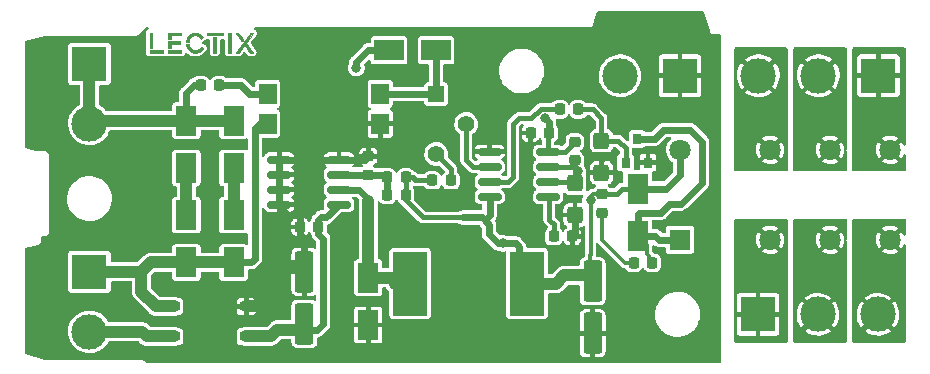
<source format=gtl>
G04 #@! TF.GenerationSoftware,KiCad,Pcbnew,6.0.9-8da3e8f707~116~ubuntu20.04.1*
G04 #@! TF.CreationDate,2023-03-26T14:48:38+00:00*
G04 #@! TF.ProjectId,LEC000042,4c454330-3030-4303-9432-2e6b69636164,rev?*
G04 #@! TF.SameCoordinates,Original*
G04 #@! TF.FileFunction,Copper,L1,Top*
G04 #@! TF.FilePolarity,Positive*
%FSLAX46Y46*%
G04 Gerber Fmt 4.6, Leading zero omitted, Abs format (unit mm)*
G04 Created by KiCad (PCBNEW 6.0.9-8da3e8f707~116~ubuntu20.04.1) date 2023-03-26 14:48:38*
%MOMM*%
%LPD*%
G01*
G04 APERTURE LIST*
G04 Aperture macros list*
%AMRoundRect*
0 Rectangle with rounded corners*
0 $1 Rounding radius*
0 $2 $3 $4 $5 $6 $7 $8 $9 X,Y pos of 4 corners*
0 Add a 4 corners polygon primitive as box body*
4,1,4,$2,$3,$4,$5,$6,$7,$8,$9,$2,$3,0*
0 Add four circle primitives for the rounded corners*
1,1,$1+$1,$2,$3*
1,1,$1+$1,$4,$5*
1,1,$1+$1,$6,$7*
1,1,$1+$1,$8,$9*
0 Add four rect primitives between the rounded corners*
20,1,$1+$1,$2,$3,$4,$5,0*
20,1,$1+$1,$4,$5,$6,$7,0*
20,1,$1+$1,$6,$7,$8,$9,0*
20,1,$1+$1,$8,$9,$2,$3,0*%
G04 Aperture macros list end*
G04 #@! TA.AperFunction,EtchedComponent*
%ADD10C,0.010000*%
G04 #@! TD*
G04 #@! TA.AperFunction,SMDPad,CuDef*
%ADD11RoundRect,0.218750X0.218750X0.256250X-0.218750X0.256250X-0.218750X-0.256250X0.218750X-0.256250X0*%
G04 #@! TD*
G04 #@! TA.AperFunction,SMDPad,CuDef*
%ADD12RoundRect,0.249600X-0.550400X1.500400X-0.550400X-1.500400X0.550400X-1.500400X0.550400X1.500400X0*%
G04 #@! TD*
G04 #@! TA.AperFunction,SMDPad,CuDef*
%ADD13R,1.800000X2.500000*%
G04 #@! TD*
G04 #@! TA.AperFunction,SMDPad,CuDef*
%ADD14RoundRect,0.218750X0.256250X-0.218750X0.256250X0.218750X-0.256250X0.218750X-0.256250X-0.218750X0*%
G04 #@! TD*
G04 #@! TA.AperFunction,ComponentPad*
%ADD15R,3.000000X3.000000*%
G04 #@! TD*
G04 #@! TA.AperFunction,ComponentPad*
%ADD16C,3.000000*%
G04 #@! TD*
G04 #@! TA.AperFunction,SMDPad,CuDef*
%ADD17RoundRect,0.218750X-0.218750X-0.256250X0.218750X-0.256250X0.218750X0.256250X-0.218750X0.256250X0*%
G04 #@! TD*
G04 #@! TA.AperFunction,SMDPad,CuDef*
%ADD18R,1.500000X1.780000*%
G04 #@! TD*
G04 #@! TA.AperFunction,SMDPad,CuDef*
%ADD19RoundRect,0.162500X0.825000X0.162500X-0.825000X0.162500X-0.825000X-0.162500X0.825000X-0.162500X0*%
G04 #@! TD*
G04 #@! TA.AperFunction,ComponentPad*
%ADD20C,1.800000*%
G04 #@! TD*
G04 #@! TA.AperFunction,ComponentPad*
%ADD21R,1.800000X1.800000*%
G04 #@! TD*
G04 #@! TA.AperFunction,SMDPad,CuDef*
%ADD22RoundRect,0.249999X-0.425001X0.450001X-0.425001X-0.450001X0.425001X-0.450001X0.425001X0.450001X0*%
G04 #@! TD*
G04 #@! TA.AperFunction,SMDPad,CuDef*
%ADD23RoundRect,0.218750X-0.256250X0.218750X-0.256250X-0.218750X0.256250X-0.218750X0.256250X0.218750X0*%
G04 #@! TD*
G04 #@! TA.AperFunction,SMDPad,CuDef*
%ADD24RoundRect,0.150000X-0.825000X-0.150000X0.825000X-0.150000X0.825000X0.150000X-0.825000X0.150000X0*%
G04 #@! TD*
G04 #@! TA.AperFunction,SMDPad,CuDef*
%ADD25R,2.900000X5.400000*%
G04 #@! TD*
G04 #@! TA.AperFunction,SMDPad,CuDef*
%ADD26R,2.500000X1.800000*%
G04 #@! TD*
G04 #@! TA.AperFunction,SMDPad,CuDef*
%ADD27R,1.000000X0.800000*%
G04 #@! TD*
G04 #@! TA.AperFunction,ComponentPad*
%ADD28R,1.400000X1.400000*%
G04 #@! TD*
G04 #@! TA.AperFunction,ComponentPad*
%ADD29C,1.400000*%
G04 #@! TD*
G04 #@! TA.AperFunction,SMDPad,CuDef*
%ADD30RoundRect,0.249600X0.550400X-1.500400X0.550400X1.500400X-0.550400X1.500400X-0.550400X-1.500400X0*%
G04 #@! TD*
G04 #@! TA.AperFunction,SMDPad,CuDef*
%ADD31R,0.800000X0.900000*%
G04 #@! TD*
G04 #@! TA.AperFunction,ViaPad*
%ADD32C,0.800000*%
G04 #@! TD*
G04 #@! TA.AperFunction,Conductor*
%ADD33C,0.600000*%
G04 #@! TD*
G04 #@! TA.AperFunction,Conductor*
%ADD34C,1.000000*%
G04 #@! TD*
G04 #@! TA.AperFunction,Conductor*
%ADD35C,0.400000*%
G04 #@! TD*
G04 #@! TA.AperFunction,Conductor*
%ADD36C,0.300000*%
G04 #@! TD*
G04 APERTURE END LIST*
G04 #@! TO.C,LOGO1*
G36*
X20121600Y29054180D02*
G01*
X19900620Y29054180D01*
X19900620Y30336880D01*
X20121600Y30336880D01*
X20121600Y29054180D01*
G37*
D10*
X20121600Y29054180D02*
X19900620Y29054180D01*
X19900620Y30336880D01*
X20121600Y30336880D01*
X20121600Y29054180D01*
G36*
X17182820Y29046560D02*
G01*
X16090620Y29046560D01*
X16090620Y29270080D01*
X17182820Y29270080D01*
X17182820Y29046560D01*
G37*
X17182820Y29046560D02*
X16090620Y29046560D01*
X16090620Y29270080D01*
X17182820Y29270080D01*
X17182820Y29046560D01*
G36*
X14711400Y29447880D02*
G01*
X14490420Y29447880D01*
X14490420Y30722960D01*
X14711400Y30722960D01*
X14711400Y29447880D01*
G37*
X14711400Y29447880D02*
X14490420Y29447880D01*
X14490420Y30722960D01*
X14711400Y30722960D01*
X14711400Y29447880D01*
G36*
X17068520Y29790780D02*
G01*
X16309060Y29790780D01*
X16309060Y29447880D01*
X16088080Y29447880D01*
X16088080Y30014300D01*
X17068520Y30014300D01*
X17068520Y29790780D01*
G37*
X17068520Y29790780D02*
X16309060Y29790780D01*
X16309060Y29447880D01*
X16088080Y29447880D01*
X16088080Y30014300D01*
X17068520Y30014300D01*
X17068520Y29790780D01*
G36*
X15638500Y29046560D02*
G01*
X14490420Y29046560D01*
X14490420Y29270080D01*
X15638500Y29270080D01*
X15638500Y29046560D01*
G37*
X15638500Y29046560D02*
X14490420Y29046560D01*
X14490420Y29270080D01*
X15638500Y29270080D01*
X15638500Y29046560D01*
G36*
X18376209Y30728885D02*
G01*
X18397949Y30728102D01*
X18416476Y30726865D01*
X18424880Y30725987D01*
X18486536Y30715889D01*
X18546482Y30701142D01*
X18604502Y30681880D01*
X18660380Y30658240D01*
X18713901Y30630358D01*
X18764850Y30598368D01*
X18813012Y30562408D01*
X18858171Y30522612D01*
X18900111Y30479116D01*
X18938617Y30432056D01*
X18973475Y30381567D01*
X18974753Y30379538D01*
X18980950Y30369396D01*
X18985873Y30360824D01*
X18989032Y30354716D01*
X18989933Y30351966D01*
X18989927Y30351954D01*
X18987616Y30350206D01*
X18981584Y30346064D01*
X18972376Y30339884D01*
X18960541Y30332024D01*
X18946627Y30322841D01*
X18931181Y30312692D01*
X18914750Y30301934D01*
X18897883Y30290925D01*
X18881127Y30280021D01*
X18865029Y30269581D01*
X18850138Y30259961D01*
X18837000Y30251518D01*
X18826165Y30244610D01*
X18818178Y30239593D01*
X18813588Y30236826D01*
X18812794Y30236416D01*
X18809968Y30237282D01*
X18805905Y30241905D01*
X18800305Y30250661D01*
X18797184Y30256086D01*
X18780089Y30283572D01*
X18759427Y30311998D01*
X18736229Y30340148D01*
X18711528Y30366803D01*
X18686356Y30390746D01*
X18674480Y30400860D01*
X18633846Y30430828D01*
X18590247Y30456873D01*
X18544196Y30478774D01*
X18496208Y30496310D01*
X18446797Y30509260D01*
X18406452Y30516187D01*
X18384946Y30518232D01*
X18360221Y30519278D01*
X18333760Y30519363D01*
X18307045Y30518520D01*
X18281557Y30516786D01*
X18258779Y30514196D01*
X18247826Y30512397D01*
X18197286Y30500392D01*
X18148775Y30483901D01*
X18102534Y30463143D01*
X18058804Y30438334D01*
X18017826Y30409692D01*
X17979841Y30377434D01*
X17945090Y30341777D01*
X17913814Y30302938D01*
X17886252Y30261136D01*
X17862648Y30216587D01*
X17843240Y30169508D01*
X17833199Y30138379D01*
X17822556Y30093948D01*
X17815928Y30047895D01*
X17813432Y30009855D01*
X17812028Y29968580D01*
X17591031Y29968580D01*
X17592507Y30013665D01*
X17596951Y30073235D01*
X17606239Y30131781D01*
X17620196Y30189055D01*
X17638643Y30244808D01*
X17661405Y30298794D01*
X17688306Y30350761D01*
X17719168Y30400463D01*
X17753816Y30447651D01*
X17792073Y30492077D01*
X17833762Y30533490D01*
X17878708Y30571645D01*
X17926733Y30606291D01*
X17977661Y30637180D01*
X18031316Y30664064D01*
X18064200Y30677954D01*
X18117077Y30696535D01*
X18171789Y30711237D01*
X18229205Y30722284D01*
X18244540Y30724566D01*
X18260719Y30726312D01*
X18280782Y30727661D01*
X18303544Y30728601D01*
X18327825Y30729125D01*
X18352441Y30729223D01*
X18376209Y30728885D01*
G37*
X18376209Y30728885D02*
X18397949Y30728102D01*
X18416476Y30726865D01*
X18424880Y30725987D01*
X18486536Y30715889D01*
X18546482Y30701142D01*
X18604502Y30681880D01*
X18660380Y30658240D01*
X18713901Y30630358D01*
X18764850Y30598368D01*
X18813012Y30562408D01*
X18858171Y30522612D01*
X18900111Y30479116D01*
X18938617Y30432056D01*
X18973475Y30381567D01*
X18974753Y30379538D01*
X18980950Y30369396D01*
X18985873Y30360824D01*
X18989032Y30354716D01*
X18989933Y30351966D01*
X18989927Y30351954D01*
X18987616Y30350206D01*
X18981584Y30346064D01*
X18972376Y30339884D01*
X18960541Y30332024D01*
X18946627Y30322841D01*
X18931181Y30312692D01*
X18914750Y30301934D01*
X18897883Y30290925D01*
X18881127Y30280021D01*
X18865029Y30269581D01*
X18850138Y30259961D01*
X18837000Y30251518D01*
X18826165Y30244610D01*
X18818178Y30239593D01*
X18813588Y30236826D01*
X18812794Y30236416D01*
X18809968Y30237282D01*
X18805905Y30241905D01*
X18800305Y30250661D01*
X18797184Y30256086D01*
X18780089Y30283572D01*
X18759427Y30311998D01*
X18736229Y30340148D01*
X18711528Y30366803D01*
X18686356Y30390746D01*
X18674480Y30400860D01*
X18633846Y30430828D01*
X18590247Y30456873D01*
X18544196Y30478774D01*
X18496208Y30496310D01*
X18446797Y30509260D01*
X18406452Y30516187D01*
X18384946Y30518232D01*
X18360221Y30519278D01*
X18333760Y30519363D01*
X18307045Y30518520D01*
X18281557Y30516786D01*
X18258779Y30514196D01*
X18247826Y30512397D01*
X18197286Y30500392D01*
X18148775Y30483901D01*
X18102534Y30463143D01*
X18058804Y30438334D01*
X18017826Y30409692D01*
X17979841Y30377434D01*
X17945090Y30341777D01*
X17913814Y30302938D01*
X17886252Y30261136D01*
X17862648Y30216587D01*
X17843240Y30169508D01*
X17833199Y30138379D01*
X17822556Y30093948D01*
X17815928Y30047895D01*
X17813432Y30009855D01*
X17812028Y29968580D01*
X17591031Y29968580D01*
X17592507Y30013665D01*
X17596951Y30073235D01*
X17606239Y30131781D01*
X17620196Y30189055D01*
X17638643Y30244808D01*
X17661405Y30298794D01*
X17688306Y30350761D01*
X17719168Y30400463D01*
X17753816Y30447651D01*
X17792073Y30492077D01*
X17833762Y30533490D01*
X17878708Y30571645D01*
X17926733Y30606291D01*
X17977661Y30637180D01*
X18031316Y30664064D01*
X18064200Y30677954D01*
X18117077Y30696535D01*
X18171789Y30711237D01*
X18229205Y30722284D01*
X18244540Y30724566D01*
X18260719Y30726312D01*
X18280782Y30727661D01*
X18303544Y30728601D01*
X18327825Y30729125D01*
X18352441Y30729223D01*
X18376209Y30728885D01*
G36*
X17808402Y29764745D02*
G01*
X17813120Y29715358D01*
X17822714Y29666609D01*
X17836988Y29618874D01*
X17855743Y29572528D01*
X17878784Y29527945D01*
X17905913Y29485500D01*
X17936933Y29445568D01*
X17971648Y29408524D01*
X18009860Y29374742D01*
X18015940Y29369934D01*
X18056038Y29341807D01*
X18099345Y29317246D01*
X18145214Y29296509D01*
X18192999Y29279853D01*
X18242054Y29267534D01*
X18291733Y29259809D01*
X18293061Y29259669D01*
X18314417Y29258188D01*
X18339012Y29257723D01*
X18365170Y29258216D01*
X18391216Y29259607D01*
X18415475Y29261839D01*
X18435040Y29264631D01*
X18485420Y29276032D01*
X18534171Y29291989D01*
X18580973Y29312278D01*
X18625506Y29336674D01*
X18667447Y29364950D01*
X18706477Y29396881D01*
X18742275Y29432243D01*
X18774521Y29470811D01*
X18802893Y29512358D01*
X18813459Y29530430D01*
X18817764Y29538134D01*
X18820977Y29543838D01*
X18822419Y29546340D01*
X18822428Y29546352D01*
X18824718Y29545411D01*
X18830966Y29542414D01*
X18840622Y29537644D01*
X18853134Y29531383D01*
X18867950Y29523913D01*
X18884518Y29515516D01*
X18902288Y29506474D01*
X18920709Y29497070D01*
X18939227Y29487586D01*
X18957292Y29478303D01*
X18974353Y29469504D01*
X18989857Y29461470D01*
X19003254Y29454485D01*
X19013992Y29448830D01*
X19021519Y29444788D01*
X19025284Y29442640D01*
X19025579Y29442426D01*
X19026342Y29440524D01*
X19025650Y29437136D01*
X19023236Y29431754D01*
X19018829Y29423870D01*
X19012161Y29412978D01*
X19002963Y29398568D01*
X18999532Y29393270D01*
X18963745Y29342753D01*
X18924233Y29295544D01*
X18881253Y29251819D01*
X18835061Y29211755D01*
X18785915Y29175527D01*
X18734071Y29143310D01*
X18679786Y29115281D01*
X18623317Y29091614D01*
X18564922Y29072487D01*
X18511386Y29059392D01*
X18490451Y29055285D01*
X18471307Y29052063D01*
X18452786Y29049613D01*
X18433721Y29047823D01*
X18412944Y29046581D01*
X18389286Y29045774D01*
X18365190Y29045335D01*
X18346965Y29045140D01*
X18330071Y29045040D01*
X18315281Y29045034D01*
X18303367Y29045120D01*
X18295103Y29045296D01*
X18291530Y29045515D01*
X18285642Y29046259D01*
X18276310Y29047370D01*
X18265138Y29048659D01*
X18259780Y29049265D01*
X18204003Y29057953D01*
X18148007Y29071426D01*
X18092401Y29089455D01*
X18037794Y29111812D01*
X17984797Y29138269D01*
X17934019Y29168599D01*
X17925770Y29174045D01*
X17895798Y29194902D01*
X17869044Y29215347D01*
X17843942Y29236683D01*
X17818927Y29260210D01*
X17803718Y29275499D01*
X17761520Y29322344D01*
X17723616Y29371821D01*
X17690086Y29423764D01*
X17661014Y29478006D01*
X17636482Y29534382D01*
X17616574Y29592726D01*
X17601371Y29652871D01*
X17593187Y29698523D01*
X17591980Y29707739D01*
X17590577Y29720190D01*
X17589087Y29734693D01*
X17587618Y29750063D01*
X17586281Y29765115D01*
X17585185Y29778666D01*
X17584438Y29789530D01*
X17584150Y29796495D01*
X17586602Y29796893D01*
X17593621Y29797262D01*
X17604692Y29797595D01*
X17619304Y29797881D01*
X17636941Y29798114D01*
X17657091Y29798283D01*
X17679241Y29798380D01*
X17695519Y29798400D01*
X17806899Y29798400D01*
X17808402Y29764745D01*
G37*
X17808402Y29764745D02*
X17813120Y29715358D01*
X17822714Y29666609D01*
X17836988Y29618874D01*
X17855743Y29572528D01*
X17878784Y29527945D01*
X17905913Y29485500D01*
X17936933Y29445568D01*
X17971648Y29408524D01*
X18009860Y29374742D01*
X18015940Y29369934D01*
X18056038Y29341807D01*
X18099345Y29317246D01*
X18145214Y29296509D01*
X18192999Y29279853D01*
X18242054Y29267534D01*
X18291733Y29259809D01*
X18293061Y29259669D01*
X18314417Y29258188D01*
X18339012Y29257723D01*
X18365170Y29258216D01*
X18391216Y29259607D01*
X18415475Y29261839D01*
X18435040Y29264631D01*
X18485420Y29276032D01*
X18534171Y29291989D01*
X18580973Y29312278D01*
X18625506Y29336674D01*
X18667447Y29364950D01*
X18706477Y29396881D01*
X18742275Y29432243D01*
X18774521Y29470811D01*
X18802893Y29512358D01*
X18813459Y29530430D01*
X18817764Y29538134D01*
X18820977Y29543838D01*
X18822419Y29546340D01*
X18822428Y29546352D01*
X18824718Y29545411D01*
X18830966Y29542414D01*
X18840622Y29537644D01*
X18853134Y29531383D01*
X18867950Y29523913D01*
X18884518Y29515516D01*
X18902288Y29506474D01*
X18920709Y29497070D01*
X18939227Y29487586D01*
X18957292Y29478303D01*
X18974353Y29469504D01*
X18989857Y29461470D01*
X19003254Y29454485D01*
X19013992Y29448830D01*
X19021519Y29444788D01*
X19025284Y29442640D01*
X19025579Y29442426D01*
X19026342Y29440524D01*
X19025650Y29437136D01*
X19023236Y29431754D01*
X19018829Y29423870D01*
X19012161Y29412978D01*
X19002963Y29398568D01*
X18999532Y29393270D01*
X18963745Y29342753D01*
X18924233Y29295544D01*
X18881253Y29251819D01*
X18835061Y29211755D01*
X18785915Y29175527D01*
X18734071Y29143310D01*
X18679786Y29115281D01*
X18623317Y29091614D01*
X18564922Y29072487D01*
X18511386Y29059392D01*
X18490451Y29055285D01*
X18471307Y29052063D01*
X18452786Y29049613D01*
X18433721Y29047823D01*
X18412944Y29046581D01*
X18389286Y29045774D01*
X18365190Y29045335D01*
X18346965Y29045140D01*
X18330071Y29045040D01*
X18315281Y29045034D01*
X18303367Y29045120D01*
X18295103Y29045296D01*
X18291530Y29045515D01*
X18285642Y29046259D01*
X18276310Y29047370D01*
X18265138Y29048659D01*
X18259780Y29049265D01*
X18204003Y29057953D01*
X18148007Y29071426D01*
X18092401Y29089455D01*
X18037794Y29111812D01*
X17984797Y29138269D01*
X17934019Y29168599D01*
X17925770Y29174045D01*
X17895798Y29194902D01*
X17869044Y29215347D01*
X17843942Y29236683D01*
X17818927Y29260210D01*
X17803718Y29275499D01*
X17761520Y29322344D01*
X17723616Y29371821D01*
X17690086Y29423764D01*
X17661014Y29478006D01*
X17636482Y29534382D01*
X17616574Y29592726D01*
X17601371Y29652871D01*
X17593187Y29698523D01*
X17591980Y29707739D01*
X17590577Y29720190D01*
X17589087Y29734693D01*
X17587618Y29750063D01*
X17586281Y29765115D01*
X17585185Y29778666D01*
X17584438Y29789530D01*
X17584150Y29796495D01*
X17586602Y29796893D01*
X17593621Y29797262D01*
X17604692Y29797595D01*
X17619304Y29797881D01*
X17636941Y29798114D01*
X17657091Y29798283D01*
X17679241Y29798380D01*
X17695519Y29798400D01*
X17806899Y29798400D01*
X17808402Y29764745D01*
G36*
X21368740Y29054180D02*
G01*
X21147760Y29054180D01*
X21147760Y30725500D01*
X21368740Y30725500D01*
X21368740Y29054180D01*
G37*
X21368740Y29054180D02*
X21147760Y29054180D01*
X21147760Y30725500D01*
X21368740Y30725500D01*
X21368740Y29054180D01*
G36*
X20700720Y30504520D02*
G01*
X19331660Y30504520D01*
X19331660Y30725500D01*
X20700720Y30725500D01*
X20700720Y30504520D01*
G37*
X20700720Y30504520D02*
X19331660Y30504520D01*
X19331660Y30725500D01*
X20700720Y30725500D01*
X20700720Y30504520D01*
G36*
X17182820Y30512140D02*
G01*
X16309060Y30512140D01*
X16309060Y30199720D01*
X16085540Y30199720D01*
X16085540Y30733120D01*
X17182820Y30733120D01*
X17182820Y30512140D01*
G37*
X17182820Y30512140D02*
X16309060Y30512140D01*
X16309060Y30199720D01*
X16085540Y30199720D01*
X16085540Y30733120D01*
X17182820Y30733120D01*
X17182820Y30512140D01*
G36*
X23126304Y30719908D02*
G01*
X23144850Y30719812D01*
X23258296Y30719150D01*
X22952148Y30300817D01*
X22922064Y30259702D01*
X22892787Y30219675D01*
X22864458Y30180931D01*
X22837217Y30143662D01*
X22811206Y30108060D01*
X22786566Y30074320D01*
X22763436Y30042634D01*
X22741957Y30013194D01*
X22722271Y29986194D01*
X22704518Y29961828D01*
X22688839Y29940287D01*
X22675374Y29921764D01*
X22664265Y29906454D01*
X22655651Y29894548D01*
X22649674Y29886240D01*
X22646474Y29881723D01*
X22645946Y29880913D01*
X22647407Y29878731D01*
X22651707Y29872630D01*
X22658703Y29862808D01*
X22668256Y29849459D01*
X22680224Y29832780D01*
X22694465Y29812968D01*
X22710838Y29790217D01*
X22729202Y29764725D01*
X22749416Y29736686D01*
X22771337Y29706299D01*
X22794825Y29673757D01*
X22819739Y29639258D01*
X22845938Y29602997D01*
X22873279Y29565171D01*
X22901622Y29525975D01*
X22930825Y29485605D01*
X22942671Y29469234D01*
X22972190Y29428436D01*
X23000913Y29388726D01*
X23028699Y29350299D01*
X23055405Y29313353D01*
X23080889Y29278084D01*
X23105010Y29244690D01*
X23127626Y29213365D01*
X23148595Y29184308D01*
X23167775Y29157715D01*
X23185025Y29133782D01*
X23200202Y29112707D01*
X23213164Y29094685D01*
X23223770Y29079914D01*
X23231878Y29068589D01*
X23237346Y29060909D01*
X23240033Y29057068D01*
X23240296Y29056653D01*
X23238016Y29056019D01*
X23230822Y29055478D01*
X23218878Y29055031D01*
X23202349Y29054683D01*
X23181400Y29054437D01*
X23156196Y29054297D01*
X23127266Y29054266D01*
X23013390Y29054351D01*
X22772090Y29388220D01*
X22745526Y29424963D01*
X22719765Y29460574D01*
X22694965Y29494837D01*
X22671283Y29527534D01*
X22648876Y29558450D01*
X22627902Y29587368D01*
X22608517Y29614071D01*
X22590880Y29638342D01*
X22575147Y29659966D01*
X22561475Y29678726D01*
X22550023Y29694404D01*
X22540948Y29706785D01*
X22534406Y29715653D01*
X22530556Y29720789D01*
X22529520Y29722067D01*
X22527906Y29720050D01*
X22523455Y29714146D01*
X22516324Y29704573D01*
X22506674Y29691545D01*
X22494661Y29675278D01*
X22480447Y29655990D01*
X22464188Y29633894D01*
X22446044Y29609209D01*
X22426173Y29582149D01*
X22404734Y29552930D01*
X22381887Y29521769D01*
X22357789Y29488881D01*
X22332600Y29454482D01*
X22306477Y29418789D01*
X22285680Y29390356D01*
X22258925Y29353786D01*
X22232965Y29318333D01*
X22207961Y29284214D01*
X22184072Y29251645D01*
X22161458Y29220844D01*
X22140279Y29192027D01*
X22120693Y29165411D01*
X22102863Y29141213D01*
X22086946Y29119650D01*
X22073102Y29100939D01*
X22061493Y29085296D01*
X22052276Y29072939D01*
X22045613Y29064084D01*
X22041662Y29058949D01*
X22040570Y29057665D01*
X22037574Y29057471D01*
X22030025Y29057320D01*
X22018450Y29057211D01*
X22003375Y29057147D01*
X21985327Y29057130D01*
X21964833Y29057161D01*
X21942419Y29057241D01*
X21925648Y29057328D01*
X21813267Y29057990D01*
X22419225Y29886030D01*
X22461717Y29944093D01*
X22503457Y30001122D01*
X22544343Y30056981D01*
X22584276Y30111531D01*
X22623154Y30164637D01*
X22660878Y30216161D01*
X22697347Y30265964D01*
X22732459Y30313911D01*
X22766115Y30359864D01*
X22798214Y30403686D01*
X22828655Y30445239D01*
X22857338Y30484386D01*
X22884162Y30520989D01*
X22909027Y30554913D01*
X22931832Y30586019D01*
X22952477Y30614169D01*
X22970860Y30639228D01*
X22986882Y30661057D01*
X23000441Y30679519D01*
X23011437Y30694478D01*
X23019771Y30705795D01*
X23025340Y30713333D01*
X23028045Y30716956D01*
X23028294Y30717272D01*
X23030129Y30718064D01*
X23034193Y30718708D01*
X23040860Y30719211D01*
X23050504Y30719582D01*
X23063497Y30719829D01*
X23080212Y30719961D01*
X23101024Y30719984D01*
X23126304Y30719908D01*
G37*
X23126304Y30719908D02*
X23144850Y30719812D01*
X23258296Y30719150D01*
X22952148Y30300817D01*
X22922064Y30259702D01*
X22892787Y30219675D01*
X22864458Y30180931D01*
X22837217Y30143662D01*
X22811206Y30108060D01*
X22786566Y30074320D01*
X22763436Y30042634D01*
X22741957Y30013194D01*
X22722271Y29986194D01*
X22704518Y29961828D01*
X22688839Y29940287D01*
X22675374Y29921764D01*
X22664265Y29906454D01*
X22655651Y29894548D01*
X22649674Y29886240D01*
X22646474Y29881723D01*
X22645946Y29880913D01*
X22647407Y29878731D01*
X22651707Y29872630D01*
X22658703Y29862808D01*
X22668256Y29849459D01*
X22680224Y29832780D01*
X22694465Y29812968D01*
X22710838Y29790217D01*
X22729202Y29764725D01*
X22749416Y29736686D01*
X22771337Y29706299D01*
X22794825Y29673757D01*
X22819739Y29639258D01*
X22845938Y29602997D01*
X22873279Y29565171D01*
X22901622Y29525975D01*
X22930825Y29485605D01*
X22942671Y29469234D01*
X22972190Y29428436D01*
X23000913Y29388726D01*
X23028699Y29350299D01*
X23055405Y29313353D01*
X23080889Y29278084D01*
X23105010Y29244690D01*
X23127626Y29213365D01*
X23148595Y29184308D01*
X23167775Y29157715D01*
X23185025Y29133782D01*
X23200202Y29112707D01*
X23213164Y29094685D01*
X23223770Y29079914D01*
X23231878Y29068589D01*
X23237346Y29060909D01*
X23240033Y29057068D01*
X23240296Y29056653D01*
X23238016Y29056019D01*
X23230822Y29055478D01*
X23218878Y29055031D01*
X23202349Y29054683D01*
X23181400Y29054437D01*
X23156196Y29054297D01*
X23127266Y29054266D01*
X23013390Y29054351D01*
X22772090Y29388220D01*
X22745526Y29424963D01*
X22719765Y29460574D01*
X22694965Y29494837D01*
X22671283Y29527534D01*
X22648876Y29558450D01*
X22627902Y29587368D01*
X22608517Y29614071D01*
X22590880Y29638342D01*
X22575147Y29659966D01*
X22561475Y29678726D01*
X22550023Y29694404D01*
X22540948Y29706785D01*
X22534406Y29715653D01*
X22530556Y29720789D01*
X22529520Y29722067D01*
X22527906Y29720050D01*
X22523455Y29714146D01*
X22516324Y29704573D01*
X22506674Y29691545D01*
X22494661Y29675278D01*
X22480447Y29655990D01*
X22464188Y29633894D01*
X22446044Y29609209D01*
X22426173Y29582149D01*
X22404734Y29552930D01*
X22381887Y29521769D01*
X22357789Y29488881D01*
X22332600Y29454482D01*
X22306477Y29418789D01*
X22285680Y29390356D01*
X22258925Y29353786D01*
X22232965Y29318333D01*
X22207961Y29284214D01*
X22184072Y29251645D01*
X22161458Y29220844D01*
X22140279Y29192027D01*
X22120693Y29165411D01*
X22102863Y29141213D01*
X22086946Y29119650D01*
X22073102Y29100939D01*
X22061493Y29085296D01*
X22052276Y29072939D01*
X22045613Y29064084D01*
X22041662Y29058949D01*
X22040570Y29057665D01*
X22037574Y29057471D01*
X22030025Y29057320D01*
X22018450Y29057211D01*
X22003375Y29057147D01*
X21985327Y29057130D01*
X21964833Y29057161D01*
X21942419Y29057241D01*
X21925648Y29057328D01*
X21813267Y29057990D01*
X22419225Y29886030D01*
X22461717Y29944093D01*
X22503457Y30001122D01*
X22544343Y30056981D01*
X22584276Y30111531D01*
X22623154Y30164637D01*
X22660878Y30216161D01*
X22697347Y30265964D01*
X22732459Y30313911D01*
X22766115Y30359864D01*
X22798214Y30403686D01*
X22828655Y30445239D01*
X22857338Y30484386D01*
X22884162Y30520989D01*
X22909027Y30554913D01*
X22931832Y30586019D01*
X22952477Y30614169D01*
X22970860Y30639228D01*
X22986882Y30661057D01*
X23000441Y30679519D01*
X23011437Y30694478D01*
X23019771Y30705795D01*
X23025340Y30713333D01*
X23028045Y30716956D01*
X23028294Y30717272D01*
X23030129Y30718064D01*
X23034193Y30718708D01*
X23040860Y30719211D01*
X23050504Y30719582D01*
X23063497Y30719829D01*
X23080212Y30719961D01*
X23101024Y30719984D01*
X23126304Y30719908D01*
G36*
X22010968Y30725500D02*
G01*
X22216269Y30442956D01*
X22240799Y30409165D01*
X22264493Y30376463D01*
X22287180Y30345091D01*
X22308689Y30315286D01*
X22328848Y30287289D01*
X22347487Y30261337D01*
X22364435Y30237671D01*
X22379520Y30216530D01*
X22392571Y30198152D01*
X22403418Y30182777D01*
X22411889Y30170644D01*
X22417814Y30161991D01*
X22421021Y30157058D01*
X22421570Y30155979D01*
X22420129Y30152999D01*
X22416077Y30146561D01*
X22409817Y30137221D01*
X22401755Y30125539D01*
X22392293Y30112072D01*
X22381838Y30097378D01*
X22370793Y30082016D01*
X22359562Y30066543D01*
X22348551Y30051517D01*
X22338162Y30037496D01*
X22328801Y30025038D01*
X22320872Y30014702D01*
X22314779Y30007045D01*
X22310927Y30002625D01*
X22309810Y30001753D01*
X22308071Y30003777D01*
X22303504Y30009705D01*
X22296264Y30019329D01*
X22286502Y30032439D01*
X22274373Y30048826D01*
X22260029Y30068281D01*
X22243625Y30090595D01*
X22225313Y30115558D01*
X22205247Y30142963D01*
X22183579Y30172598D01*
X22160465Y30204257D01*
X22136056Y30237728D01*
X22110506Y30272804D01*
X22083968Y30309276D01*
X22056596Y30346933D01*
X22048190Y30358507D01*
X22020558Y30396555D01*
X21993707Y30433532D01*
X21967789Y30469228D01*
X21942960Y30503428D01*
X21919374Y30535919D01*
X21897186Y30566489D01*
X21876549Y30594925D01*
X21857618Y30621015D01*
X21840548Y30644544D01*
X21825493Y30665301D01*
X21812608Y30683073D01*
X21802047Y30697646D01*
X21793964Y30708808D01*
X21788514Y30716346D01*
X21785851Y30720048D01*
X21785625Y30720370D01*
X21784877Y30721583D01*
X21784715Y30722588D01*
X21785563Y30723405D01*
X21787844Y30724053D01*
X21791981Y30724551D01*
X21798399Y30724919D01*
X21807522Y30725177D01*
X21819772Y30725345D01*
X21835573Y30725441D01*
X21855349Y30725486D01*
X21879525Y30725500D01*
X21896554Y30725501D01*
X22010968Y30725500D01*
G37*
X22010968Y30725500D02*
X22216269Y30442956D01*
X22240799Y30409165D01*
X22264493Y30376463D01*
X22287180Y30345091D01*
X22308689Y30315286D01*
X22328848Y30287289D01*
X22347487Y30261337D01*
X22364435Y30237671D01*
X22379520Y30216530D01*
X22392571Y30198152D01*
X22403418Y30182777D01*
X22411889Y30170644D01*
X22417814Y30161991D01*
X22421021Y30157058D01*
X22421570Y30155979D01*
X22420129Y30152999D01*
X22416077Y30146561D01*
X22409817Y30137221D01*
X22401755Y30125539D01*
X22392293Y30112072D01*
X22381838Y30097378D01*
X22370793Y30082016D01*
X22359562Y30066543D01*
X22348551Y30051517D01*
X22338162Y30037496D01*
X22328801Y30025038D01*
X22320872Y30014702D01*
X22314779Y30007045D01*
X22310927Y30002625D01*
X22309810Y30001753D01*
X22308071Y30003777D01*
X22303504Y30009705D01*
X22296264Y30019329D01*
X22286502Y30032439D01*
X22274373Y30048826D01*
X22260029Y30068281D01*
X22243625Y30090595D01*
X22225313Y30115558D01*
X22205247Y30142963D01*
X22183579Y30172598D01*
X22160465Y30204257D01*
X22136056Y30237728D01*
X22110506Y30272804D01*
X22083968Y30309276D01*
X22056596Y30346933D01*
X22048190Y30358507D01*
X22020558Y30396555D01*
X21993707Y30433532D01*
X21967789Y30469228D01*
X21942960Y30503428D01*
X21919374Y30535919D01*
X21897186Y30566489D01*
X21876549Y30594925D01*
X21857618Y30621015D01*
X21840548Y30644544D01*
X21825493Y30665301D01*
X21812608Y30683073D01*
X21802047Y30697646D01*
X21793964Y30708808D01*
X21788514Y30716346D01*
X21785851Y30720048D01*
X21785625Y30720370D01*
X21784877Y30721583D01*
X21784715Y30722588D01*
X21785563Y30723405D01*
X21787844Y30724053D01*
X21791981Y30724551D01*
X21798399Y30724919D01*
X21807522Y30725177D01*
X21819772Y30725345D01*
X21835573Y30725441D01*
X21855349Y30725486D01*
X21879525Y30725500D01*
X21896554Y30725501D01*
X22010968Y30725500D01*
G04 #@! TD*
D11*
G04 #@! TO.P,C2,1*
G04 #@! TO.N,Net-(C1-Pad1)*
X28787500Y14300000D03*
G04 #@! TO.P,C2,2*
G04 #@! TO.N,GND*
X27212500Y14300000D03*
G04 #@! TD*
D12*
G04 #@! TO.P,C3,1*
G04 #@! TO.N,+5V*
X52000000Y9700000D03*
G04 #@! TO.P,C3,2*
G04 #@! TO.N,GND*
X52000000Y5300000D03*
G04 #@! TD*
D11*
G04 #@! TO.P,C4,1*
G04 #@! TO.N,+5V*
X36175000Y17000000D03*
G04 #@! TO.P,C4,2*
G04 #@! TO.N,Net-(C4-Pad2)*
X34600000Y17000000D03*
G04 #@! TD*
D13*
G04 #@! TO.P,D2,1,K*
G04 #@! TO.N,TRACK_B_DETECT_ZONE*
X21600000Y23300000D03*
G04 #@! TO.P,D2,2,A*
G04 #@! TO.N,Net-(D2-Pad2)*
X21600000Y19300000D03*
G04 #@! TD*
G04 #@! TO.P,D3,1,K*
G04 #@! TO.N,Net-(D2-Pad2)*
X21600000Y15300000D03*
G04 #@! TO.P,D3,2,A*
G04 #@! TO.N,TRACK_B*
X21600000Y11300000D03*
G04 #@! TD*
G04 #@! TO.P,D4,1,K*
G04 #@! TO.N,Net-(D4-Pad1)*
X17600000Y19300000D03*
G04 #@! TO.P,D4,2,A*
G04 #@! TO.N,TRACK_B_DETECT_ZONE*
X17600000Y23300000D03*
G04 #@! TD*
G04 #@! TO.P,D5,1,K*
G04 #@! TO.N,TRACK_B*
X17600000Y11300000D03*
G04 #@! TO.P,D5,2,A*
G04 #@! TO.N,Net-(D4-Pad1)*
X17600000Y15300000D03*
G04 #@! TD*
G04 #@! TO.P,D6,1,K*
G04 #@! TO.N,Net-(D6-Pad1)*
X33000000Y10000000D03*
G04 #@! TO.P,D6,2,A*
G04 #@! TO.N,GND*
X33000000Y6000000D03*
G04 #@! TD*
D14*
G04 #@! TO.P,D7,1,K*
G04 #@! TO.N,Net-(D7-Pad1)*
X52800000Y15512500D03*
G04 #@! TO.P,D7,2,A*
G04 #@! TO.N,+5V*
X52800000Y17087500D03*
G04 #@! TD*
D13*
G04 #@! TO.P,D8,1,K*
G04 #@! TO.N,+5V*
X55800000Y17550000D03*
G04 #@! TO.P,D8,2,A*
G04 #@! TO.N,Net-(D8-Pad2)*
X55800000Y13550000D03*
G04 #@! TD*
D15*
G04 #@! TO.P,J1,1,Pin_1*
G04 #@! TO.N,GND*
X59400000Y27100000D03*
D16*
G04 #@! TO.P,J1,2,Pin_2*
G04 #@! TO.N,/FORCE*
X54320000Y27100000D03*
G04 #@! TD*
D15*
G04 #@! TO.P,J2,1,Pin_1*
G04 #@! TO.N,TRACK_B_DETECT_ZONE*
X9400000Y28100000D03*
D16*
G04 #@! TO.P,J2,2,Pin_2*
X9400000Y23020000D03*
G04 #@! TD*
D15*
G04 #@! TO.P,J3,1,Pin_1*
G04 #@! TO.N,TRACK_B*
X9400000Y10500000D03*
D16*
G04 #@! TO.P,J3,2,Pin_2*
G04 #@! TO.N,TRACK_A*
X9400000Y5420000D03*
G04 #@! TD*
D15*
G04 #@! TO.P,J5,1,Pin_1*
G04 #@! TO.N,/T1*
X76200000Y27100000D03*
D16*
G04 #@! TO.P,J5,2,Pin_2*
G04 #@! TO.N,/R1*
X71120000Y27100000D03*
G04 #@! TO.P,J5,3,Pin_3*
G04 #@! TO.N,/C1*
X66040000Y27100000D03*
G04 #@! TD*
D15*
G04 #@! TO.P,J6,1,Pin_1*
G04 #@! TO.N,/C2*
X66000000Y6900000D03*
D16*
G04 #@! TO.P,J6,2,Pin_2*
G04 #@! TO.N,/R2*
X71080000Y6900000D03*
G04 #@! TO.P,J6,3,Pin_3*
G04 #@! TO.N,/T2*
X76160000Y6900000D03*
G04 #@! TD*
D11*
G04 #@! TO.P,R2,1*
G04 #@! TO.N,+5V*
X36175000Y18500000D03*
G04 #@! TO.P,R2,2*
G04 #@! TO.N,Net-(C4-Pad2)*
X34600000Y18500000D03*
G04 #@! TD*
D14*
G04 #@! TO.P,R3,1*
G04 #@! TO.N,Net-(C4-Pad2)*
X33000000Y18700000D03*
G04 #@! TO.P,R3,2*
G04 #@! TO.N,GND*
X33000000Y20275000D03*
G04 #@! TD*
D17*
G04 #@! TO.P,R5,1*
G04 #@! TO.N,+5V*
X38425000Y18250000D03*
G04 #@! TO.P,R5,2*
G04 #@! TO.N,Net-(R5-Pad2)*
X40000000Y18250000D03*
G04 #@! TD*
D11*
G04 #@! TO.P,R6,1*
G04 #@! TO.N,Net-(C8-Pad1)*
X50787500Y24250000D03*
G04 #@! TO.P,R6,2*
G04 #@! TO.N,Net-(R6-Pad2)*
X49212500Y24250000D03*
G04 #@! TD*
G04 #@! TO.P,R7,1*
G04 #@! TO.N,Net-(D8-Pad2)*
X57037500Y11250000D03*
G04 #@! TO.P,R7,2*
G04 #@! TO.N,Net-(D7-Pad1)*
X55462500Y11250000D03*
G04 #@! TD*
D18*
G04 #@! TO.P,U2,1*
G04 #@! TO.N,Net-(R1-Pad2)*
X24485000Y25570000D03*
G04 #@! TO.P,U2,2*
G04 #@! TO.N,TRACK_B*
X24485000Y23030000D03*
G04 #@! TO.P,U2,3*
G04 #@! TO.N,GND*
X34015000Y23030000D03*
G04 #@! TO.P,U2,4*
G04 #@! TO.N,/FORCE*
X34015000Y25570000D03*
G04 #@! TD*
D19*
G04 #@! TO.P,U3,1,VIN*
G04 #@! TO.N,Net-(C1-Pad1)*
X30537500Y16195000D03*
G04 #@! TO.P,U3,2,OUTPUT*
G04 #@! TO.N,Net-(D6-Pad1)*
X30537500Y17465000D03*
G04 #@! TO.P,U3,3,FEEDBACK*
G04 #@! TO.N,Net-(C4-Pad2)*
X30537500Y18735000D03*
G04 #@! TO.P,U3,4,~{ENABLE}*
G04 #@! TO.N,GND*
X30537500Y20005000D03*
G04 #@! TO.P,U3,5,GND*
X25462500Y20005000D03*
G04 #@! TO.P,U3,6,GND*
X25462500Y18735000D03*
G04 #@! TO.P,U3,7,GND*
X25462500Y17465000D03*
G04 #@! TO.P,U3,8,GND*
X25462500Y16195000D03*
G04 #@! TD*
D20*
G04 #@! TO.P,K1,1*
G04 #@! TO.N,+5V*
X59400000Y20820000D03*
G04 #@! TO.P,K1,4*
G04 #@! TO.N,/C1*
X67020000Y20820000D03*
G04 #@! TO.P,K1,6*
G04 #@! TO.N,/R1*
X72100000Y20820000D03*
G04 #@! TO.P,K1,8*
G04 #@! TO.N,/T1*
X77180000Y20820000D03*
G04 #@! TO.P,K1,9*
G04 #@! TO.N,/T2*
X77180000Y13200000D03*
G04 #@! TO.P,K1,11*
G04 #@! TO.N,/R2*
X72100000Y13200000D03*
G04 #@! TO.P,K1,13*
G04 #@! TO.N,/C2*
X67020000Y13200000D03*
D21*
G04 #@! TO.P,K1,16*
G04 #@! TO.N,Net-(D8-Pad2)*
X59400000Y13200000D03*
G04 #@! TD*
D17*
G04 #@! TO.P,R1,1*
G04 #@! TO.N,TRACK_B_DETECT_ZONE*
X18812500Y26300000D03*
G04 #@! TO.P,R1,2*
G04 #@! TO.N,Net-(R1-Pad2)*
X20387500Y26300000D03*
G04 #@! TD*
G04 #@! TO.P,C6,1*
G04 #@! TO.N,Net-(C6-Pad1)*
X48712500Y13500000D03*
G04 #@! TO.P,C6,2*
G04 #@! TO.N,GND*
X50287500Y13500000D03*
G04 #@! TD*
D22*
G04 #@! TO.P,C7,1*
G04 #@! TO.N,Net-(C7-Pad1)*
X50500000Y18000000D03*
G04 #@! TO.P,C7,2*
G04 #@! TO.N,GND*
X50500000Y15300000D03*
G04 #@! TD*
G04 #@! TO.P,C8,1*
G04 #@! TO.N,Net-(C8-Pad1)*
X52750000Y21600000D03*
G04 #@! TO.P,C8,2*
G04 #@! TO.N,GND*
X52750000Y18900000D03*
G04 #@! TD*
D23*
G04 #@! TO.P,R4,1*
G04 #@! TO.N,+5V*
X50500000Y21500000D03*
G04 #@! TO.P,R4,2*
G04 #@! TO.N,Net-(C7-Pad1)*
X50500000Y19925000D03*
G04 #@! TD*
D24*
G04 #@! TO.P,U1,1,GND*
G04 #@! TO.N,GND*
X43275000Y20655000D03*
G04 #@! TO.P,U1,2,TR*
G04 #@! TO.N,/FORCE*
X43275000Y19385000D03*
G04 #@! TO.P,U1,3,Q*
G04 #@! TO.N,Net-(R6-Pad2)*
X43275000Y18115000D03*
G04 #@! TO.P,U1,4,R*
G04 #@! TO.N,+5V*
X43275000Y16845000D03*
G04 #@! TO.P,U1,5,CV*
G04 #@! TO.N,Net-(C6-Pad1)*
X48225000Y16845000D03*
G04 #@! TO.P,U1,6,THR*
G04 #@! TO.N,Net-(C7-Pad1)*
X48225000Y18115000D03*
G04 #@! TO.P,U1,7,DIS*
X48225000Y19385000D03*
G04 #@! TO.P,U1,8,VCC*
G04 #@! TO.N,+5V*
X48225000Y20655000D03*
G04 #@! TD*
D11*
G04 #@! TO.P,C5,1*
G04 #@! TO.N,+5V*
X48325000Y22250000D03*
G04 #@! TO.P,C5,2*
G04 #@! TO.N,GND*
X46750000Y22250000D03*
G04 #@! TD*
D25*
G04 #@! TO.P,L1,1,1*
G04 #@! TO.N,+5V*
X46450000Y9500000D03*
G04 #@! TO.P,L1,2,2*
G04 #@! TO.N,Net-(D6-Pad1)*
X36550000Y9500000D03*
G04 #@! TD*
D26*
G04 #@! TO.P,D9,1,K*
G04 #@! TO.N,/FORCE*
X38750000Y29250000D03*
G04 #@! TO.P,D9,2,A*
G04 #@! TO.N,Net-(C7-Pad1)*
X34750000Y29250000D03*
G04 #@! TD*
D27*
G04 #@! TO.P,D1,1,+*
G04 #@! TO.N,Net-(C1-Pad1)*
X22675000Y5030000D03*
G04 #@! TO.P,D1,2,-*
G04 #@! TO.N,GND*
X22675000Y7570000D03*
G04 #@! TO.P,D1,3*
G04 #@! TO.N,TRACK_B*
X16525000Y7570000D03*
G04 #@! TO.P,D1,4*
G04 #@! TO.N,TRACK_A*
X16525000Y5030000D03*
G04 #@! TD*
D28*
G04 #@! TO.P,RV1,1,1*
G04 #@! TO.N,/FORCE*
X38750000Y25540000D03*
D29*
G04 #@! TO.P,RV1,2,2*
X41290000Y23000000D03*
G04 #@! TO.P,RV1,3,3*
G04 #@! TO.N,Net-(R5-Pad2)*
X38750000Y20460000D03*
G04 #@! TD*
D30*
G04 #@! TO.P,C1,1*
G04 #@! TO.N,Net-(C1-Pad1)*
X27600000Y6100000D03*
G04 #@! TO.P,C1,2*
G04 #@! TO.N,GND*
X27600000Y10500000D03*
G04 #@! TD*
D31*
G04 #@! TO.P,Q1,1,B*
G04 #@! TO.N,Net-(C8-Pad1)*
X54800000Y19750000D03*
G04 #@! TO.P,Q1,2,E*
G04 #@! TO.N,GND*
X56700000Y19750000D03*
G04 #@! TO.P,Q1,3,C*
G04 #@! TO.N,Net-(D8-Pad2)*
X55750000Y21750000D03*
G04 #@! TD*
D32*
G04 #@! TO.N,GND*
X15500000Y16500000D03*
X50000000Y7500000D03*
X21000000Y4500000D03*
X49000000Y11500000D03*
X47000000Y15500000D03*
X38000000Y16500000D03*
X60000000Y15500000D03*
X46000000Y15500000D03*
X20500000Y6500000D03*
X26000000Y12500000D03*
X35500000Y4000000D03*
X46000000Y16500000D03*
X40500000Y4000000D03*
X36750000Y23750000D03*
X15500000Y26500000D03*
X30500000Y9000000D03*
X55500000Y4000000D03*
X45500000Y4000000D03*
X30500000Y24000000D03*
X35500000Y14000000D03*
X50000000Y11500000D03*
X46250000Y20250000D03*
X43000000Y22500000D03*
X41250000Y27500000D03*
X13000000Y21500000D03*
X30500000Y6500000D03*
X47000000Y13500000D03*
X52000000Y20250000D03*
X13000000Y19000000D03*
X54000000Y7500000D03*
X13000000Y29000000D03*
X38000000Y4000000D03*
X45000000Y15500000D03*
X53000000Y20250000D03*
X58000000Y24000000D03*
X40750000Y25000000D03*
X55500000Y24000000D03*
X30500000Y14000000D03*
X54000000Y5500000D03*
X36500000Y21250000D03*
X40500000Y14000000D03*
X31000000Y12500000D03*
X55500000Y9000000D03*
X48000000Y4000000D03*
X13000000Y26500000D03*
X43000000Y4000000D03*
X50500000Y29000000D03*
X48000000Y29000000D03*
X47000000Y14500000D03*
X18000000Y6500000D03*
X58000000Y19500000D03*
X13000000Y14000000D03*
X19000000Y4500000D03*
X50000000Y5500000D03*
X41750000Y30000000D03*
X15500000Y19000000D03*
X34500000Y21000000D03*
X41250000Y17000000D03*
X28000000Y24000000D03*
X38000000Y14000000D03*
X28000000Y26500000D03*
G04 #@! TO.N,+5V*
X51825000Y16575000D03*
X44400000Y12900000D03*
X48000000Y23500000D03*
G04 #@! TO.N,Net-(C7-Pad1)*
X32000000Y27750000D03*
X50750000Y19000000D03*
G04 #@! TD*
D33*
G04 #@! TO.N,GND*
X25462500Y16050000D02*
X26212500Y15300000D01*
X30537500Y20005000D02*
X32730000Y20005000D01*
X27212500Y15087500D02*
X27212500Y14300000D01*
D34*
X25900000Y11000000D02*
X27600000Y11000000D01*
D33*
X25462500Y20005000D02*
X30537500Y20005000D01*
X32730000Y20005000D02*
X33000000Y20275000D01*
D34*
X24175000Y7570000D02*
X25400000Y8795000D01*
X25400000Y10500000D02*
X25900000Y11000000D01*
D33*
X50500000Y15300000D02*
X50500000Y13712500D01*
X27212500Y14300000D02*
X27212500Y13687500D01*
D34*
X22675000Y7570000D02*
X24175000Y7570000D01*
D33*
X26212500Y15300000D02*
X27000000Y15300000D01*
X27000000Y15300000D02*
X27212500Y15087500D01*
X27212500Y13687500D02*
X27600000Y13300000D01*
X50500000Y13712500D02*
X50287500Y13500000D01*
X27600000Y13300000D02*
X27600000Y11000000D01*
X25462500Y20005000D02*
X25462500Y16050000D01*
D34*
X25400000Y8795000D02*
X25400000Y10500000D01*
G04 #@! TO.N,Net-(C1-Pad1)*
X22675000Y5030000D02*
X24730000Y5030000D01*
D33*
X29000000Y15100000D02*
X28787500Y14887500D01*
X29442500Y15100000D02*
X29000000Y15100000D01*
X28787500Y13725000D02*
X29200000Y13312500D01*
X30537500Y16195000D02*
X29442500Y15100000D01*
D34*
X25300000Y5600000D02*
X27600000Y5600000D01*
D33*
X29200000Y13312500D02*
X29200000Y6100000D01*
X28787500Y14887500D02*
X28787500Y14300000D01*
X28787500Y14300000D02*
X28787500Y13725000D01*
D34*
X24730000Y5030000D02*
X25300000Y5600000D01*
D33*
X28700000Y5600000D02*
X27600000Y5600000D01*
X29200000Y6100000D02*
X28700000Y5600000D01*
G04 #@! TO.N,+5V*
X43200000Y14500000D02*
X43200000Y13700000D01*
X43200000Y13700000D02*
X44000000Y12900000D01*
D35*
X36175000Y16575000D02*
X37650000Y15100000D01*
D36*
X51800000Y11900000D02*
X51800000Y11208150D01*
D33*
X55800000Y17550000D02*
X58250000Y17550000D01*
D35*
X36750000Y18500000D02*
X37000000Y18250000D01*
D33*
X58250000Y17550000D02*
X59400000Y18700000D01*
X48325000Y23175000D02*
X48000000Y23500000D01*
D35*
X52800000Y17087500D02*
X54037500Y17087500D01*
X54037500Y17087500D02*
X54500000Y17550000D01*
D36*
X51825000Y11925000D02*
X51800000Y11900000D01*
D35*
X48225000Y20655000D02*
X49655000Y20655000D01*
X36175000Y18500000D02*
X36175000Y17000000D01*
D34*
X49600000Y10200000D02*
X52000000Y10200000D01*
D35*
X37000000Y18250000D02*
X38425000Y18250000D01*
X48225000Y20655000D02*
X48225000Y22150000D01*
X36175000Y18500000D02*
X36750000Y18500000D01*
D36*
X51825000Y16900000D02*
X51825000Y16575000D01*
D33*
X43275000Y16845000D02*
X43275000Y15275000D01*
X44400000Y12900000D02*
X45487500Y12900000D01*
D36*
X52012500Y17087500D02*
X52800000Y17087500D01*
D35*
X48225000Y22150000D02*
X48325000Y22250000D01*
D36*
X46800000Y10500000D02*
X46700000Y10600000D01*
X46700000Y10600000D02*
X45800000Y10600000D01*
D35*
X54500000Y17550000D02*
X55800000Y17550000D01*
D34*
X48900000Y9500000D02*
X49600000Y10200000D01*
D35*
X36175000Y17000000D02*
X36175000Y16575000D01*
D36*
X51825000Y16575000D02*
X51825000Y11925000D01*
D33*
X43275000Y15275000D02*
X42850000Y14850000D01*
D34*
X46450000Y9500000D02*
X48900000Y9500000D01*
D35*
X49655000Y20655000D02*
X50500000Y21500000D01*
D36*
X51825000Y16900000D02*
X52012500Y17087500D01*
D35*
X37650000Y15100000D02*
X41000000Y15100000D01*
D33*
X48325000Y22250000D02*
X48325000Y23175000D01*
X45487500Y12900000D02*
X45800000Y12587500D01*
X59400000Y18700000D02*
X59400000Y20820000D01*
X42850000Y14850000D02*
X43200000Y14500000D01*
X42600000Y15100000D02*
X42850000Y14850000D01*
X45800000Y12587500D02*
X45800000Y10600000D01*
X44000000Y12900000D02*
X44400000Y12900000D01*
X41000000Y15100000D02*
X42600000Y15100000D01*
D35*
G04 #@! TO.N,Net-(C4-Pad2)*
X34600000Y17900000D02*
X34600000Y17650000D01*
D33*
X34600000Y18500000D02*
X34600000Y17000000D01*
X34600000Y17650000D02*
X34600000Y17000000D01*
X32965000Y18735000D02*
X33000000Y18700000D01*
X30537500Y18735000D02*
X32965000Y18735000D01*
X34600000Y18700000D02*
X34600000Y17900000D01*
X33000000Y18700000D02*
X34600000Y18700000D01*
D34*
G04 #@! TO.N,Net-(D2-Pad2)*
X21600000Y15300000D02*
X21600000Y19300000D01*
G04 #@! TO.N,Net-(D4-Pad1)*
X17600000Y15300000D02*
X17600000Y19300000D01*
G04 #@! TO.N,Net-(D6-Pad1)*
X35250000Y9650000D02*
X34900000Y10000000D01*
X33000000Y16500000D02*
X33000000Y10000000D01*
D33*
X30537500Y17465000D02*
X32235000Y17465000D01*
D34*
X35250000Y9500000D02*
X35250000Y9650000D01*
D33*
X32235000Y17465000D02*
X33100000Y16600000D01*
D34*
X36550000Y9500000D02*
X35250000Y9500000D01*
X34900000Y10000000D02*
X33000000Y10000000D01*
D36*
G04 #@! TO.N,Net-(D7-Pad1)*
X54750000Y11250000D02*
X55462500Y11250000D01*
X52800000Y15512500D02*
X52800000Y13200000D01*
X52800000Y13200000D02*
X54750000Y11250000D01*
D33*
G04 #@! TO.N,Net-(D8-Pad2)*
X61250000Y18000000D02*
X59500000Y16250000D01*
X55800000Y15400000D02*
X55800000Y13550000D01*
X58000000Y22500000D02*
X60250000Y22500000D01*
X55900000Y15500000D02*
X55800000Y15400000D01*
X57750000Y15500000D02*
X55900000Y15500000D01*
X55750000Y21750000D02*
X57250000Y21750000D01*
D36*
X56612500Y12000000D02*
X56612500Y12737500D01*
D33*
X61250000Y21500000D02*
X61250000Y18000000D01*
X59500000Y16250000D02*
X58500000Y16250000D01*
D36*
X56612500Y12737500D02*
X55800000Y13550000D01*
D33*
X60250000Y22500000D02*
X61250000Y21500000D01*
X57250000Y21750000D02*
X58000000Y22500000D01*
D36*
X56787500Y11250000D02*
X56787500Y11825000D01*
X56787500Y11825000D02*
X56612500Y12000000D01*
D33*
X57300000Y13550000D02*
X55800000Y13550000D01*
X58500000Y16250000D02*
X57750000Y15500000D01*
X57650000Y13200000D02*
X57300000Y13550000D01*
X59400000Y13200000D02*
X57650000Y13200000D01*
D35*
G04 #@! TO.N,/FORCE*
X41865000Y19385000D02*
X41290000Y19960000D01*
D33*
X38720000Y25570000D02*
X38750000Y25540000D01*
D35*
X43275000Y19385000D02*
X41865000Y19385000D01*
D33*
X34365000Y25570000D02*
X36320000Y25570000D01*
X38750000Y25540000D02*
X38750000Y29250000D01*
D35*
X41290000Y19960000D02*
X41290000Y23000000D01*
D33*
X36320000Y25570000D02*
X38720000Y25570000D01*
G04 #@! TO.N,Net-(R1-Pad2)*
X22200000Y26300000D02*
X22930000Y25570000D01*
X22930000Y25570000D02*
X24835000Y25570000D01*
X20387500Y26300000D02*
X22200000Y26300000D01*
D35*
G04 #@! TO.N,Net-(R5-Pad2)*
X40000000Y18250000D02*
X40000000Y19210000D01*
X40000000Y19210000D02*
X38750000Y20460000D01*
G04 #@! TO.N,Net-(R6-Pad2)*
X44865000Y18115000D02*
X45250000Y18500000D01*
X46815998Y23500000D02*
X47615999Y24300001D01*
X43275000Y18115000D02*
X44865000Y18115000D01*
X49162499Y24300001D02*
X49212500Y24250000D01*
X45250000Y23000000D02*
X45750000Y23500000D01*
X47615999Y24300001D02*
X49162499Y24300001D01*
X45750000Y23500000D02*
X46815998Y23500000D01*
X45250000Y18500000D02*
X45250000Y23000000D01*
D34*
G04 #@! TO.N,TRACK_B*
X16525000Y7570000D02*
X15025000Y7570000D01*
D33*
X23730000Y23030000D02*
X23400000Y22700000D01*
X23400000Y22700000D02*
X23400000Y11600000D01*
D34*
X13800000Y8795000D02*
X13800000Y10500000D01*
D33*
X23400000Y11600000D02*
X23100000Y11300000D01*
X23100000Y11300000D02*
X21600000Y11300000D01*
D34*
X15025000Y7570000D02*
X13800000Y8795000D01*
X14600000Y11300000D02*
X21600000Y11300000D01*
X13800000Y10500000D02*
X14600000Y11300000D01*
D33*
X24835000Y23030000D02*
X23730000Y23030000D01*
D34*
X9400000Y10500000D02*
X13800000Y10500000D01*
G04 #@! TO.N,TRACK_A*
X13880000Y5420000D02*
X14270000Y5030000D01*
X14270000Y5030000D02*
X16525000Y5030000D01*
X9400000Y5420000D02*
X13880000Y5420000D01*
G04 #@! TO.N,TRACK_B_DETECT_ZONE*
X9400000Y28100000D02*
X9400000Y23020000D01*
D33*
X18275000Y26300000D02*
X17600000Y25625000D01*
X18812500Y26300000D02*
X18275000Y26300000D01*
D34*
X9680000Y23300000D02*
X9400000Y23020000D01*
X21600000Y23300000D02*
X17600000Y23300000D01*
D33*
X17600000Y25625000D02*
X17600000Y23300000D01*
D34*
X17600000Y23300000D02*
X9680000Y23300000D01*
D35*
G04 #@! TO.N,Net-(C6-Pad1)*
X48325000Y14925000D02*
X48712500Y14537500D01*
X48712500Y14537500D02*
X48712500Y13500000D01*
X48225000Y16845000D02*
X48325000Y16745000D01*
X48325000Y16745000D02*
X48325000Y14925000D01*
G04 #@! TO.N,Net-(C7-Pad1)*
X50500000Y19250000D02*
X50500000Y18000000D01*
D33*
X32000000Y28250000D02*
X32000000Y27750000D01*
X33000000Y29250000D02*
X32000000Y28250000D01*
D35*
X48225000Y18115000D02*
X50385000Y18115000D01*
X50365000Y19385000D02*
X50500000Y19250000D01*
X50385000Y18115000D02*
X50500000Y18000000D01*
D33*
X33250000Y29250000D02*
X33000000Y29250000D01*
D35*
X48225000Y19385000D02*
X50365000Y19385000D01*
D33*
X34750000Y29250000D02*
X33250000Y29250000D01*
D35*
X50500000Y19925000D02*
X50500000Y19250000D01*
G04 #@! TO.N,Net-(C8-Pad1)*
X54150000Y21600000D02*
X54800000Y20950000D01*
X52000000Y24250000D02*
X52750000Y23500000D01*
X52750000Y21600000D02*
X54150000Y21600000D01*
X50787500Y24250000D02*
X52000000Y24250000D01*
X52750000Y23500000D02*
X52750000Y21600000D01*
X54800000Y20950000D02*
X54800000Y19750000D01*
G04 #@! TD*
G04 #@! TA.AperFunction,Conductor*
G04 #@! TO.N,GND*
G36*
X61361323Y32581093D02*
G01*
X61397957Y32529447D01*
X61898871Y30859732D01*
X61900802Y30853294D01*
X61904608Y30833390D01*
X61904921Y30829782D01*
X61905903Y30818440D01*
X61909916Y30810230D01*
X61919028Y30791589D01*
X61919902Y30789626D01*
X61920670Y30787068D01*
X61922757Y30783016D01*
X61931362Y30766305D01*
X61932289Y30764459D01*
X61954983Y30718034D01*
X61957358Y30715830D01*
X61958844Y30712946D01*
X61964733Y30707708D01*
X61964734Y30707707D01*
X61997506Y30678559D01*
X61999040Y30677165D01*
X62002550Y30673909D01*
X62036917Y30642029D01*
X62039929Y30640828D01*
X62042352Y30638672D01*
X62049750Y30635898D01*
X62049751Y30635898D01*
X62090737Y30620533D01*
X62092669Y30619785D01*
X62134225Y30603206D01*
X62134227Y30603206D01*
X62140720Y30600615D01*
X62144982Y30600197D01*
X62146999Y30599441D01*
X62204807Y30599995D01*
X62205755Y30600000D01*
X62801000Y30600000D01*
X62859191Y30581093D01*
X62895155Y30531593D01*
X62900000Y30501000D01*
X62900000Y2899000D01*
X62881093Y2840809D01*
X62831593Y2804845D01*
X62801000Y2800000D01*
X14215272Y2800000D01*
X14157081Y2818907D01*
X14145268Y2828996D01*
X14099900Y2874364D01*
X14097209Y2877482D01*
X14095017Y2881966D01*
X14058825Y2915539D01*
X14056149Y2918115D01*
X14042400Y2931864D01*
X14038692Y2934408D01*
X14034800Y2937825D01*
X14019786Y2951753D01*
X14013083Y2957971D01*
X14004590Y2961359D01*
X14004587Y2961361D01*
X14002427Y2962223D01*
X13983112Y2972536D01*
X13981191Y2973854D01*
X13981188Y2973855D01*
X13973648Y2979028D01*
X13947793Y2985163D01*
X13933972Y2989533D01*
X13909280Y2999385D01*
X13903007Y3000000D01*
X13896857Y3000000D01*
X13874000Y3002675D01*
X13873805Y3002721D01*
X13864909Y3004832D01*
X13836044Y3000904D01*
X13822696Y3000000D01*
X5658563Y3000000D01*
X5630116Y3004175D01*
X5627926Y3004832D01*
X3970553Y3502043D01*
X3920249Y3536874D01*
X3900000Y3596868D01*
X3900000Y5467264D01*
X7595070Y5467264D01*
X7595246Y5463598D01*
X7595246Y5463596D01*
X7597583Y5414947D01*
X7607909Y5199959D01*
X7644670Y5015150D01*
X7654496Y4965754D01*
X7660118Y4937488D01*
X7661358Y4934033D01*
X7661359Y4934031D01*
X7744459Y4702580D01*
X7750549Y4685617D01*
X7877215Y4449879D01*
X7879414Y4446934D01*
X7879416Y4446931D01*
X7928072Y4381773D01*
X8037335Y4235453D01*
X8060650Y4212341D01*
X8160504Y4113355D01*
X8227390Y4047050D01*
X8443205Y3888808D01*
X8680039Y3764203D01*
X8683510Y3762991D01*
X8683512Y3762990D01*
X8709439Y3753936D01*
X8932690Y3675974D01*
X9195606Y3626057D01*
X9329309Y3620804D01*
X9459343Y3615695D01*
X9459346Y3615695D01*
X9463013Y3615551D01*
X9599669Y3630517D01*
X9725394Y3644286D01*
X9725397Y3644287D01*
X9729035Y3644685D01*
X9987829Y3712820D01*
X9991204Y3714270D01*
X9991207Y3714271D01*
X10097395Y3759893D01*
X50900001Y3759893D01*
X50900360Y3753936D01*
X50910083Y3673583D01*
X50913188Y3661357D01*
X50963795Y3533538D01*
X50970359Y3521888D01*
X51053238Y3412698D01*
X51062698Y3403238D01*
X51171888Y3320359D01*
X51183538Y3313795D01*
X51311356Y3263189D01*
X51323584Y3260083D01*
X51403938Y3250359D01*
X51409891Y3250000D01*
X51784320Y3250000D01*
X51797005Y3254122D01*
X51800000Y3258243D01*
X51800000Y3265681D01*
X52200000Y3265681D01*
X52204122Y3252996D01*
X52208243Y3250001D01*
X52590107Y3250001D01*
X52596064Y3250360D01*
X52676417Y3260083D01*
X52688643Y3263188D01*
X52816462Y3313795D01*
X52828112Y3320359D01*
X52937302Y3403238D01*
X52946762Y3412698D01*
X53029641Y3521888D01*
X53036205Y3533538D01*
X53086811Y3661356D01*
X53089917Y3673584D01*
X53099641Y3753938D01*
X53100000Y3759891D01*
X53100000Y5084320D01*
X53095878Y5097005D01*
X53091757Y5100000D01*
X52215680Y5100000D01*
X52202995Y5095878D01*
X52200000Y5091757D01*
X52200000Y3265681D01*
X51800000Y3265681D01*
X51800000Y5084320D01*
X51795878Y5097005D01*
X51791757Y5100000D01*
X50915681Y5100000D01*
X50902996Y5095878D01*
X50900001Y5091757D01*
X50900001Y3759893D01*
X10097395Y3759893D01*
X10111412Y3765915D01*
X10233710Y3818458D01*
X10236827Y3820387D01*
X10236833Y3820390D01*
X10458149Y3957345D01*
X10458154Y3957349D01*
X10461275Y3959280D01*
X10665526Y4132191D01*
X10758235Y4237905D01*
X10839550Y4330626D01*
X10839554Y4330631D01*
X10841976Y4333393D01*
X10952322Y4504946D01*
X10984757Y4555372D01*
X10984758Y4555373D01*
X10986747Y4558466D01*
X10988259Y4561822D01*
X10990007Y4565042D01*
X10990997Y4564505D01*
X11029099Y4606452D01*
X11078225Y4619500D01*
X13507414Y4619500D01*
X13565605Y4600593D01*
X13577418Y4590504D01*
X13697634Y4470288D01*
X13698363Y4469551D01*
X13760859Y4405732D01*
X13765511Y4402734D01*
X13798036Y4381773D01*
X13806170Y4375929D01*
X13840734Y4348337D01*
X13845718Y4345928D01*
X13845722Y4345925D01*
X13872039Y4333203D01*
X13882577Y4327290D01*
X13911817Y4308446D01*
X13953392Y4293314D01*
X13962598Y4289424D01*
X13997438Y4272582D01*
X13997441Y4272581D01*
X14002422Y4270173D01*
X14007807Y4268930D01*
X14007809Y4268929D01*
X14021487Y4265771D01*
X14036313Y4262349D01*
X14047898Y4258916D01*
X14075369Y4248917D01*
X14075376Y4248915D01*
X14080578Y4247022D01*
X14105790Y4243837D01*
X14124454Y4241479D01*
X14134315Y4239723D01*
X14151622Y4235728D01*
X14177411Y4229774D01*
X14217492Y4229634D01*
X14218481Y4229601D01*
X14219283Y4229500D01*
X14255832Y4229500D01*
X14256180Y4229499D01*
X14357000Y4229147D01*
X14358159Y4229406D01*
X14359894Y4229500D01*
X16570155Y4229500D01*
X16572909Y4229809D01*
X16572911Y4229809D01*
X16600291Y4232880D01*
X16703472Y4244454D01*
X16838866Y4291603D01*
X16867847Y4301695D01*
X16867848Y4301695D01*
X16873073Y4303515D01*
X16890584Y4314457D01*
X16943046Y4329500D01*
X17069646Y4329500D01*
X17087561Y4331632D01*
X17088469Y4331740D01*
X17088470Y4331740D01*
X17095846Y4332618D01*
X17198153Y4378061D01*
X17277241Y4457287D01*
X17322506Y4559673D01*
X17325500Y4585354D01*
X17325500Y4976182D01*
X17326196Y4987904D01*
X17329890Y5018880D01*
X17329890Y5018883D01*
X17330545Y5024376D01*
X17329363Y5035624D01*
X21869455Y5035624D01*
X21872741Y5004356D01*
X21873958Y4992780D01*
X21874500Y4982432D01*
X21874500Y4585354D01*
X21877618Y4559154D01*
X21923061Y4456847D01*
X22002287Y4377759D01*
X22010645Y4374064D01*
X22097864Y4335504D01*
X22097866Y4335504D01*
X22104673Y4332494D01*
X22112067Y4331632D01*
X22127378Y4329847D01*
X22130354Y4329500D01*
X22255010Y4329500D01*
X22308641Y4313715D01*
X22316817Y4308446D01*
X22322011Y4306556D01*
X22322012Y4306555D01*
X22335365Y4301695D01*
X22485578Y4247022D01*
X22624283Y4229500D01*
X24721009Y4229500D01*
X24722047Y4229495D01*
X24811407Y4228559D01*
X24854641Y4237907D01*
X24864516Y4239523D01*
X24881950Y4241479D01*
X24902975Y4243837D01*
X24902979Y4243838D01*
X24908472Y4244454D01*
X24913692Y4246272D01*
X24913697Y4246273D01*
X24941317Y4255892D01*
X24952955Y4259163D01*
X24981530Y4265341D01*
X24986942Y4266511D01*
X24991956Y4268849D01*
X24991962Y4268851D01*
X25027024Y4285201D01*
X25036306Y4288970D01*
X25072844Y4301694D01*
X25078073Y4303515D01*
X25107566Y4321944D01*
X25118187Y4327710D01*
X25144693Y4340070D01*
X25144700Y4340074D01*
X25149707Y4342409D01*
X25154073Y4345796D01*
X25154080Y4345800D01*
X25184659Y4369520D01*
X25192875Y4375252D01*
X25196887Y4377759D01*
X25230375Y4398684D01*
X25258828Y4426939D01*
X25259537Y4427602D01*
X25260177Y4428099D01*
X25286037Y4453959D01*
X25286282Y4454202D01*
X25355399Y4522838D01*
X25355405Y4522845D01*
X25357807Y4525230D01*
X25358442Y4526231D01*
X25359602Y4527524D01*
X25602582Y4770504D01*
X25657099Y4798281D01*
X25672586Y4799500D01*
X26400500Y4799500D01*
X26458691Y4780593D01*
X26494655Y4731093D01*
X26499500Y4700500D01*
X26499500Y4556860D01*
X26510356Y4467149D01*
X26512697Y4461237D01*
X26512697Y4461236D01*
X26514770Y4456000D01*
X26565839Y4327015D01*
X26656963Y4206963D01*
X26777015Y4115839D01*
X26917149Y4060356D01*
X27006860Y4049500D01*
X28193140Y4049500D01*
X28282851Y4060356D01*
X28422985Y4115839D01*
X28543037Y4206963D01*
X28634161Y4327015D01*
X28685230Y4456000D01*
X28687303Y4461236D01*
X28687303Y4461237D01*
X28689644Y4467149D01*
X28700500Y4556860D01*
X28700500Y4708361D01*
X31800000Y4708361D01*
X31800346Y4702515D01*
X31802234Y4686647D01*
X31806128Y4672481D01*
X31844770Y4585486D01*
X31854946Y4570679D01*
X31921108Y4504633D01*
X31935931Y4494483D01*
X32022980Y4456000D01*
X32037185Y4452127D01*
X32052580Y4450332D01*
X32058292Y4450000D01*
X32784320Y4450000D01*
X32797005Y4454122D01*
X32800000Y4458243D01*
X32800000Y4465680D01*
X33200000Y4465680D01*
X33204122Y4452995D01*
X33208243Y4450000D01*
X33941639Y4450000D01*
X33947485Y4450346D01*
X33963353Y4452234D01*
X33977519Y4456128D01*
X34064514Y4494770D01*
X34079321Y4504946D01*
X34145367Y4571108D01*
X34155517Y4585931D01*
X34194000Y4672980D01*
X34197873Y4687185D01*
X34199668Y4702580D01*
X34200000Y4708292D01*
X34200000Y5515680D01*
X50900000Y5515680D01*
X50904122Y5502995D01*
X50908243Y5500000D01*
X51784320Y5500000D01*
X51797005Y5504122D01*
X51800000Y5508243D01*
X51800000Y5515680D01*
X52200000Y5515680D01*
X52204122Y5502995D01*
X52208243Y5500000D01*
X53084319Y5500000D01*
X53097004Y5504122D01*
X53099999Y5508243D01*
X53099999Y6840107D01*
X53099640Y6846064D01*
X53098345Y6856767D01*
X57294906Y6856767D01*
X57295246Y6853205D01*
X57295246Y6853198D01*
X57316801Y6627287D01*
X57321102Y6582208D01*
X57386657Y6314306D01*
X57490199Y6058674D01*
X57492010Y6055581D01*
X57492011Y6055579D01*
X57526721Y5996299D01*
X57629558Y5820665D01*
X57801816Y5605268D01*
X57897719Y5515680D01*
X57938529Y5477558D01*
X58003364Y5416992D01*
X58229979Y5259784D01*
X58233184Y5258189D01*
X58233190Y5258186D01*
X58473699Y5138534D01*
X58473704Y5138532D01*
X58476914Y5136935D01*
X58480325Y5135817D01*
X58480327Y5135816D01*
X58735593Y5052136D01*
X58735596Y5052135D01*
X58738998Y5051020D01*
X59010738Y5003838D01*
X59061160Y5001328D01*
X59096644Y4999561D01*
X59096657Y4999561D01*
X59097876Y4999500D01*
X59270070Y4999500D01*
X59475083Y5014375D01*
X59520381Y5024376D01*
X59740904Y5073063D01*
X59740910Y5073065D01*
X59744403Y5073836D01*
X59747752Y5075105D01*
X59747756Y5075106D01*
X59910951Y5136935D01*
X60002319Y5171551D01*
X60243428Y5305475D01*
X60462678Y5472802D01*
X60655477Y5670026D01*
X60660460Y5676871D01*
X60815682Y5890124D01*
X60817787Y5893016D01*
X60905978Y6060639D01*
X60923301Y6093566D01*
X60946206Y6137101D01*
X61038045Y6397168D01*
X61052660Y6471316D01*
X61090687Y6664252D01*
X61091380Y6667768D01*
X61095596Y6752442D01*
X61100256Y6846064D01*
X61105094Y6943233D01*
X61104754Y6946795D01*
X61104754Y6946802D01*
X61079239Y7214221D01*
X61079238Y7214225D01*
X61078898Y7217792D01*
X61013343Y7485694D01*
X60909801Y7741326D01*
X60888186Y7778243D01*
X60772253Y7976242D01*
X60770442Y7979335D01*
X60598184Y8194732D01*
X60494537Y8291554D01*
X60399259Y8380558D01*
X60399257Y8380560D01*
X60396636Y8383008D01*
X60170021Y8540216D01*
X60166816Y8541811D01*
X60166810Y8541814D01*
X59926301Y8661466D01*
X59926296Y8661468D01*
X59923086Y8663065D01*
X59919675Y8664183D01*
X59919673Y8664184D01*
X59664407Y8747864D01*
X59664404Y8747865D01*
X59661002Y8748980D01*
X59389262Y8796162D01*
X59338840Y8798672D01*
X59303356Y8800439D01*
X59303343Y8800439D01*
X59302124Y8800500D01*
X59129930Y8800500D01*
X58924917Y8785625D01*
X58921406Y8784850D01*
X58921407Y8784850D01*
X58659096Y8726937D01*
X58659090Y8726935D01*
X58655597Y8726164D01*
X58652248Y8724895D01*
X58652244Y8724894D01*
X58585218Y8699500D01*
X58397681Y8628449D01*
X58244690Y8543470D01*
X58174016Y8504214D01*
X58156572Y8494525D01*
X58153716Y8492345D01*
X58153714Y8492344D01*
X58098030Y8449847D01*
X57937322Y8327198D01*
X57744523Y8129974D01*
X57742414Y8127077D01*
X57742411Y8127073D01*
X57601361Y7933290D01*
X57582213Y7906984D01*
X57580549Y7903821D01*
X57580547Y7903818D01*
X57527442Y7802881D01*
X57453794Y7662899D01*
X57361955Y7402832D01*
X57308620Y7132232D01*
X57308442Y7128659D01*
X57308442Y7128658D01*
X57307573Y7111208D01*
X57294906Y6856767D01*
X53098345Y6856767D01*
X53089917Y6926417D01*
X53086812Y6938643D01*
X53036205Y7066462D01*
X53029641Y7078112D01*
X52946762Y7187302D01*
X52937302Y7196762D01*
X52828112Y7279641D01*
X52816462Y7286205D01*
X52688644Y7336811D01*
X52676416Y7339917D01*
X52596062Y7349641D01*
X52590109Y7350000D01*
X52215680Y7350000D01*
X52202995Y7345878D01*
X52200000Y7341757D01*
X52200000Y5515680D01*
X51800000Y5515680D01*
X51800000Y7334319D01*
X51795878Y7347004D01*
X51791757Y7349999D01*
X51409893Y7349999D01*
X51403936Y7349640D01*
X51323583Y7339917D01*
X51311357Y7336812D01*
X51183538Y7286205D01*
X51171888Y7279641D01*
X51062698Y7196762D01*
X51053238Y7187302D01*
X50970359Y7078112D01*
X50963795Y7066462D01*
X50913189Y6938644D01*
X50910083Y6926416D01*
X50900359Y6846062D01*
X50900000Y6840109D01*
X50900000Y5515680D01*
X34200000Y5515680D01*
X34200000Y5784320D01*
X34195878Y5797005D01*
X34191757Y5800000D01*
X33215680Y5800000D01*
X33202995Y5795878D01*
X33200000Y5791757D01*
X33200000Y4465680D01*
X32800000Y4465680D01*
X32800000Y5784320D01*
X32795878Y5797005D01*
X32791757Y5800000D01*
X31815680Y5800000D01*
X31802995Y5795878D01*
X31800000Y5791757D01*
X31800000Y4708361D01*
X28700500Y4708361D01*
X28700500Y4907563D01*
X28719407Y4965754D01*
X28768907Y5001718D01*
X28786578Y5005716D01*
X28806231Y5008304D01*
X28856762Y5014956D01*
X29002841Y5075464D01*
X29004852Y5077007D01*
X29128282Y5171718D01*
X29148498Y5198064D01*
X29157036Y5207801D01*
X29592199Y5642964D01*
X29601936Y5651502D01*
X29623129Y5667764D01*
X29628282Y5671718D01*
X29724536Y5797159D01*
X29785044Y5943238D01*
X29800500Y6060639D01*
X29805682Y6100000D01*
X29801347Y6132928D01*
X29800500Y6145849D01*
X29800500Y6215680D01*
X31800000Y6215680D01*
X31804122Y6202995D01*
X31808243Y6200000D01*
X32784320Y6200000D01*
X32797005Y6204122D01*
X32800000Y6208243D01*
X32800000Y6215680D01*
X33200000Y6215680D01*
X33204122Y6202995D01*
X33208243Y6200000D01*
X34184320Y6200000D01*
X34197005Y6204122D01*
X34200000Y6208243D01*
X34200000Y7291639D01*
X34199654Y7297485D01*
X34197766Y7313353D01*
X34193872Y7327519D01*
X34155230Y7414514D01*
X34145054Y7429321D01*
X34078892Y7495367D01*
X34064069Y7505517D01*
X33977020Y7544000D01*
X33962815Y7547873D01*
X33947420Y7549668D01*
X33941708Y7550000D01*
X33215680Y7550000D01*
X33202995Y7545878D01*
X33200000Y7541757D01*
X33200000Y6215680D01*
X32800000Y6215680D01*
X32800000Y7534320D01*
X32795878Y7547005D01*
X32791757Y7550000D01*
X32058361Y7550000D01*
X32052515Y7549654D01*
X32036647Y7547766D01*
X32022481Y7543872D01*
X31935486Y7505230D01*
X31920679Y7495054D01*
X31854633Y7428892D01*
X31844483Y7414069D01*
X31806000Y7327020D01*
X31802127Y7312815D01*
X31800332Y7297420D01*
X31800000Y7291708D01*
X31800000Y6215680D01*
X29800500Y6215680D01*
X29800500Y13266651D01*
X29801347Y13279573D01*
X29804835Y13306067D01*
X29805682Y13312500D01*
X29785044Y13469262D01*
X29724536Y13615341D01*
X29699845Y13647519D01*
X29628282Y13740782D01*
X29601936Y13760998D01*
X29592199Y13769536D01*
X29539760Y13821975D01*
X29511983Y13876492D01*
X29513743Y13914914D01*
X29515253Y13918727D01*
X29525500Y14003406D01*
X29525500Y14420103D01*
X29544407Y14478294D01*
X29597393Y14514710D01*
X29599262Y14514956D01*
X29745341Y14575464D01*
X29870782Y14671718D01*
X29890998Y14698064D01*
X29899536Y14707801D01*
X30732239Y15540504D01*
X30786756Y15568281D01*
X30802243Y15569500D01*
X31417826Y15569500D01*
X31420127Y15569718D01*
X31420137Y15569718D01*
X31444230Y15571996D01*
X31450238Y15572564D01*
X31581599Y15618694D01*
X31589509Y15624536D01*
X31687632Y15697011D01*
X31693589Y15701411D01*
X31745427Y15771594D01*
X31771910Y15807449D01*
X31771911Y15807450D01*
X31776306Y15813401D01*
X31822436Y15944762D01*
X31825500Y15977174D01*
X31825500Y16412826D01*
X31825233Y16415657D01*
X31823004Y16439230D01*
X31822436Y16445238D01*
X31776306Y16576599D01*
X31771745Y16582775D01*
X31697989Y16682632D01*
X31693589Y16688589D01*
X31687632Y16692989D01*
X31685125Y16695496D01*
X31657348Y16750013D01*
X31666919Y16810445D01*
X31710184Y16853710D01*
X31755129Y16864500D01*
X31945257Y16864500D01*
X32003448Y16845593D01*
X32015261Y16835504D01*
X32176484Y16674281D01*
X32204261Y16619764D01*
X32204699Y16591873D01*
X32199500Y16550717D01*
X32199500Y11649500D01*
X32180593Y11591309D01*
X32131093Y11555345D01*
X32100500Y11550500D01*
X32055354Y11550500D01*
X32038951Y11548548D01*
X32036531Y11548260D01*
X32036530Y11548260D01*
X32029154Y11547382D01*
X31926847Y11501939D01*
X31847759Y11422713D01*
X31834884Y11393591D01*
X31806548Y11329496D01*
X31802494Y11320327D01*
X31799500Y11294646D01*
X31799500Y8705354D01*
X31802618Y8679154D01*
X31848061Y8576847D01*
X31927287Y8497759D01*
X31939535Y8492344D01*
X32022864Y8455504D01*
X32022866Y8455504D01*
X32029673Y8452494D01*
X32037067Y8451632D01*
X32052378Y8449847D01*
X32055354Y8449500D01*
X33944646Y8449500D01*
X33962561Y8451632D01*
X33963469Y8451740D01*
X33963470Y8451740D01*
X33970846Y8452618D01*
X34073153Y8498061D01*
X34152241Y8577287D01*
X34190164Y8663065D01*
X34194496Y8672864D01*
X34194496Y8672866D01*
X34197506Y8679673D01*
X34200500Y8705354D01*
X34200500Y9100500D01*
X34219407Y9158691D01*
X34268907Y9194655D01*
X34299500Y9199500D01*
X34439062Y9199500D01*
X34497253Y9180593D01*
X34521953Y9150950D01*
X34523515Y9151926D01*
X34569441Y9078428D01*
X34569805Y9077842D01*
X34615206Y9004045D01*
X34617185Y9002024D01*
X34618684Y8999625D01*
X34665476Y8952506D01*
X34679743Y8938139D01*
X34680173Y8937703D01*
X34740859Y8875732D01*
X34743238Y8874199D01*
X34745230Y8872193D01*
X34753547Y8866915D01*
X34792547Y8819772D01*
X34799500Y8783327D01*
X34799500Y6755354D01*
X34802618Y6729154D01*
X34848061Y6626847D01*
X34927287Y6547759D01*
X34935645Y6544064D01*
X35022864Y6505504D01*
X35022866Y6505504D01*
X35029673Y6502494D01*
X35037067Y6501632D01*
X35052378Y6499847D01*
X35055354Y6499500D01*
X38044646Y6499500D01*
X38062561Y6501632D01*
X38063469Y6501740D01*
X38063470Y6501740D01*
X38070846Y6502618D01*
X38173153Y6548061D01*
X38252241Y6627287D01*
X38297506Y6729673D01*
X38300500Y6755354D01*
X38300500Y12244646D01*
X38297382Y12270846D01*
X38251939Y12373153D01*
X38237766Y12387302D01*
X38179179Y12445786D01*
X38172713Y12452241D01*
X38117002Y12476871D01*
X38077136Y12494496D01*
X38077134Y12494496D01*
X38070327Y12497506D01*
X38056322Y12499139D01*
X38047494Y12500168D01*
X38047493Y12500168D01*
X38044646Y12500500D01*
X35055354Y12500500D01*
X35038951Y12498548D01*
X35036531Y12498260D01*
X35036530Y12498260D01*
X35029154Y12497382D01*
X34926847Y12451939D01*
X34847759Y12372713D01*
X34844064Y12364355D01*
X34805936Y12278112D01*
X34802494Y12270327D01*
X34799500Y12244646D01*
X34799500Y10899500D01*
X34780593Y10841309D01*
X34731093Y10805345D01*
X34700500Y10800500D01*
X34299500Y10800500D01*
X34241309Y10819407D01*
X34205345Y10868907D01*
X34200500Y10899500D01*
X34200500Y11294646D01*
X34197382Y11320846D01*
X34151939Y11423153D01*
X34137827Y11437241D01*
X34079179Y11495786D01*
X34072713Y11502241D01*
X33979151Y11543605D01*
X33977136Y11544496D01*
X33977134Y11544496D01*
X33970327Y11547506D01*
X33952700Y11549561D01*
X33947494Y11550168D01*
X33947493Y11550168D01*
X33944646Y11550500D01*
X33899500Y11550500D01*
X33841309Y11569407D01*
X33805345Y11618907D01*
X33800500Y11649500D01*
X33800500Y16355801D01*
X33819407Y16413992D01*
X33868907Y16449956D01*
X33930093Y16449956D01*
X33978355Y16415658D01*
X34010633Y16373133D01*
X34016016Y16369047D01*
X34117842Y16291757D01*
X34123952Y16287119D01*
X34130223Y16284636D01*
X34130225Y16284635D01*
X34180673Y16264661D01*
X34256227Y16234747D01*
X34262536Y16233984D01*
X34262538Y16233983D01*
X34332295Y16225542D01*
X34340906Y16224500D01*
X34859094Y16224500D01*
X34867705Y16225542D01*
X34937462Y16233983D01*
X34937464Y16233984D01*
X34943773Y16234747D01*
X35019327Y16264661D01*
X35069775Y16284635D01*
X35069777Y16284636D01*
X35076048Y16287119D01*
X35082159Y16291757D01*
X35183984Y16369047D01*
X35189367Y16373133D01*
X35217074Y16409635D01*
X35271300Y16481075D01*
X35271301Y16481077D01*
X35275381Y16486452D01*
X35288753Y16520224D01*
X35295452Y16537145D01*
X35334453Y16584289D01*
X35393717Y16599505D01*
X35450605Y16576981D01*
X35479548Y16537145D01*
X35486248Y16520224D01*
X35499619Y16486452D01*
X35503699Y16481077D01*
X35503700Y16481075D01*
X35557926Y16409635D01*
X35585633Y16373133D01*
X35591016Y16369047D01*
X35692842Y16291757D01*
X35698952Y16287119D01*
X35705223Y16284636D01*
X35705225Y16284635D01*
X35733954Y16273260D01*
X35772501Y16257998D01*
X35811053Y16230574D01*
X35842600Y16193963D01*
X35848520Y16190126D01*
X35849811Y16189289D01*
X35865968Y16176218D01*
X37248605Y14793581D01*
X37256579Y14783601D01*
X37256596Y14783616D01*
X37261166Y14778246D01*
X37264930Y14772280D01*
X37270215Y14767612D01*
X37270218Y14767609D01*
X37305208Y14736708D01*
X37309678Y14732508D01*
X37321506Y14720680D01*
X37330550Y14713902D01*
X37336699Y14708896D01*
X37372388Y14677377D01*
X37381671Y14673018D01*
X37398966Y14662627D01*
X37407176Y14656474D01*
X37423576Y14650326D01*
X37451746Y14639765D01*
X37459066Y14636680D01*
X37495774Y14619446D01*
X37495778Y14619445D01*
X37502163Y14616447D01*
X37509131Y14615362D01*
X37509135Y14615361D01*
X37512292Y14614870D01*
X37531820Y14609747D01*
X37534820Y14608622D01*
X37534822Y14608622D01*
X37541420Y14606148D01*
X37588908Y14602619D01*
X37596793Y14601713D01*
X37607228Y14600088D01*
X37607236Y14600087D01*
X37611009Y14599500D01*
X37627209Y14599500D01*
X37634546Y14599228D01*
X37684392Y14595524D01*
X37691287Y14596996D01*
X37691289Y14596996D01*
X37692801Y14597319D01*
X37713468Y14599500D01*
X40632228Y14599500D01*
X40685644Y14581367D01*
X40686390Y14582659D01*
X40692013Y14579413D01*
X40697159Y14575464D01*
X40843238Y14514956D01*
X40960639Y14499500D01*
X42310257Y14499500D01*
X42368448Y14480593D01*
X42380261Y14470504D01*
X42392964Y14457801D01*
X42401502Y14448064D01*
X42421718Y14421718D01*
X42426871Y14417764D01*
X42448064Y14401502D01*
X42457801Y14392964D01*
X42570504Y14280261D01*
X42598281Y14225744D01*
X42599500Y14210257D01*
X42599500Y13745849D01*
X42598653Y13732928D01*
X42594318Y13700000D01*
X42599500Y13660639D01*
X42614956Y13543238D01*
X42675464Y13397159D01*
X42771718Y13271718D01*
X42776871Y13267764D01*
X42798064Y13251502D01*
X42807801Y13242964D01*
X43542964Y12507801D01*
X43551502Y12498064D01*
X43571718Y12471718D01*
X43669404Y12396762D01*
X43674438Y12392899D01*
X43674439Y12392898D01*
X43691755Y12379611D01*
X43697159Y12375464D01*
X43843238Y12314956D01*
X43953043Y12300500D01*
X43993566Y12295165D01*
X44000000Y12294318D01*
X44006434Y12295165D01*
X44012921Y12295165D01*
X44012921Y12293904D01*
X44066410Y12283991D01*
X44140235Y12243908D01*
X44194496Y12229673D01*
X44298464Y12202397D01*
X44298468Y12202396D01*
X44304233Y12200884D01*
X44310194Y12200790D01*
X44310197Y12200790D01*
X44388965Y12199553D01*
X44473760Y12198221D01*
X44479575Y12199553D01*
X44479577Y12199553D01*
X44578399Y12222186D01*
X44639342Y12216747D01*
X44685449Y12176525D01*
X44699500Y12125685D01*
X44699500Y6755354D01*
X44702618Y6729154D01*
X44748061Y6626847D01*
X44827287Y6547759D01*
X44835645Y6544064D01*
X44922864Y6505504D01*
X44922866Y6505504D01*
X44929673Y6502494D01*
X44937067Y6501632D01*
X44952378Y6499847D01*
X44955354Y6499500D01*
X47944646Y6499500D01*
X47962561Y6501632D01*
X47963469Y6501740D01*
X47963470Y6501740D01*
X47970846Y6502618D01*
X48073153Y6548061D01*
X48152241Y6627287D01*
X48197506Y6729673D01*
X48200500Y6755354D01*
X48200500Y8600500D01*
X48219407Y8658691D01*
X48268907Y8694655D01*
X48299500Y8699500D01*
X48891009Y8699500D01*
X48892047Y8699495D01*
X48981407Y8698559D01*
X49024641Y8707907D01*
X49034516Y8709523D01*
X49046013Y8710813D01*
X49072975Y8713837D01*
X49072979Y8713838D01*
X49078472Y8714454D01*
X49083692Y8716272D01*
X49083697Y8716273D01*
X49111317Y8725892D01*
X49122955Y8729163D01*
X49151530Y8735341D01*
X49156942Y8736511D01*
X49161956Y8738849D01*
X49161962Y8738851D01*
X49197024Y8755201D01*
X49206306Y8758970D01*
X49242844Y8771694D01*
X49248073Y8773515D01*
X49277566Y8791944D01*
X49288187Y8797710D01*
X49314693Y8810070D01*
X49314700Y8810074D01*
X49319707Y8812409D01*
X49324073Y8815796D01*
X49324080Y8815800D01*
X49354659Y8839520D01*
X49362875Y8845252D01*
X49400375Y8868684D01*
X49428828Y8896939D01*
X49429537Y8897602D01*
X49430177Y8898099D01*
X49456037Y8923959D01*
X49456282Y8924202D01*
X49525399Y8992838D01*
X49525405Y8992845D01*
X49527807Y8995230D01*
X49528442Y8996231D01*
X49529602Y8997524D01*
X49902582Y9370504D01*
X49957099Y9398281D01*
X49972586Y9399500D01*
X50800500Y9399500D01*
X50858691Y9380593D01*
X50894655Y9331093D01*
X50899500Y9300500D01*
X50899500Y8156860D01*
X50910356Y8067149D01*
X50965839Y7927015D01*
X51056963Y7806963D01*
X51177015Y7715839D01*
X51283679Y7673608D01*
X51302710Y7666073D01*
X51317149Y7660356D01*
X51406860Y7649500D01*
X52593140Y7649500D01*
X52682851Y7660356D01*
X52697291Y7666073D01*
X52716321Y7673608D01*
X52822985Y7715839D01*
X52943037Y7806963D01*
X53034161Y7927015D01*
X53089644Y8067149D01*
X53100500Y8156860D01*
X53100500Y11243140D01*
X53089644Y11332851D01*
X53034161Y11472985D01*
X52943037Y11593037D01*
X52822985Y11684161D01*
X52682851Y11739644D01*
X52593140Y11750500D01*
X52373953Y11750500D01*
X52315762Y11769407D01*
X52279798Y11818907D01*
X52275357Y11856450D01*
X52275271Y11856453D01*
X52275292Y11856999D01*
X52275259Y11857279D01*
X52275500Y11860337D01*
X52275500Y11913541D01*
X52275576Y11917428D01*
X52275915Y11926046D01*
X52277838Y11974994D01*
X52276041Y11981773D01*
X52275500Y11991593D01*
X52275500Y12848389D01*
X52294407Y12906580D01*
X52343907Y12942544D01*
X52405093Y12942544D01*
X52444504Y12918393D01*
X52473357Y12889540D01*
X52476051Y12886737D01*
X52510124Y12849876D01*
X52510127Y12849874D01*
X52515146Y12844444D01*
X52521210Y12840922D01*
X52528535Y12834362D01*
X54408381Y10954516D01*
X54416122Y10945804D01*
X54438128Y10917890D01*
X54478588Y10889927D01*
X54486741Y10884292D01*
X54489272Y10882483D01*
X54530861Y10851764D01*
X54530863Y10851763D01*
X54536816Y10847366D01*
X54543632Y10844973D01*
X54549569Y10840869D01*
X54556628Y10838636D01*
X54556629Y10838636D01*
X54570374Y10834289D01*
X54605929Y10823044D01*
X54608814Y10822082D01*
X54664631Y10802481D01*
X54670673Y10802244D01*
X54673347Y10801723D01*
X54678730Y10800020D01*
X54685337Y10799500D01*
X54694876Y10799500D01*
X54753067Y10780593D01*
X54778930Y10747262D01*
X54781320Y10748609D01*
X54784635Y10742726D01*
X54787119Y10736452D01*
X54791199Y10731077D01*
X54791200Y10731075D01*
X54846143Y10658691D01*
X54873133Y10623133D01*
X54986452Y10537119D01*
X54992723Y10534636D01*
X54992725Y10534635D01*
X55043173Y10514661D01*
X55118727Y10484747D01*
X55125036Y10483984D01*
X55125038Y10483983D01*
X55200439Y10474859D01*
X55203406Y10474500D01*
X55721594Y10474500D01*
X55724561Y10474859D01*
X55799962Y10483983D01*
X55799964Y10483984D01*
X55806273Y10484747D01*
X55881827Y10514661D01*
X55932275Y10534635D01*
X55932277Y10534636D01*
X55938548Y10537119D01*
X56051867Y10623133D01*
X56078857Y10658691D01*
X56133800Y10731075D01*
X56133801Y10731077D01*
X56137881Y10736452D01*
X56142695Y10748609D01*
X56157952Y10787145D01*
X56196953Y10834289D01*
X56256217Y10849505D01*
X56313105Y10826981D01*
X56342048Y10787145D01*
X56357306Y10748609D01*
X56362119Y10736452D01*
X56366199Y10731077D01*
X56366200Y10731075D01*
X56421143Y10658691D01*
X56448133Y10623133D01*
X56561452Y10537119D01*
X56567723Y10534636D01*
X56567725Y10534635D01*
X56618173Y10514661D01*
X56693727Y10484747D01*
X56700036Y10483984D01*
X56700038Y10483983D01*
X56775439Y10474859D01*
X56778406Y10474500D01*
X57296594Y10474500D01*
X57299561Y10474859D01*
X57374962Y10483983D01*
X57374964Y10483984D01*
X57381273Y10484747D01*
X57456827Y10514661D01*
X57507275Y10534635D01*
X57507277Y10534636D01*
X57513548Y10537119D01*
X57626867Y10623133D01*
X57653857Y10658691D01*
X57708800Y10731075D01*
X57708801Y10731077D01*
X57712881Y10736452D01*
X57717695Y10748609D01*
X57740158Y10805345D01*
X57765253Y10868727D01*
X57767126Y10884200D01*
X57775141Y10950439D01*
X57775141Y10950440D01*
X57775500Y10953406D01*
X57775500Y11546594D01*
X57773800Y11560639D01*
X57766017Y11624962D01*
X57766016Y11624964D01*
X57765253Y11631273D01*
X57735339Y11706827D01*
X57715365Y11757275D01*
X57715364Y11757277D01*
X57712881Y11763548D01*
X57686253Y11798630D01*
X57630953Y11871484D01*
X57626867Y11876867D01*
X57593040Y11902543D01*
X57518925Y11958800D01*
X57518923Y11958801D01*
X57513548Y11962881D01*
X57507277Y11965364D01*
X57507275Y11965365D01*
X57445231Y11989930D01*
X57381273Y12015253D01*
X57374964Y12016016D01*
X57374962Y12016017D01*
X57299561Y12025141D01*
X57299560Y12025141D01*
X57296594Y12025500D01*
X57253168Y12025500D01*
X57194977Y12044407D01*
X57171287Y12068853D01*
X57167514Y12074405D01*
X57164309Y12081079D01*
X57160206Y12085518D01*
X57158679Y12087783D01*
X57156079Y12092789D01*
X57151775Y12097828D01*
X57114143Y12135460D01*
X57111473Y12138237D01*
X57089300Y12162223D01*
X57063686Y12217788D01*
X57063000Y12229423D01*
X57063000Y12692755D01*
X57081907Y12750946D01*
X57131407Y12786910D01*
X57192593Y12786910D01*
X57222266Y12771298D01*
X57285583Y12722713D01*
X57347159Y12675464D01*
X57493238Y12614956D01*
X57650000Y12594318D01*
X57682928Y12598653D01*
X57695849Y12599500D01*
X58100500Y12599500D01*
X58158691Y12580593D01*
X58194655Y12531093D01*
X58199500Y12500500D01*
X58199500Y12255354D01*
X58202618Y12229154D01*
X58248061Y12126847D01*
X58254529Y12120390D01*
X58254530Y12120389D01*
X58273511Y12101441D01*
X58327287Y12047759D01*
X58344591Y12040109D01*
X58422864Y12005504D01*
X58422866Y12005504D01*
X58429673Y12002494D01*
X58437067Y12001632D01*
X58452378Y11999847D01*
X58455354Y11999500D01*
X60344646Y11999500D01*
X60362561Y12001632D01*
X60363469Y12001740D01*
X60363470Y12001740D01*
X60370846Y12002618D01*
X60473153Y12048061D01*
X60502676Y12077635D01*
X60530337Y12105345D01*
X60552241Y12127287D01*
X60576631Y12182456D01*
X60594496Y12222864D01*
X60594496Y12222866D01*
X60597506Y12229673D01*
X60600500Y12255354D01*
X60600500Y14144646D01*
X60597382Y14170846D01*
X60551939Y14273153D01*
X60472713Y14352241D01*
X60431625Y14370406D01*
X60377136Y14394496D01*
X60377134Y14394496D01*
X60370327Y14397506D01*
X60356322Y14399139D01*
X60347494Y14400168D01*
X60347493Y14400168D01*
X60344646Y14400500D01*
X58455354Y14400500D01*
X58438951Y14398548D01*
X58436531Y14398260D01*
X58436530Y14398260D01*
X58429154Y14397382D01*
X58326847Y14351939D01*
X58320390Y14345471D01*
X58320389Y14345470D01*
X58305132Y14330186D01*
X58247759Y14272713D01*
X58235925Y14245946D01*
X58209102Y14185273D01*
X58202494Y14170327D01*
X58199500Y14144646D01*
X58199500Y13899500D01*
X58180593Y13841309D01*
X58131093Y13805345D01*
X58100500Y13800500D01*
X57939743Y13800500D01*
X57881552Y13819407D01*
X57869739Y13829496D01*
X57757036Y13942199D01*
X57748498Y13951936D01*
X57732236Y13973129D01*
X57728282Y13978282D01*
X57602841Y14074536D01*
X57456762Y14135044D01*
X57339361Y14150500D01*
X57306434Y14154835D01*
X57300000Y14155682D01*
X57267073Y14151347D01*
X57254151Y14150500D01*
X57099500Y14150500D01*
X57041309Y14169407D01*
X57005345Y14218907D01*
X57000500Y14249500D01*
X57000500Y14800500D01*
X57019407Y14858691D01*
X57068907Y14894655D01*
X57099500Y14899500D01*
X57704151Y14899500D01*
X57717072Y14898653D01*
X57750000Y14894318D01*
X57756434Y14895165D01*
X57789354Y14899499D01*
X57789361Y14899500D01*
X57790615Y14899665D01*
X57906762Y14914956D01*
X58052841Y14975464D01*
X58057983Y14979410D01*
X58057987Y14979412D01*
X58080275Y14996515D01*
X58095712Y15008360D01*
X58178282Y15071718D01*
X58198498Y15098064D01*
X58207036Y15107801D01*
X58719739Y15620504D01*
X58774256Y15648281D01*
X58789743Y15649500D01*
X59454151Y15649500D01*
X59467072Y15648653D01*
X59500000Y15644318D01*
X59532928Y15648653D01*
X59539361Y15649500D01*
X59656762Y15664956D01*
X59802841Y15725464D01*
X59928282Y15821718D01*
X59948498Y15848064D01*
X59957036Y15857801D01*
X61642199Y17542964D01*
X61651936Y17551502D01*
X61673129Y17567764D01*
X61678282Y17571718D01*
X61774536Y17697159D01*
X61831569Y17834848D01*
X61832560Y17837241D01*
X61835044Y17843238D01*
X61850500Y17960639D01*
X61855682Y18000000D01*
X61851347Y18032928D01*
X61850500Y18045849D01*
X61850500Y21454143D01*
X61851347Y21467066D01*
X61854836Y21493567D01*
X61855683Y21500000D01*
X61835044Y21656762D01*
X61774536Y21802841D01*
X61749512Y21835453D01*
X61678282Y21928282D01*
X61651936Y21948498D01*
X61642199Y21957036D01*
X60707036Y22892199D01*
X60698498Y22901936D01*
X60682236Y22923129D01*
X60678282Y22928282D01*
X60552841Y23024536D01*
X60406762Y23085044D01*
X60342281Y23093533D01*
X60315248Y23097092D01*
X60256434Y23104835D01*
X60250000Y23105682D01*
X60217073Y23101347D01*
X60204151Y23100500D01*
X58045849Y23100500D01*
X58032927Y23101347D01*
X58000000Y23105682D01*
X57993566Y23104835D01*
X57934752Y23097092D01*
X57907719Y23093533D01*
X57843238Y23085044D01*
X57697159Y23024536D01*
X57571718Y22928282D01*
X57567764Y22923129D01*
X57551502Y22901936D01*
X57542964Y22892199D01*
X57030261Y22379496D01*
X56975744Y22351719D01*
X56960257Y22350500D01*
X56465589Y22350500D01*
X56407398Y22369407D01*
X56395646Y22379435D01*
X56343898Y22431093D01*
X56322713Y22452241D01*
X56258583Y22480593D01*
X56227136Y22494496D01*
X56227134Y22494496D01*
X56220327Y22497506D01*
X56206322Y22499139D01*
X56197494Y22500168D01*
X56197493Y22500168D01*
X56194646Y22500500D01*
X55305354Y22500500D01*
X55288951Y22498548D01*
X55286531Y22498260D01*
X55286530Y22498260D01*
X55279154Y22497382D01*
X55176847Y22451939D01*
X55170390Y22445471D01*
X55170389Y22445470D01*
X55162478Y22437545D01*
X55097759Y22372713D01*
X55094064Y22364355D01*
X55057819Y22282371D01*
X55052494Y22270327D01*
X55049500Y22244646D01*
X55049500Y21647322D01*
X55030593Y21589131D01*
X54981093Y21553167D01*
X54919907Y21553167D01*
X54880496Y21577318D01*
X54551395Y21906419D01*
X54543421Y21916399D01*
X54543404Y21916384D01*
X54538834Y21921754D01*
X54535070Y21927720D01*
X54529785Y21932388D01*
X54529782Y21932391D01*
X54494792Y21963292D01*
X54490322Y21967492D01*
X54478494Y21979320D01*
X54469447Y21986100D01*
X54463301Y21991104D01*
X54427612Y22022623D01*
X54418329Y22026982D01*
X54401034Y22037373D01*
X54392824Y22043526D01*
X54367227Y22053122D01*
X54348254Y22060235D01*
X54340934Y22063320D01*
X54304226Y22080554D01*
X54304222Y22080555D01*
X54297837Y22083553D01*
X54290869Y22084638D01*
X54290865Y22084639D01*
X54287708Y22085130D01*
X54268180Y22090253D01*
X54265180Y22091378D01*
X54265178Y22091378D01*
X54258580Y22093852D01*
X54211092Y22097381D01*
X54203207Y22098287D01*
X54192772Y22099912D01*
X54192764Y22099913D01*
X54188991Y22100500D01*
X54172791Y22100500D01*
X54165455Y22100772D01*
X54162165Y22101016D01*
X54115608Y22104476D01*
X54108713Y22103004D01*
X54108711Y22103004D01*
X54107199Y22102681D01*
X54086532Y22100500D01*
X53811634Y22100500D01*
X53753443Y22119407D01*
X53717479Y22168907D01*
X53715680Y22175132D01*
X53715400Y22176235D01*
X53714636Y22182548D01*
X53659113Y22322784D01*
X53567923Y22442923D01*
X53447784Y22534113D01*
X53313055Y22587455D01*
X53265912Y22626456D01*
X53250500Y22679503D01*
X53250500Y23432835D01*
X53251919Y23445536D01*
X53251897Y23445538D01*
X53252463Y23452570D01*
X53254019Y23459448D01*
X53250690Y23513103D01*
X53250500Y23519234D01*
X53250500Y23535940D01*
X53250001Y23539427D01*
X53250000Y23539435D01*
X53248899Y23547121D01*
X53248089Y23555024D01*
X53245578Y23595501D01*
X53245577Y23595504D01*
X53245141Y23602538D01*
X53242748Y23609167D01*
X53242747Y23609171D01*
X53241658Y23612187D01*
X53236777Y23631764D01*
X53236323Y23634936D01*
X53236323Y23634937D01*
X53235323Y23641918D01*
X53232404Y23648337D01*
X53232403Y23648342D01*
X53215619Y23685257D01*
X53212623Y23692615D01*
X53202261Y23721317D01*
X53196460Y23737387D01*
X53190408Y23745672D01*
X53180232Y23763086D01*
X53175984Y23772428D01*
X53162272Y23788341D01*
X53144907Y23808495D01*
X53139967Y23814716D01*
X53139653Y23815146D01*
X53131478Y23826336D01*
X53120014Y23837800D01*
X53115019Y23843181D01*
X53087005Y23875693D01*
X53087004Y23875694D01*
X53082400Y23881037D01*
X53075189Y23885711D01*
X53059032Y23898782D01*
X52401395Y24556419D01*
X52393421Y24566399D01*
X52393404Y24566384D01*
X52388834Y24571754D01*
X52385070Y24577720D01*
X52379785Y24582388D01*
X52379782Y24582391D01*
X52344792Y24613292D01*
X52340322Y24617492D01*
X52328494Y24629320D01*
X52319447Y24636100D01*
X52313301Y24641104D01*
X52277612Y24672623D01*
X52268329Y24676982D01*
X52251034Y24687373D01*
X52242824Y24693526D01*
X52221047Y24701690D01*
X52198254Y24710235D01*
X52190934Y24713320D01*
X52154226Y24730554D01*
X52154222Y24730555D01*
X52147837Y24733553D01*
X52140869Y24734638D01*
X52140865Y24734639D01*
X52137708Y24735130D01*
X52118180Y24740253D01*
X52115180Y24741378D01*
X52115178Y24741378D01*
X52108580Y24743852D01*
X52061092Y24747381D01*
X52053207Y24748287D01*
X52042772Y24749912D01*
X52042764Y24749913D01*
X52038991Y24750500D01*
X52022791Y24750500D01*
X52015455Y24750772D01*
X52012165Y24751016D01*
X51965608Y24754476D01*
X51958713Y24753004D01*
X51958711Y24753004D01*
X51957199Y24752681D01*
X51936532Y24750500D01*
X51521928Y24750500D01*
X51463737Y24769407D01*
X51443076Y24789640D01*
X51376867Y24876867D01*
X51371484Y24880953D01*
X51268925Y24958800D01*
X51268923Y24958801D01*
X51263548Y24962881D01*
X51257277Y24965364D01*
X51257275Y24965365D01*
X51201520Y24987440D01*
X51131273Y25015253D01*
X51124964Y25016016D01*
X51124962Y25016017D01*
X51049561Y25025141D01*
X51049560Y25025141D01*
X51046594Y25025500D01*
X50528406Y25025500D01*
X50525440Y25025141D01*
X50525439Y25025141D01*
X50450038Y25016017D01*
X50450036Y25016016D01*
X50443727Y25015253D01*
X50373480Y24987440D01*
X50317725Y24965365D01*
X50317723Y24965364D01*
X50311452Y24962881D01*
X50306077Y24958801D01*
X50306075Y24958800D01*
X50203516Y24880953D01*
X50198133Y24876867D01*
X50194047Y24871484D01*
X50121974Y24776531D01*
X50112119Y24763548D01*
X50109636Y24757277D01*
X50109635Y24757275D01*
X50092048Y24712855D01*
X50053047Y24665711D01*
X49993783Y24650495D01*
X49936895Y24673019D01*
X49907952Y24712855D01*
X49890365Y24757275D01*
X49890364Y24757277D01*
X49887881Y24763548D01*
X49878027Y24776531D01*
X49805953Y24871484D01*
X49801867Y24876867D01*
X49796484Y24880953D01*
X49693925Y24958800D01*
X49693923Y24958801D01*
X49688548Y24962881D01*
X49682277Y24965364D01*
X49682275Y24965365D01*
X49626520Y24987440D01*
X49556273Y25015253D01*
X49549964Y25016016D01*
X49549962Y25016017D01*
X49474561Y25025141D01*
X49474560Y25025141D01*
X49471594Y25025500D01*
X48953406Y25025500D01*
X48950440Y25025141D01*
X48950439Y25025141D01*
X48875038Y25016017D01*
X48875036Y25016016D01*
X48868727Y25015253D01*
X48798480Y24987440D01*
X48742725Y24965365D01*
X48742723Y24965364D01*
X48736452Y24962881D01*
X48731077Y24958801D01*
X48731075Y24958800D01*
X48628516Y24880953D01*
X48623133Y24876867D01*
X48594879Y24839644D01*
X48544640Y24804727D01*
X48516025Y24800501D01*
X47683159Y24800501D01*
X47670462Y24801920D01*
X47670460Y24801897D01*
X47663430Y24802462D01*
X47656551Y24804019D01*
X47602907Y24800691D01*
X47596777Y24800501D01*
X47580059Y24800501D01*
X47576579Y24800003D01*
X47576569Y24800002D01*
X47568863Y24798899D01*
X47560967Y24798090D01*
X47520499Y24795579D01*
X47520497Y24795579D01*
X47513461Y24795142D01*
X47506827Y24792747D01*
X47503812Y24791659D01*
X47484236Y24786778D01*
X47483044Y24786607D01*
X47481063Y24786324D01*
X47481062Y24786324D01*
X47474081Y24785324D01*
X47467662Y24782405D01*
X47467657Y24782404D01*
X47430742Y24765620D01*
X47423384Y24762624D01*
X47378612Y24746461D01*
X47370327Y24740409D01*
X47352913Y24730233D01*
X47343571Y24725985D01*
X47338227Y24721380D01*
X47307504Y24694908D01*
X47301283Y24689968D01*
X47289663Y24681479D01*
X47278199Y24670015D01*
X47272818Y24665020D01*
X47241790Y24638284D01*
X47234962Y24632401D01*
X47231125Y24626481D01*
X47230288Y24625190D01*
X47217217Y24609033D01*
X46637680Y24029496D01*
X46583163Y24001719D01*
X46567676Y24000500D01*
X45817166Y24000500D01*
X45804465Y24001919D01*
X45804463Y24001897D01*
X45797431Y24002463D01*
X45790553Y24004019D01*
X45739393Y24000845D01*
X45736898Y24000690D01*
X45730767Y24000500D01*
X45714060Y24000500D01*
X45710573Y24000001D01*
X45710565Y24000000D01*
X45702879Y23998899D01*
X45694976Y23998089D01*
X45654499Y23995578D01*
X45654496Y23995577D01*
X45647462Y23995141D01*
X45640833Y23992748D01*
X45640829Y23992747D01*
X45637813Y23991658D01*
X45618237Y23986777D01*
X45617045Y23986606D01*
X45615064Y23986323D01*
X45615063Y23986323D01*
X45608082Y23985323D01*
X45601663Y23982404D01*
X45601658Y23982403D01*
X45564743Y23965619D01*
X45557385Y23962623D01*
X45543190Y23957498D01*
X45512613Y23946460D01*
X45504328Y23940408D01*
X45486914Y23930232D01*
X45477572Y23925984D01*
X45472228Y23921379D01*
X45441505Y23894907D01*
X45435284Y23889967D01*
X45423664Y23881478D01*
X45412200Y23870014D01*
X45406819Y23865019D01*
X45375697Y23838202D01*
X45368963Y23832400D01*
X45365126Y23826480D01*
X45364289Y23825189D01*
X45351218Y23809032D01*
X44943581Y23401395D01*
X44933601Y23393421D01*
X44933616Y23393404D01*
X44928246Y23388834D01*
X44922280Y23385070D01*
X44917612Y23379785D01*
X44917609Y23379782D01*
X44886708Y23344792D01*
X44882508Y23340322D01*
X44870680Y23328494D01*
X44865575Y23321682D01*
X44863902Y23319450D01*
X44858896Y23313301D01*
X44827377Y23277612D01*
X44823018Y23268329D01*
X44812627Y23251034D01*
X44806474Y23242824D01*
X44798956Y23222770D01*
X44789765Y23198254D01*
X44786680Y23190934D01*
X44769446Y23154226D01*
X44769445Y23154222D01*
X44766447Y23147837D01*
X44765362Y23140869D01*
X44765361Y23140865D01*
X44764870Y23137708D01*
X44759747Y23118180D01*
X44756148Y23108580D01*
X44753580Y23074016D01*
X44752620Y23061102D01*
X44751713Y23053207D01*
X44750088Y23042772D01*
X44750087Y23042764D01*
X44749500Y23038991D01*
X44749500Y23022791D01*
X44749228Y23015455D01*
X44745524Y22965608D01*
X44746996Y22958713D01*
X44746996Y22958711D01*
X44747319Y22957199D01*
X44749500Y22936532D01*
X44749500Y18748322D01*
X44730593Y18690131D01*
X44720504Y18678318D01*
X44686682Y18644496D01*
X44632165Y18616719D01*
X44616678Y18615500D01*
X44416364Y18615500D01*
X44357548Y18634866D01*
X44313184Y18667634D01*
X44313183Y18667634D01*
X44314206Y18669019D01*
X44277936Y18706444D01*
X44269314Y18767019D01*
X44297943Y18821093D01*
X44313280Y18832236D01*
X44313184Y18832366D01*
X44416193Y18908450D01*
X44422150Y18912850D01*
X44428669Y18921676D01*
X44498238Y19015864D01*
X44498239Y19015865D01*
X44502634Y19021816D01*
X44547519Y19149631D01*
X44549341Y19168907D01*
X44550282Y19178855D01*
X44550282Y19178865D01*
X44550500Y19181166D01*
X44550500Y19588834D01*
X44547519Y19620369D01*
X44502634Y19748184D01*
X44489898Y19765428D01*
X44426550Y19851193D01*
X44422150Y19857150D01*
X44364624Y19899640D01*
X44313184Y19937634D01*
X44314093Y19938864D01*
X44277396Y19976731D01*
X44268774Y20037306D01*
X44297404Y20091380D01*
X44313014Y20102722D01*
X44312947Y20102813D01*
X44415835Y20178808D01*
X44426192Y20189165D01*
X44497791Y20286101D01*
X44504638Y20299034D01*
X44545022Y20414031D01*
X44547590Y20425734D01*
X44549128Y20442004D01*
X44545878Y20452005D01*
X44541757Y20455000D01*
X42015681Y20455000D01*
X42002996Y20450878D01*
X42000375Y20447271D01*
X42002411Y20425731D01*
X42004976Y20414035D01*
X42045362Y20299034D01*
X42052209Y20286101D01*
X42123808Y20189165D01*
X42134165Y20178808D01*
X42237053Y20102813D01*
X42236095Y20101516D01*
X42272607Y20063834D01*
X42281225Y20003259D01*
X42252591Y19949187D01*
X42236772Y19937695D01*
X42236817Y19937634D01*
X42236816Y19937634D01*
X42192452Y19904866D01*
X42133636Y19885500D01*
X42113322Y19885500D01*
X42055131Y19904407D01*
X42043318Y19914496D01*
X41819496Y20138318D01*
X41791719Y20192835D01*
X41790500Y20208322D01*
X41790500Y20867996D01*
X42000872Y20867996D01*
X42004122Y20857995D01*
X42008243Y20855000D01*
X43059320Y20855000D01*
X43072005Y20859122D01*
X43075000Y20863243D01*
X43075000Y20870680D01*
X43475000Y20870680D01*
X43479122Y20857995D01*
X43483243Y20855000D01*
X44534319Y20855000D01*
X44547004Y20859122D01*
X44549625Y20862729D01*
X44547589Y20884269D01*
X44545024Y20895965D01*
X44504638Y21010966D01*
X44497791Y21023899D01*
X44426192Y21120835D01*
X44415835Y21131192D01*
X44318899Y21202791D01*
X44305966Y21209638D01*
X44190969Y21250022D01*
X44179266Y21252590D01*
X44156082Y21254782D01*
X44151446Y21255000D01*
X43490680Y21255000D01*
X43477995Y21250878D01*
X43475000Y21246757D01*
X43475000Y20870680D01*
X43075000Y20870680D01*
X43075000Y21239319D01*
X43070878Y21252004D01*
X43066757Y21254999D01*
X42398557Y21254999D01*
X42393914Y21254780D01*
X42370731Y21252589D01*
X42359035Y21250024D01*
X42244034Y21209638D01*
X42231101Y21202791D01*
X42134165Y21131192D01*
X42123808Y21120835D01*
X42052209Y21023899D01*
X42045362Y21010966D01*
X42004978Y20895969D01*
X42002410Y20884266D01*
X42000872Y20867996D01*
X41790500Y20867996D01*
X41790500Y22073062D01*
X41809407Y22131253D01*
X41829511Y22150111D01*
X41828689Y22151163D01*
X41979487Y22268978D01*
X41979491Y22268982D01*
X41983303Y22271960D01*
X41992290Y22282371D01*
X42108345Y22416823D01*
X42108347Y22416825D01*
X42111509Y22420489D01*
X42121198Y22437545D01*
X42206036Y22586885D01*
X42206037Y22586888D01*
X42208425Y22591091D01*
X42210238Y22596539D01*
X42268831Y22772677D01*
X42268831Y22772679D01*
X42270358Y22777268D01*
X42273225Y22799959D01*
X42287164Y22910306D01*
X42294949Y22971929D01*
X42295341Y23000000D01*
X42295063Y23002841D01*
X42283753Y23118180D01*
X42276194Y23195272D01*
X42219484Y23383106D01*
X42165847Y23483983D01*
X42129643Y23552073D01*
X42129641Y23552077D01*
X42127370Y23556347D01*
X42076234Y23619047D01*
X42006422Y23704645D01*
X42006421Y23704646D01*
X42003361Y23708398D01*
X41874844Y23814716D01*
X41855907Y23830382D01*
X41855906Y23830383D01*
X41852180Y23833465D01*
X41679585Y23926787D01*
X41492152Y23984807D01*
X41487342Y23985313D01*
X41487340Y23985313D01*
X41301835Y24004811D01*
X41301833Y24004811D01*
X41297019Y24005317D01*
X41232891Y23999481D01*
X41106438Y23987973D01*
X41106435Y23987972D01*
X41101618Y23987534D01*
X41096976Y23986168D01*
X41096972Y23986167D01*
X40918040Y23933504D01*
X40918037Y23933503D01*
X40913393Y23932136D01*
X40739512Y23841233D01*
X40735743Y23838203D01*
X40735742Y23838202D01*
X40728526Y23832400D01*
X40586600Y23718289D01*
X40565057Y23692615D01*
X40463589Y23571690D01*
X40463586Y23571686D01*
X40460480Y23567984D01*
X40365956Y23396046D01*
X40364492Y23391432D01*
X40364491Y23391429D01*
X40315255Y23236219D01*
X40306628Y23209022D01*
X40306088Y23204210D01*
X40306088Y23204209D01*
X40285327Y23019115D01*
X40284757Y23014037D01*
X40286273Y22995981D01*
X40300211Y22830000D01*
X40301175Y22818517D01*
X40302508Y22813869D01*
X40302508Y22813868D01*
X40345187Y22665032D01*
X40355258Y22629909D01*
X40357473Y22625599D01*
X40442731Y22459704D01*
X40442734Y22459700D01*
X40444944Y22455399D01*
X40566818Y22301631D01*
X40570505Y22298493D01*
X40570507Y22298491D01*
X40712550Y22177603D01*
X40712555Y22177600D01*
X40716238Y22174465D01*
X40738799Y22161856D01*
X40780369Y22116965D01*
X40789500Y22075438D01*
X40789500Y20027166D01*
X40788081Y20014465D01*
X40788103Y20014463D01*
X40787537Y20007431D01*
X40785981Y20000553D01*
X40786418Y19993515D01*
X40789310Y19946898D01*
X40789500Y19940767D01*
X40789500Y19924060D01*
X40789999Y19920573D01*
X40790000Y19920565D01*
X40791101Y19912879D01*
X40791911Y19904976D01*
X40793429Y19880515D01*
X40794859Y19857462D01*
X40797252Y19850833D01*
X40797253Y19850829D01*
X40798342Y19847813D01*
X40803223Y19828237D01*
X40804677Y19818082D01*
X40807596Y19811663D01*
X40807597Y19811658D01*
X40824381Y19774743D01*
X40827377Y19767385D01*
X40843540Y19722613D01*
X40849592Y19714328D01*
X40859768Y19696914D01*
X40864016Y19687572D01*
X40868621Y19682228D01*
X40895093Y19651505D01*
X40900033Y19645284D01*
X40908522Y19633664D01*
X40919986Y19622200D01*
X40924981Y19616819D01*
X40950209Y19587541D01*
X40957600Y19578963D01*
X40963520Y19575126D01*
X40964811Y19574289D01*
X40980968Y19561218D01*
X41463605Y19078581D01*
X41471579Y19068601D01*
X41471596Y19068616D01*
X41476166Y19063246D01*
X41479930Y19057280D01*
X41485215Y19052612D01*
X41485218Y19052609D01*
X41520208Y19021708D01*
X41524678Y19017508D01*
X41536507Y19005679D01*
X41545560Y18998894D01*
X41551696Y18993899D01*
X41587388Y18962377D01*
X41593771Y18959380D01*
X41593774Y18959378D01*
X41596672Y18958017D01*
X41613962Y18947628D01*
X41616530Y18945703D01*
X41616536Y18945699D01*
X41622176Y18941473D01*
X41628778Y18938998D01*
X41628780Y18938997D01*
X41666753Y18924762D01*
X41674076Y18921676D01*
X41710770Y18904448D01*
X41710773Y18904447D01*
X41717163Y18901447D01*
X41727302Y18899868D01*
X41746817Y18894748D01*
X41749817Y18893623D01*
X41749819Y18893623D01*
X41756420Y18891148D01*
X41803908Y18887619D01*
X41811793Y18886713D01*
X41822228Y18885088D01*
X41822236Y18885087D01*
X41826009Y18884500D01*
X41842209Y18884500D01*
X41849546Y18884228D01*
X41899392Y18880524D01*
X41906287Y18881996D01*
X41906289Y18881996D01*
X41907801Y18882319D01*
X41928468Y18884500D01*
X42133636Y18884500D01*
X42192452Y18865134D01*
X42236816Y18832366D01*
X42236817Y18832366D01*
X42235794Y18830981D01*
X42272064Y18793556D01*
X42280686Y18732981D01*
X42252057Y18678907D01*
X42236720Y18667764D01*
X42236816Y18667634D01*
X42195588Y18637182D01*
X42127850Y18587150D01*
X42123450Y18581193D01*
X42052064Y18484544D01*
X42047366Y18478184D01*
X42002481Y18350369D01*
X41999500Y18318834D01*
X41999500Y17911166D01*
X41999718Y17908865D01*
X41999718Y17908855D01*
X42001709Y17887800D01*
X42002481Y17879631D01*
X42047366Y17751816D01*
X42051761Y17745865D01*
X42051762Y17745864D01*
X42110644Y17666145D01*
X42127850Y17642850D01*
X42133807Y17638450D01*
X42236816Y17562366D01*
X42235794Y17560982D01*
X42272064Y17523556D01*
X42280686Y17462981D01*
X42252057Y17408907D01*
X42236720Y17397764D01*
X42236816Y17397634D01*
X42142708Y17328124D01*
X42127850Y17317150D01*
X42123450Y17311193D01*
X42052225Y17214762D01*
X42047366Y17208184D01*
X42002481Y17080369D01*
X41999500Y17048834D01*
X41999500Y16641166D01*
X42002481Y16609631D01*
X42047366Y16481816D01*
X42051761Y16475865D01*
X42051762Y16475864D01*
X42111490Y16395000D01*
X42127850Y16372850D01*
X42133807Y16368450D01*
X42230537Y16297004D01*
X42236816Y16292366D01*
X42364631Y16247481D01*
X42370638Y16246913D01*
X42370639Y16246913D01*
X42393855Y16244718D01*
X42393865Y16244718D01*
X42396166Y16244500D01*
X42575500Y16244500D01*
X42633691Y16225593D01*
X42669655Y16176093D01*
X42674500Y16145500D01*
X42674500Y15802311D01*
X42655593Y15744120D01*
X42606093Y15708156D01*
X42588424Y15704158D01*
X42567070Y15701347D01*
X42554151Y15700500D01*
X40960639Y15700500D01*
X40843238Y15685044D01*
X40697159Y15624536D01*
X40692013Y15620587D01*
X40686390Y15617341D01*
X40685644Y15618633D01*
X40632228Y15600500D01*
X37898322Y15600500D01*
X37840131Y15619407D01*
X37828318Y15629496D01*
X36928997Y16528817D01*
X36901220Y16583334D01*
X36902842Y16618716D01*
X36902753Y16618727D01*
X36902897Y16619917D01*
X36913000Y16703406D01*
X36913000Y17296594D01*
X36909185Y17328124D01*
X36903517Y17374962D01*
X36903516Y17374964D01*
X36902753Y17381273D01*
X36871776Y17459512D01*
X36852865Y17507275D01*
X36852864Y17507277D01*
X36850381Y17513548D01*
X36782878Y17602480D01*
X36762757Y17660261D01*
X36780441Y17718835D01*
X36829177Y17755827D01*
X36882997Y17759024D01*
X36884812Y17758625D01*
X36891419Y17756148D01*
X36898451Y17755625D01*
X36898453Y17755625D01*
X36918867Y17754108D01*
X36938904Y17752619D01*
X36946792Y17751713D01*
X36957228Y17750088D01*
X36957236Y17750087D01*
X36961009Y17749500D01*
X36977208Y17749500D01*
X36984545Y17749228D01*
X37034391Y17745524D01*
X37041286Y17746996D01*
X37041288Y17746996D01*
X37042800Y17747319D01*
X37063467Y17749500D01*
X37690572Y17749500D01*
X37748763Y17730593D01*
X37769424Y17710360D01*
X37835633Y17623133D01*
X37841016Y17619047D01*
X37941252Y17542964D01*
X37948952Y17537119D01*
X37955223Y17534636D01*
X37955225Y17534635D01*
X37997672Y17517829D01*
X38081227Y17484747D01*
X38087536Y17483984D01*
X38087538Y17483983D01*
X38162939Y17474859D01*
X38165906Y17474500D01*
X38684094Y17474500D01*
X38687061Y17474859D01*
X38762462Y17483983D01*
X38762464Y17483984D01*
X38768773Y17484747D01*
X38852328Y17517829D01*
X38894775Y17534635D01*
X38894777Y17534636D01*
X38901048Y17537119D01*
X38908749Y17542964D01*
X39008984Y17619047D01*
X39014367Y17623133D01*
X39035540Y17651027D01*
X39096300Y17731075D01*
X39096301Y17731077D01*
X39100381Y17736452D01*
X39103158Y17743464D01*
X39120452Y17787145D01*
X39159453Y17834289D01*
X39218717Y17849505D01*
X39275605Y17826981D01*
X39304548Y17787145D01*
X39321843Y17743464D01*
X39324619Y17736452D01*
X39328699Y17731077D01*
X39328700Y17731075D01*
X39389460Y17651027D01*
X39410633Y17623133D01*
X39416016Y17619047D01*
X39516252Y17542964D01*
X39523952Y17537119D01*
X39530223Y17534636D01*
X39530225Y17534635D01*
X39572672Y17517829D01*
X39656227Y17484747D01*
X39662536Y17483984D01*
X39662538Y17483983D01*
X39737939Y17474859D01*
X39740906Y17474500D01*
X40259094Y17474500D01*
X40262061Y17474859D01*
X40337462Y17483983D01*
X40337464Y17483984D01*
X40343773Y17484747D01*
X40427328Y17517829D01*
X40469775Y17534635D01*
X40469777Y17534636D01*
X40476048Y17537119D01*
X40483749Y17542964D01*
X40583984Y17619047D01*
X40589367Y17623133D01*
X40610540Y17651027D01*
X40671300Y17731075D01*
X40671301Y17731077D01*
X40675381Y17736452D01*
X40678158Y17743464D01*
X40714555Y17835393D01*
X40727753Y17868727D01*
X40729073Y17879631D01*
X40737641Y17950439D01*
X40737641Y17950440D01*
X40738000Y17953406D01*
X40738000Y18546594D01*
X40733277Y18585625D01*
X40728517Y18624962D01*
X40728516Y18624964D01*
X40727753Y18631273D01*
X40687505Y18732927D01*
X40677865Y18757275D01*
X40677864Y18757277D01*
X40675381Y18763548D01*
X40663729Y18778900D01*
X40593453Y18871484D01*
X40589367Y18876867D01*
X40539643Y18914610D01*
X40504725Y18964850D01*
X40500500Y18993464D01*
X40500500Y19142834D01*
X40501919Y19155535D01*
X40501897Y19155537D01*
X40502463Y19162569D01*
X40504019Y19169447D01*
X40500690Y19223102D01*
X40500500Y19229233D01*
X40500500Y19245940D01*
X40500001Y19249427D01*
X40500000Y19249435D01*
X40498899Y19257121D01*
X40498089Y19265024D01*
X40495578Y19305501D01*
X40495577Y19305504D01*
X40495141Y19312538D01*
X40492748Y19319167D01*
X40492747Y19319171D01*
X40491658Y19322187D01*
X40486777Y19341764D01*
X40486323Y19344936D01*
X40486323Y19344937D01*
X40485323Y19351918D01*
X40482404Y19358337D01*
X40482403Y19358342D01*
X40465619Y19395257D01*
X40462623Y19402615D01*
X40448855Y19440752D01*
X40446460Y19447387D01*
X40440408Y19455672D01*
X40430232Y19473086D01*
X40425984Y19482428D01*
X40405855Y19505789D01*
X40394907Y19518495D01*
X40389967Y19524716D01*
X40389653Y19525146D01*
X40381478Y19536336D01*
X40370014Y19547800D01*
X40365019Y19553181D01*
X40337005Y19585693D01*
X40337004Y19585694D01*
X40332400Y19591037D01*
X40325189Y19595711D01*
X40309032Y19608782D01*
X39759065Y20158749D01*
X39731288Y20213266D01*
X39730850Y20241161D01*
X39746376Y20364069D01*
X39754949Y20431929D01*
X39755341Y20460000D01*
X39754438Y20469217D01*
X39742420Y20591779D01*
X39736194Y20655272D01*
X39679484Y20843106D01*
X39597761Y20996805D01*
X39589643Y21012073D01*
X39589641Y21012077D01*
X39587370Y21016347D01*
X39581018Y21024136D01*
X39466422Y21164645D01*
X39466421Y21164646D01*
X39463361Y21168398D01*
X39371145Y21244685D01*
X39315907Y21290382D01*
X39315906Y21290383D01*
X39312180Y21293465D01*
X39139585Y21386787D01*
X38952152Y21444807D01*
X38947342Y21445313D01*
X38947340Y21445313D01*
X38761835Y21464811D01*
X38761833Y21464811D01*
X38757019Y21465317D01*
X38705551Y21460633D01*
X38566438Y21447973D01*
X38566435Y21447972D01*
X38561618Y21447534D01*
X38556976Y21446168D01*
X38556972Y21446167D01*
X38378040Y21393504D01*
X38378037Y21393503D01*
X38373393Y21392136D01*
X38199512Y21301233D01*
X38195743Y21298203D01*
X38195742Y21298202D01*
X38186016Y21290382D01*
X38046600Y21178289D01*
X38028501Y21156719D01*
X37923589Y21031690D01*
X37923586Y21031686D01*
X37920480Y21027984D01*
X37825956Y20856046D01*
X37824492Y20851432D01*
X37824491Y20851429D01*
X37783660Y20722713D01*
X37766628Y20669022D01*
X37766088Y20664210D01*
X37766088Y20664209D01*
X37745790Y20483243D01*
X37744757Y20474037D01*
X37749796Y20414031D01*
X37759588Y20297421D01*
X37761175Y20278517D01*
X37762508Y20273869D01*
X37762508Y20273868D01*
X37811930Y20101516D01*
X37815258Y20089909D01*
X37817473Y20085599D01*
X37902731Y19919704D01*
X37902734Y19919700D01*
X37904944Y19915399D01*
X38026818Y19761631D01*
X38030505Y19758493D01*
X38030507Y19758491D01*
X38172550Y19637603D01*
X38172555Y19637600D01*
X38176238Y19634465D01*
X38180460Y19632105D01*
X38180465Y19632102D01*
X38282082Y19575311D01*
X38347513Y19538743D01*
X38444072Y19507369D01*
X38529513Y19479607D01*
X38529516Y19479606D01*
X38534118Y19478111D01*
X38728946Y19454879D01*
X38733768Y19455250D01*
X38733771Y19455250D01*
X38798605Y19460239D01*
X38924576Y19469932D01*
X38953031Y19477877D01*
X39014163Y19475315D01*
X39049659Y19452528D01*
X39452434Y19049753D01*
X39480211Y18995236D01*
X39470640Y18934804D01*
X39442287Y18900894D01*
X39438882Y18898309D01*
X39410633Y18876867D01*
X39406547Y18871484D01*
X39336272Y18778900D01*
X39324619Y18763548D01*
X39322136Y18757277D01*
X39322135Y18757275D01*
X39304548Y18712855D01*
X39265547Y18665711D01*
X39206283Y18650495D01*
X39149395Y18673019D01*
X39120452Y18712855D01*
X39102865Y18757275D01*
X39102864Y18757277D01*
X39100381Y18763548D01*
X39088729Y18778900D01*
X39018453Y18871484D01*
X39014367Y18876867D01*
X39002206Y18886098D01*
X38906425Y18958800D01*
X38906423Y18958801D01*
X38901048Y18962881D01*
X38894777Y18965364D01*
X38894775Y18965365D01*
X38844327Y18985339D01*
X38768773Y19015253D01*
X38762464Y19016016D01*
X38762462Y19016017D01*
X38687061Y19025141D01*
X38687060Y19025141D01*
X38684094Y19025500D01*
X38165906Y19025500D01*
X38162940Y19025141D01*
X38162939Y19025141D01*
X38087538Y19016017D01*
X38087536Y19016016D01*
X38081227Y19015253D01*
X38005673Y18985339D01*
X37955225Y18965365D01*
X37955223Y18965364D01*
X37948952Y18962881D01*
X37943577Y18958801D01*
X37943575Y18958800D01*
X37847794Y18886098D01*
X37835633Y18876867D01*
X37769426Y18789643D01*
X37719186Y18754725D01*
X37690572Y18750500D01*
X37248322Y18750500D01*
X37190131Y18769407D01*
X37178318Y18779496D01*
X37151396Y18806418D01*
X37143421Y18816399D01*
X37143404Y18816384D01*
X37138836Y18821751D01*
X37135070Y18827720D01*
X37119223Y18841716D01*
X37094791Y18863293D01*
X37090321Y18867493D01*
X37078494Y18879320D01*
X37069447Y18886100D01*
X37063301Y18891104D01*
X37027612Y18922623D01*
X37018329Y18926982D01*
X37001034Y18937373D01*
X36992824Y18943526D01*
X36954170Y18958017D01*
X36948254Y18960235D01*
X36940934Y18963320D01*
X36904223Y18980555D01*
X36904222Y18980555D01*
X36897837Y18983553D01*
X36895521Y18983914D01*
X36847388Y19017491D01*
X36817187Y19057280D01*
X36771992Y19116821D01*
X36768453Y19121484D01*
X36764367Y19126867D01*
X36728759Y19153895D01*
X36656425Y19208800D01*
X36656423Y19208801D01*
X36651048Y19212881D01*
X36644777Y19215364D01*
X36644775Y19215365D01*
X36589664Y19237185D01*
X36518773Y19265253D01*
X36512464Y19266016D01*
X36512462Y19266017D01*
X36437061Y19275141D01*
X36437060Y19275141D01*
X36434094Y19275500D01*
X35915906Y19275500D01*
X35912940Y19275141D01*
X35912939Y19275141D01*
X35837538Y19266017D01*
X35837536Y19266016D01*
X35831227Y19265253D01*
X35760336Y19237185D01*
X35705225Y19215365D01*
X35705223Y19215364D01*
X35698952Y19212881D01*
X35693577Y19208801D01*
X35693575Y19208800D01*
X35621241Y19153895D01*
X35585633Y19126867D01*
X35581547Y19121484D01*
X35504264Y19019667D01*
X35499619Y19013548D01*
X35497136Y19007277D01*
X35497135Y19007275D01*
X35479548Y18962855D01*
X35440547Y18915711D01*
X35381283Y18900495D01*
X35324395Y18923019D01*
X35295452Y18962855D01*
X35277865Y19007275D01*
X35277864Y19007277D01*
X35275381Y19013548D01*
X35270737Y19019667D01*
X35193453Y19121484D01*
X35189367Y19126867D01*
X35153759Y19153895D01*
X35081425Y19208800D01*
X35081423Y19208801D01*
X35076048Y19212881D01*
X35069777Y19215364D01*
X35069775Y19215365D01*
X35014664Y19237185D01*
X34943773Y19265253D01*
X34937464Y19266016D01*
X34937462Y19266017D01*
X34862061Y19275141D01*
X34862060Y19275141D01*
X34859094Y19275500D01*
X34799496Y19275500D01*
X34769198Y19281526D01*
X34769025Y19280881D01*
X34762760Y19282560D01*
X34756762Y19285044D01*
X34639361Y19300500D01*
X34606434Y19304835D01*
X34600000Y19305682D01*
X34567073Y19301347D01*
X34554151Y19300500D01*
X33645516Y19300500D01*
X33585661Y19320644D01*
X33518925Y19371300D01*
X33518923Y19371301D01*
X33513548Y19375381D01*
X33507276Y19377864D01*
X33507273Y19377866D01*
X33462176Y19395721D01*
X33415032Y19434722D01*
X33399815Y19493985D01*
X33422339Y19550874D01*
X33462175Y19579817D01*
X33507027Y19597575D01*
X33518677Y19604140D01*
X33621127Y19681904D01*
X33630596Y19691373D01*
X33708360Y19793823D01*
X33714925Y19805473D01*
X33762422Y19925436D01*
X33765526Y19937659D01*
X33774641Y20012983D01*
X33775000Y20018937D01*
X33775000Y20059320D01*
X33770878Y20072005D01*
X33766757Y20075000D01*
X32240681Y20075000D01*
X32227996Y20070878D01*
X32225001Y20066757D01*
X32225001Y20018939D01*
X32225360Y20012981D01*
X32234474Y19937657D01*
X32237577Y19925439D01*
X32285075Y19805473D01*
X32291640Y19793823D01*
X32369404Y19691373D01*
X32378873Y19681904D01*
X32481323Y19604140D01*
X32492973Y19597575D01*
X32537825Y19579817D01*
X32584969Y19540816D01*
X32600185Y19481552D01*
X32577661Y19424664D01*
X32537824Y19395721D01*
X32537771Y19395700D01*
X32486452Y19375381D01*
X32481079Y19371302D01*
X32481078Y19371302D01*
X32475610Y19367151D01*
X32462811Y19357436D01*
X32460450Y19355644D01*
X32400594Y19335500D01*
X31754413Y19335500D01*
X31696222Y19354407D01*
X31660258Y19403907D01*
X31660258Y19465093D01*
X31684409Y19504504D01*
X31697631Y19517726D01*
X31771460Y19617684D01*
X31778310Y19630620D01*
X31819940Y19749166D01*
X31822507Y19760863D01*
X31824782Y19784927D01*
X31824990Y19789351D01*
X31820878Y19802005D01*
X31816757Y19805000D01*
X29265680Y19805000D01*
X29252995Y19800878D01*
X29250000Y19796757D01*
X29250000Y19789563D01*
X29250218Y19784927D01*
X29252493Y19760863D01*
X29255060Y19749166D01*
X29296690Y19630620D01*
X29303540Y19617684D01*
X29377369Y19517726D01*
X29387726Y19507369D01*
X29465473Y19449944D01*
X29501047Y19400163D01*
X29500566Y19338980D01*
X29465473Y19290678D01*
X29381411Y19228589D01*
X29377011Y19222632D01*
X29327453Y19155535D01*
X29298694Y19116599D01*
X29252564Y18985238D01*
X29251996Y18979230D01*
X29249991Y18958017D01*
X29249500Y18952826D01*
X29249500Y18517174D01*
X29252564Y18484762D01*
X29298694Y18353401D01*
X29303089Y18347450D01*
X29303090Y18347449D01*
X29325943Y18316509D01*
X29381411Y18241411D01*
X29463800Y18180558D01*
X29465052Y18179633D01*
X29500626Y18129852D01*
X29500145Y18068669D01*
X29465052Y18020367D01*
X29381411Y17958589D01*
X29377011Y17952632D01*
X29310674Y17862818D01*
X29298694Y17846599D01*
X29252564Y17715238D01*
X29251996Y17709230D01*
X29250587Y17694321D01*
X29249500Y17682826D01*
X29249500Y17247174D01*
X29249718Y17244873D01*
X29249718Y17244863D01*
X29250415Y17237494D01*
X29252564Y17214762D01*
X29298694Y17083401D01*
X29303089Y17077450D01*
X29303090Y17077449D01*
X29347482Y17017347D01*
X29381411Y16971411D01*
X29387368Y16967011D01*
X29465052Y16909633D01*
X29500626Y16859852D01*
X29500145Y16798669D01*
X29465052Y16750367D01*
X29381411Y16688589D01*
X29377011Y16682632D01*
X29303256Y16582775D01*
X29298694Y16576599D01*
X29252564Y16445238D01*
X29251996Y16439230D01*
X29249768Y16415657D01*
X29249500Y16412826D01*
X29249500Y15977174D01*
X29252564Y15944762D01*
X29254564Y15939067D01*
X29280129Y15866266D01*
X29281570Y15805097D01*
X29256725Y15763460D01*
X29222761Y15729496D01*
X29168244Y15701719D01*
X29152757Y15700500D01*
X29045849Y15700500D01*
X29032927Y15701347D01*
X29032441Y15701411D01*
X29000000Y15705682D01*
X28993566Y15704835D01*
X28960639Y15700500D01*
X28843238Y15685044D01*
X28697159Y15624536D01*
X28571718Y15528282D01*
X28567771Y15523138D01*
X28567767Y15523134D01*
X28551501Y15501935D01*
X28542962Y15492197D01*
X28395301Y15344536D01*
X28385564Y15335998D01*
X28359218Y15315782D01*
X28308192Y15249283D01*
X28262964Y15190341D01*
X28224823Y15098260D01*
X28208224Y15058186D01*
X28202456Y15044262D01*
X28193925Y14979463D01*
X28188091Y14935148D01*
X28168794Y14888214D01*
X28124227Y14829499D01*
X28112119Y14813548D01*
X28108215Y14803688D01*
X28091779Y14762176D01*
X28052778Y14715032D01*
X27993515Y14699815D01*
X27936626Y14722339D01*
X27907683Y14762175D01*
X27889925Y14807027D01*
X27883360Y14818677D01*
X27805596Y14921127D01*
X27796127Y14930596D01*
X27693677Y15008360D01*
X27682027Y15014925D01*
X27562064Y15062422D01*
X27549841Y15065526D01*
X27474517Y15074641D01*
X27468563Y15075000D01*
X27428180Y15075000D01*
X27415495Y15070878D01*
X27412500Y15066757D01*
X27412500Y13540681D01*
X27416622Y13527996D01*
X27420743Y13525001D01*
X27468561Y13525001D01*
X27474519Y13525360D01*
X27549843Y13534474D01*
X27562061Y13537577D01*
X27682027Y13585075D01*
X27693677Y13591640D01*
X27796127Y13669404D01*
X27805596Y13678873D01*
X27883360Y13781323D01*
X27889925Y13792973D01*
X27907683Y13837825D01*
X27946684Y13884969D01*
X28005948Y13900185D01*
X28062836Y13877661D01*
X28091779Y13837824D01*
X28112119Y13786452D01*
X28116198Y13781079D01*
X28116198Y13781078D01*
X28170785Y13709163D01*
X28190082Y13662229D01*
X28202456Y13568238D01*
X28262964Y13422159D01*
X28359218Y13296718D01*
X28364371Y13292764D01*
X28385564Y13276502D01*
X28395301Y13267964D01*
X28570504Y13092761D01*
X28598281Y13038244D01*
X28599500Y13022757D01*
X28599500Y12548985D01*
X28580593Y12490794D01*
X28531093Y12454830D01*
X28469907Y12454830D01*
X28440644Y12470129D01*
X28428113Y12479641D01*
X28416462Y12486205D01*
X28288644Y12536811D01*
X28276416Y12539917D01*
X28196062Y12549641D01*
X28190109Y12550000D01*
X27815680Y12550000D01*
X27802995Y12545878D01*
X27800000Y12541757D01*
X27800000Y8465681D01*
X27804122Y8452996D01*
X27808243Y8450001D01*
X28190107Y8450001D01*
X28196064Y8450360D01*
X28276417Y8460083D01*
X28288643Y8463188D01*
X28416462Y8513795D01*
X28428113Y8520359D01*
X28440644Y8529871D01*
X28498426Y8549993D01*
X28557000Y8532309D01*
X28593993Y8483573D01*
X28599500Y8451015D01*
X28599500Y8149613D01*
X28580593Y8091422D01*
X28531093Y8055458D01*
X28469907Y8055458D01*
X28440644Y8070757D01*
X28428360Y8080081D01*
X28428361Y8080081D01*
X28422985Y8084161D01*
X28282851Y8139644D01*
X28193140Y8150500D01*
X27006860Y8150500D01*
X26917149Y8139644D01*
X26777015Y8084161D01*
X26656963Y7993037D01*
X26565839Y7872985D01*
X26510356Y7732851D01*
X26499500Y7643140D01*
X26499500Y6499500D01*
X26480593Y6441309D01*
X26431093Y6405345D01*
X26400500Y6400500D01*
X25308991Y6400500D01*
X25307954Y6400505D01*
X25290387Y6400689D01*
X25218593Y6401441D01*
X25175361Y6392094D01*
X25165483Y6390477D01*
X25127026Y6386163D01*
X25127024Y6386162D01*
X25121528Y6385546D01*
X25116302Y6383726D01*
X25116301Y6383726D01*
X25088690Y6374111D01*
X25077056Y6370841D01*
X25066992Y6368665D01*
X25048472Y6364661D01*
X25048469Y6364660D01*
X25043058Y6363490D01*
X25003033Y6344826D01*
X25002967Y6344795D01*
X24993685Y6341026D01*
X24951927Y6326485D01*
X24922435Y6308056D01*
X24911822Y6302293D01*
X24880293Y6287591D01*
X24875923Y6284201D01*
X24875921Y6284200D01*
X24845350Y6260486D01*
X24837138Y6254757D01*
X24799625Y6231316D01*
X24771173Y6203062D01*
X24770464Y6202399D01*
X24769824Y6201902D01*
X24743963Y6176041D01*
X24743718Y6175798D01*
X24674601Y6107162D01*
X24674595Y6107155D01*
X24672193Y6104770D01*
X24671558Y6103769D01*
X24670398Y6102476D01*
X24427418Y5859496D01*
X24372901Y5831719D01*
X24357414Y5830500D01*
X22629845Y5830500D01*
X22627091Y5830191D01*
X22627089Y5830191D01*
X22599709Y5827120D01*
X22496528Y5815546D01*
X22326927Y5756485D01*
X22322234Y5753553D01*
X22322235Y5753553D01*
X22309416Y5745543D01*
X22256954Y5730500D01*
X22130354Y5730500D01*
X22113951Y5728548D01*
X22111531Y5728260D01*
X22111530Y5728260D01*
X22104154Y5727382D01*
X22001847Y5681939D01*
X21995390Y5675471D01*
X21995389Y5675470D01*
X21987391Y5667458D01*
X21922759Y5602713D01*
X21919064Y5594355D01*
X21880994Y5508243D01*
X21877494Y5500327D01*
X21874500Y5474646D01*
X21874500Y5083818D01*
X21873804Y5072096D01*
X21869455Y5035624D01*
X17329363Y5035624D01*
X17326042Y5067220D01*
X17325500Y5077568D01*
X17325500Y5474646D01*
X17322382Y5500846D01*
X17276939Y5603153D01*
X17197713Y5682241D01*
X17168591Y5695116D01*
X17102136Y5724496D01*
X17102134Y5724496D01*
X17095327Y5727506D01*
X17081322Y5729139D01*
X17072494Y5730168D01*
X17072493Y5730168D01*
X17069646Y5730500D01*
X16944990Y5730500D01*
X16891359Y5746285D01*
X16887832Y5748558D01*
X16887831Y5748558D01*
X16883183Y5751554D01*
X16869636Y5756485D01*
X16772031Y5792010D01*
X16714422Y5812978D01*
X16575717Y5830500D01*
X14642586Y5830500D01*
X14584395Y5849407D01*
X14572582Y5859496D01*
X14452366Y5979712D01*
X14451637Y5980449D01*
X14393012Y6040315D01*
X14389141Y6044268D01*
X14351967Y6068225D01*
X14343832Y6074071D01*
X14313593Y6098210D01*
X14313592Y6098211D01*
X14309266Y6101664D01*
X14304289Y6104070D01*
X14304281Y6104075D01*
X14277952Y6116803D01*
X14267411Y6122718D01*
X14242834Y6138557D01*
X14242832Y6138558D01*
X14238183Y6141554D01*
X14196604Y6156688D01*
X14187397Y6160578D01*
X14152566Y6177416D01*
X14152564Y6177417D01*
X14147578Y6179827D01*
X14113687Y6187651D01*
X14102102Y6191084D01*
X14074631Y6201083D01*
X14074624Y6201085D01*
X14069422Y6202978D01*
X14027746Y6208243D01*
X14025546Y6208521D01*
X14015685Y6210277D01*
X13998378Y6214272D01*
X13972589Y6220226D01*
X13932508Y6220366D01*
X13931519Y6220399D01*
X13930717Y6220500D01*
X13894168Y6220500D01*
X13893822Y6220501D01*
X13892509Y6220506D01*
X13793000Y6220853D01*
X13791841Y6220594D01*
X13790106Y6220500D01*
X11073853Y6220500D01*
X11015662Y6239407D01*
X10987901Y6270375D01*
X10898693Y6426457D01*
X10896868Y6429650D01*
X10868728Y6465346D01*
X10776601Y6582208D01*
X10731190Y6639811D01*
X10728517Y6642325D01*
X10728512Y6642331D01*
X10593702Y6769147D01*
X10536269Y6823175D01*
X10316385Y6975714D01*
X10256014Y7005486D01*
X10212895Y7026750D01*
X10076371Y7094076D01*
X9969702Y7128221D01*
X9824993Y7174543D01*
X9824992Y7174543D01*
X9821497Y7175662D01*
X9817880Y7176251D01*
X9817876Y7176252D01*
X9560983Y7218089D01*
X9560978Y7218089D01*
X9557364Y7218678D01*
X9553699Y7218726D01*
X9453651Y7220036D01*
X9289774Y7222181D01*
X9286146Y7221687D01*
X9286142Y7221687D01*
X9157189Y7204137D01*
X9024605Y7186093D01*
X8767683Y7111208D01*
X8524652Y6999169D01*
X8521585Y6997158D01*
X8521581Y6997156D01*
X8312905Y6860341D01*
X8300851Y6852438D01*
X8298119Y6849999D01*
X8298117Y6849998D01*
X8103934Y6676683D01*
X8101197Y6674240D01*
X8098850Y6671418D01*
X8098849Y6671417D01*
X7955867Y6499500D01*
X7930075Y6468488D01*
X7791244Y6239702D01*
X7687755Y5992909D01*
X7686850Y5989347D01*
X7686850Y5989346D01*
X7684403Y5979712D01*
X7621881Y5733530D01*
X7595070Y5467264D01*
X3900000Y5467264D01*
X3900000Y12399034D01*
X3918907Y12457225D01*
X3971803Y12494225D01*
X5045300Y12800938D01*
X5063954Y12804378D01*
X5072453Y12805114D01*
X5072454Y12805114D01*
X5081560Y12805903D01*
X5107714Y12818687D01*
X5108262Y12818928D01*
X5109248Y12819209D01*
X5132573Y12830836D01*
X5133180Y12831136D01*
X5174162Y12851168D01*
X5174163Y12851169D01*
X5181966Y12854983D01*
X5182785Y12855865D01*
X5183865Y12856404D01*
X5189965Y12863083D01*
X5220454Y12896468D01*
X5220976Y12897035D01*
X5252028Y12930510D01*
X5252029Y12930511D01*
X5257971Y12936917D01*
X5258418Y12938038D01*
X5259231Y12938928D01*
X5262404Y12947065D01*
X5262406Y12947068D01*
X5278955Y12989506D01*
X5279239Y12990225D01*
X5296798Y13034234D01*
X5296799Y13034239D01*
X5299385Y13040720D01*
X5299539Y13042286D01*
X5299836Y13043049D01*
X5299844Y13045406D01*
X5300000Y13046993D01*
X5300000Y13088985D01*
X5300235Y13154808D01*
X5300037Y13155327D01*
X5300000Y13155738D01*
X5300000Y13401000D01*
X5318907Y13459191D01*
X5368407Y13495155D01*
X5399000Y13500000D01*
X5750000Y13500000D01*
X6000000Y13750000D01*
X6000000Y14005354D01*
X16399500Y14005354D01*
X16402618Y13979154D01*
X16448061Y13876847D01*
X16527287Y13797759D01*
X16535645Y13794064D01*
X16622864Y13755504D01*
X16622866Y13755504D01*
X16629673Y13752494D01*
X16637067Y13751632D01*
X16652378Y13749847D01*
X16655354Y13749500D01*
X18544646Y13749500D01*
X18562561Y13751632D01*
X18563469Y13751740D01*
X18563470Y13751740D01*
X18570846Y13752618D01*
X18673153Y13798061D01*
X18680425Y13805345D01*
X18745786Y13870821D01*
X18752241Y13877287D01*
X18783828Y13948735D01*
X18794496Y13972864D01*
X18794496Y13972866D01*
X18797506Y13979673D01*
X18800500Y14005354D01*
X18800500Y16594646D01*
X18797382Y16620846D01*
X18751939Y16723153D01*
X18672713Y16802241D01*
X18632754Y16819907D01*
X18577136Y16844496D01*
X18577134Y16844496D01*
X18570327Y16847506D01*
X18556322Y16849139D01*
X18547494Y16850168D01*
X18547493Y16850168D01*
X18544646Y16850500D01*
X18499500Y16850500D01*
X18441309Y16869407D01*
X18405345Y16918907D01*
X18400500Y16949500D01*
X18400500Y17650500D01*
X18419407Y17708691D01*
X18468907Y17744655D01*
X18499500Y17749500D01*
X18544646Y17749500D01*
X18562561Y17751632D01*
X18563469Y17751740D01*
X18563470Y17751740D01*
X18570846Y17752618D01*
X18673153Y17798061D01*
X18681552Y17806474D01*
X18745786Y17870821D01*
X18752241Y17877287D01*
X18771131Y17920014D01*
X18794496Y17972864D01*
X18794496Y17972866D01*
X18797506Y17979673D01*
X18800500Y18005354D01*
X18800500Y20594646D01*
X18797382Y20620846D01*
X18751939Y20723153D01*
X18736151Y20738914D01*
X18679179Y20795786D01*
X18672713Y20802241D01*
X18643591Y20815116D01*
X18577136Y20844496D01*
X18577134Y20844496D01*
X18570327Y20847506D01*
X18556322Y20849139D01*
X18547494Y20850168D01*
X18547493Y20850168D01*
X18544646Y20850500D01*
X16655354Y20850500D01*
X16638951Y20848548D01*
X16636531Y20848260D01*
X16636530Y20848260D01*
X16629154Y20847382D01*
X16526847Y20801939D01*
X16447759Y20722713D01*
X16444064Y20714355D01*
X16407388Y20631396D01*
X16402494Y20620327D01*
X16399500Y20594646D01*
X16399500Y18005354D01*
X16402618Y17979154D01*
X16448061Y17876847D01*
X16454529Y17870390D01*
X16454530Y17870389D01*
X16456195Y17868727D01*
X16527287Y17797759D01*
X16535645Y17794064D01*
X16622864Y17755504D01*
X16622866Y17755504D01*
X16629673Y17752494D01*
X16637067Y17751632D01*
X16652378Y17749847D01*
X16655354Y17749500D01*
X16700500Y17749500D01*
X16758691Y17730593D01*
X16794655Y17681093D01*
X16799500Y17650500D01*
X16799500Y16949500D01*
X16780593Y16891309D01*
X16731093Y16855345D01*
X16700500Y16850500D01*
X16655354Y16850500D01*
X16638951Y16848548D01*
X16636531Y16848260D01*
X16636530Y16848260D01*
X16629154Y16847382D01*
X16526847Y16801939D01*
X16447759Y16722713D01*
X16444064Y16714355D01*
X16414326Y16647089D01*
X16402494Y16620327D01*
X16399500Y16594646D01*
X16399500Y14005354D01*
X6000000Y14005354D01*
X6000000Y16656767D01*
X7494906Y16656767D01*
X7495246Y16653205D01*
X7495246Y16653198D01*
X7520163Y16392048D01*
X7521102Y16382208D01*
X7586657Y16114306D01*
X7690199Y15858674D01*
X7692010Y15855581D01*
X7692011Y15855579D01*
X7785341Y15696182D01*
X7829558Y15620665D01*
X8001816Y15405268D01*
X8049591Y15360639D01*
X8183403Y15235639D01*
X8203364Y15216992D01*
X8429979Y15059784D01*
X8433184Y15058189D01*
X8433190Y15058186D01*
X8673699Y14938534D01*
X8673704Y14938532D01*
X8676914Y14936935D01*
X8680325Y14935817D01*
X8680327Y14935816D01*
X8935593Y14852136D01*
X8935596Y14852135D01*
X8938998Y14851020D01*
X9210738Y14803838D01*
X9261160Y14801328D01*
X9296644Y14799561D01*
X9296657Y14799561D01*
X9297876Y14799500D01*
X9470070Y14799500D01*
X9675083Y14814375D01*
X9721106Y14824536D01*
X9940904Y14873063D01*
X9940910Y14873065D01*
X9944403Y14873836D01*
X9947752Y14875105D01*
X9947756Y14875106D01*
X10052938Y14914956D01*
X10202319Y14971551D01*
X10383169Y15072004D01*
X10440285Y15103729D01*
X10440287Y15103730D01*
X10443428Y15105475D01*
X10460152Y15118238D01*
X10526308Y15168727D01*
X10662678Y15272802D01*
X10855477Y15470026D01*
X10874955Y15496785D01*
X11015682Y15690124D01*
X11017787Y15693016D01*
X11020078Y15697369D01*
X11144536Y15933927D01*
X11146206Y15937101D01*
X11238045Y16197168D01*
X11243638Y16225542D01*
X11290687Y16464252D01*
X11291380Y16467768D01*
X11292043Y16481075D01*
X11299001Y16620846D01*
X11305094Y16743233D01*
X11304754Y16746795D01*
X11304754Y16746802D01*
X11279239Y17014221D01*
X11279238Y17014225D01*
X11278898Y17017792D01*
X11213343Y17285694D01*
X11109801Y17541326D01*
X11082473Y17588000D01*
X10972253Y17776242D01*
X10970442Y17779335D01*
X10798184Y17994732D01*
X10678453Y18106579D01*
X10599259Y18180558D01*
X10599257Y18180560D01*
X10596636Y18183008D01*
X10370021Y18340216D01*
X10366816Y18341811D01*
X10366810Y18341814D01*
X10126301Y18461466D01*
X10126296Y18461468D01*
X10123086Y18463065D01*
X10119675Y18464183D01*
X10119673Y18464184D01*
X9864407Y18547864D01*
X9864404Y18547865D01*
X9861002Y18548980D01*
X9589262Y18596162D01*
X9538840Y18598672D01*
X9503356Y18600439D01*
X9503343Y18600439D01*
X9502124Y18600500D01*
X9329930Y18600500D01*
X9124917Y18585625D01*
X9121406Y18584850D01*
X9121407Y18584850D01*
X8859096Y18526937D01*
X8859090Y18526935D01*
X8855597Y18526164D01*
X8852248Y18524895D01*
X8852244Y18524894D01*
X8759570Y18489783D01*
X8597681Y18428449D01*
X8451853Y18347449D01*
X8400337Y18318834D01*
X8356572Y18294525D01*
X8137322Y18127198D01*
X7944523Y17929974D01*
X7942414Y17927077D01*
X7942411Y17927073D01*
X7793644Y17722688D01*
X7782213Y17706984D01*
X7780549Y17703821D01*
X7780547Y17703818D01*
X7695408Y17541995D01*
X7653794Y17462899D01*
X7561955Y17202832D01*
X7561261Y17199311D01*
X7545188Y17117764D01*
X7508620Y16932232D01*
X7508442Y16928659D01*
X7508442Y16928658D01*
X7503057Y16820500D01*
X7494906Y16656767D01*
X6000000Y16656767D01*
X6000000Y20500000D01*
X5750000Y20750000D01*
X5000000Y20750000D01*
X5000000Y20741757D01*
X4996996Y20737623D01*
X4947496Y20701660D01*
X4886609Y20701564D01*
X3968704Y20996604D01*
X3919092Y21032411D01*
X3900000Y21090855D01*
X3900000Y23067264D01*
X7595070Y23067264D01*
X7595246Y23063598D01*
X7595246Y23063596D01*
X7601610Y22931093D01*
X7607909Y22799959D01*
X7634748Y22665032D01*
X7658910Y22543563D01*
X7660118Y22537488D01*
X7661358Y22534033D01*
X7661359Y22534031D01*
X7739458Y22316509D01*
X7750549Y22285617D01*
X7752292Y22282372D01*
X7752293Y22282371D01*
X7759489Y22268978D01*
X7877215Y22049879D01*
X7879414Y22046934D01*
X7879416Y22046931D01*
X7940349Y21965333D01*
X8037335Y21835453D01*
X8079087Y21794064D01*
X8221487Y21652902D01*
X8227390Y21647050D01*
X8443205Y21488808D01*
X8680039Y21364203D01*
X8683510Y21362991D01*
X8683512Y21362990D01*
X8707824Y21354500D01*
X8932690Y21275974D01*
X9195606Y21226057D01*
X9329310Y21220804D01*
X9459343Y21215695D01*
X9459346Y21215695D01*
X9463013Y21215551D01*
X9599669Y21230517D01*
X9725394Y21244286D01*
X9725397Y21244287D01*
X9729035Y21244685D01*
X9987829Y21312820D01*
X9991204Y21314270D01*
X9991207Y21314271D01*
X10111412Y21365915D01*
X10233710Y21418458D01*
X10236827Y21420387D01*
X10236833Y21420390D01*
X10458149Y21557345D01*
X10458154Y21557349D01*
X10461275Y21559280D01*
X10482583Y21577318D01*
X10565275Y21647322D01*
X10665526Y21732191D01*
X10756085Y21835453D01*
X10839550Y21930626D01*
X10839554Y21930631D01*
X10841976Y21933393D01*
X10944492Y22092773D01*
X10984757Y22155372D01*
X10984758Y22155373D01*
X10986747Y22158466D01*
X10991451Y22168907D01*
X11095151Y22399114D01*
X11096661Y22402466D01*
X11103685Y22427372D01*
X11137677Y22478246D01*
X11198968Y22499500D01*
X16300500Y22499500D01*
X16358691Y22480593D01*
X16394655Y22431093D01*
X16399500Y22400500D01*
X16399500Y22005354D01*
X16402618Y21979154D01*
X16448061Y21876847D01*
X16454529Y21870390D01*
X16454530Y21870389D01*
X16475273Y21849682D01*
X16527287Y21797759D01*
X16535645Y21794064D01*
X16622864Y21755504D01*
X16622866Y21755504D01*
X16629673Y21752494D01*
X16637067Y21751632D01*
X16652378Y21749847D01*
X16655354Y21749500D01*
X18544646Y21749500D01*
X18562561Y21751632D01*
X18563469Y21751740D01*
X18563470Y21751740D01*
X18570846Y21752618D01*
X18673153Y21798061D01*
X18702702Y21827661D01*
X18725186Y21850185D01*
X18752241Y21877287D01*
X18769526Y21916384D01*
X18794496Y21972864D01*
X18794496Y21972866D01*
X18797506Y21979673D01*
X18800500Y22005354D01*
X18800500Y22400500D01*
X18819407Y22458691D01*
X18868907Y22494655D01*
X18899500Y22499500D01*
X20300500Y22499500D01*
X20358691Y22480593D01*
X20394655Y22431093D01*
X20399500Y22400500D01*
X20399500Y22005354D01*
X20402618Y21979154D01*
X20448061Y21876847D01*
X20454529Y21870390D01*
X20454530Y21870389D01*
X20475273Y21849682D01*
X20527287Y21797759D01*
X20535645Y21794064D01*
X20622864Y21755504D01*
X20622866Y21755504D01*
X20629673Y21752494D01*
X20637067Y21751632D01*
X20652378Y21749847D01*
X20655354Y21749500D01*
X22544646Y21749500D01*
X22562561Y21751632D01*
X22563469Y21751740D01*
X22563470Y21751740D01*
X22570846Y21752618D01*
X22630521Y21779125D01*
X22660312Y21792357D01*
X22721168Y21798700D01*
X22774129Y21768060D01*
X22798967Y21712143D01*
X22799500Y21701881D01*
X22799500Y20898200D01*
X22780593Y20840009D01*
X22731093Y20804045D01*
X22669907Y20804045D01*
X22660470Y20807654D01*
X22577136Y20844496D01*
X22577134Y20844496D01*
X22570327Y20847506D01*
X22556322Y20849139D01*
X22547494Y20850168D01*
X22547493Y20850168D01*
X22544646Y20850500D01*
X20655354Y20850500D01*
X20638951Y20848548D01*
X20636531Y20848260D01*
X20636530Y20848260D01*
X20629154Y20847382D01*
X20526847Y20801939D01*
X20447759Y20722713D01*
X20444064Y20714355D01*
X20407388Y20631396D01*
X20402494Y20620327D01*
X20399500Y20594646D01*
X20399500Y18005354D01*
X20402618Y17979154D01*
X20448061Y17876847D01*
X20454529Y17870390D01*
X20454530Y17870389D01*
X20456195Y17868727D01*
X20527287Y17797759D01*
X20535645Y17794064D01*
X20622864Y17755504D01*
X20622866Y17755504D01*
X20629673Y17752494D01*
X20637067Y17751632D01*
X20652378Y17749847D01*
X20655354Y17749500D01*
X20700500Y17749500D01*
X20758691Y17730593D01*
X20794655Y17681093D01*
X20799500Y17650500D01*
X20799500Y16949500D01*
X20780593Y16891309D01*
X20731093Y16855345D01*
X20700500Y16850500D01*
X20655354Y16850500D01*
X20638951Y16848548D01*
X20636531Y16848260D01*
X20636530Y16848260D01*
X20629154Y16847382D01*
X20526847Y16801939D01*
X20447759Y16722713D01*
X20444064Y16714355D01*
X20414326Y16647089D01*
X20402494Y16620327D01*
X20399500Y16594646D01*
X20399500Y14005354D01*
X20402618Y13979154D01*
X20448061Y13876847D01*
X20527287Y13797759D01*
X20535645Y13794064D01*
X20622864Y13755504D01*
X20622866Y13755504D01*
X20629673Y13752494D01*
X20637067Y13751632D01*
X20652378Y13749847D01*
X20655354Y13749500D01*
X22544646Y13749500D01*
X22562561Y13751632D01*
X22563469Y13751740D01*
X22563470Y13751740D01*
X22570846Y13752618D01*
X22635470Y13781323D01*
X22660312Y13792357D01*
X22721168Y13798700D01*
X22774129Y13768060D01*
X22798967Y13712143D01*
X22799500Y13701881D01*
X22799500Y12898200D01*
X22780593Y12840009D01*
X22731093Y12804045D01*
X22669907Y12804045D01*
X22660470Y12807654D01*
X22577136Y12844496D01*
X22577134Y12844496D01*
X22570327Y12847506D01*
X22556322Y12849139D01*
X22547494Y12850168D01*
X22547493Y12850168D01*
X22544646Y12850500D01*
X20655354Y12850500D01*
X20638951Y12848548D01*
X20636531Y12848260D01*
X20636530Y12848260D01*
X20629154Y12847382D01*
X20526847Y12801939D01*
X20520390Y12795471D01*
X20520389Y12795470D01*
X20512053Y12787119D01*
X20447759Y12722713D01*
X20444064Y12714355D01*
X20413215Y12644576D01*
X20402494Y12620327D01*
X20399500Y12594646D01*
X20399500Y12199500D01*
X20380593Y12141309D01*
X20331093Y12105345D01*
X20300500Y12100500D01*
X18899500Y12100500D01*
X18841309Y12119407D01*
X18805345Y12168907D01*
X18800500Y12199500D01*
X18800500Y12594646D01*
X18797382Y12620846D01*
X18751939Y12723153D01*
X18741832Y12733243D01*
X18679179Y12795786D01*
X18672713Y12802241D01*
X18600058Y12834362D01*
X18577136Y12844496D01*
X18577134Y12844496D01*
X18570327Y12847506D01*
X18556322Y12849139D01*
X18547494Y12850168D01*
X18547493Y12850168D01*
X18544646Y12850500D01*
X16655354Y12850500D01*
X16638951Y12848548D01*
X16636531Y12848260D01*
X16636530Y12848260D01*
X16629154Y12847382D01*
X16526847Y12801939D01*
X16520390Y12795471D01*
X16520389Y12795470D01*
X16512053Y12787119D01*
X16447759Y12722713D01*
X16444064Y12714355D01*
X16413215Y12644576D01*
X16402494Y12620327D01*
X16399500Y12594646D01*
X16399500Y12199500D01*
X16380593Y12141309D01*
X16331093Y12105345D01*
X16300500Y12100500D01*
X14608991Y12100500D01*
X14607954Y12100505D01*
X14601587Y12100572D01*
X14518593Y12101441D01*
X14475359Y12092093D01*
X14465484Y12090477D01*
X14453987Y12089187D01*
X14427025Y12086163D01*
X14427021Y12086162D01*
X14421528Y12085546D01*
X14416308Y12083728D01*
X14416303Y12083727D01*
X14388683Y12074108D01*
X14377045Y12070837D01*
X14358877Y12066909D01*
X14343058Y12063489D01*
X14338044Y12061151D01*
X14338038Y12061149D01*
X14302976Y12044799D01*
X14293694Y12041030D01*
X14251927Y12026485D01*
X14235175Y12016017D01*
X14222434Y12008056D01*
X14211813Y12002290D01*
X14185307Y11989930D01*
X14185300Y11989926D01*
X14180293Y11987591D01*
X14175927Y11984204D01*
X14175920Y11984200D01*
X14145341Y11960480D01*
X14137127Y11954749D01*
X14099625Y11931316D01*
X14071172Y11903061D01*
X14070463Y11902398D01*
X14069823Y11901901D01*
X14043963Y11876041D01*
X14043718Y11875798D01*
X13974601Y11807162D01*
X13974595Y11807155D01*
X13972193Y11804770D01*
X13971558Y11803769D01*
X13970398Y11802476D01*
X13497418Y11329496D01*
X13442901Y11301719D01*
X13427414Y11300500D01*
X11299500Y11300500D01*
X11241309Y11319407D01*
X11205345Y11368907D01*
X11200500Y11399500D01*
X11200500Y12044646D01*
X11197382Y12070846D01*
X11151939Y12173153D01*
X11072713Y12252241D01*
X11017590Y12276611D01*
X10977136Y12294496D01*
X10977134Y12294496D01*
X10970327Y12297506D01*
X10956322Y12299139D01*
X10947494Y12300168D01*
X10947493Y12300168D01*
X10944646Y12300500D01*
X7855354Y12300500D01*
X7838951Y12298548D01*
X7836531Y12298260D01*
X7836530Y12298260D01*
X7829154Y12297382D01*
X7726847Y12251939D01*
X7720390Y12245471D01*
X7720389Y12245470D01*
X7697146Y12222186D01*
X7647759Y12172713D01*
X7644064Y12164355D01*
X7612118Y12092095D01*
X7602494Y12070327D01*
X7599500Y12044646D01*
X7599500Y8955354D01*
X7602618Y8929154D01*
X7648061Y8826847D01*
X7654529Y8820390D01*
X7654530Y8820389D01*
X7679318Y8795644D01*
X7727287Y8747759D01*
X7735645Y8744064D01*
X7822864Y8705504D01*
X7822866Y8705504D01*
X7829673Y8702494D01*
X7837067Y8701632D01*
X7852378Y8699847D01*
X7855354Y8699500D01*
X10944646Y8699500D01*
X10962561Y8701632D01*
X10963469Y8701740D01*
X10963470Y8701740D01*
X10970846Y8702618D01*
X11073153Y8748061D01*
X11152241Y8827287D01*
X11175409Y8879691D01*
X11194496Y8922864D01*
X11194496Y8922866D01*
X11197506Y8929673D01*
X11200500Y8955354D01*
X11200500Y9600500D01*
X11219407Y9658691D01*
X11268907Y9694655D01*
X11299500Y9699500D01*
X12900500Y9699500D01*
X12958691Y9680593D01*
X12994655Y9631093D01*
X12999500Y9600500D01*
X12999500Y8803991D01*
X12999495Y8802954D01*
X12998559Y8713593D01*
X13004410Y8686531D01*
X13007905Y8670368D01*
X13009523Y8660484D01*
X13014454Y8616528D01*
X13016272Y8611308D01*
X13016273Y8611303D01*
X13025892Y8583683D01*
X13029163Y8572045D01*
X13036511Y8538058D01*
X13038849Y8533044D01*
X13038851Y8533038D01*
X13055201Y8497976D01*
X13058970Y8488694D01*
X13071402Y8452996D01*
X13073515Y8446927D01*
X13076446Y8442237D01*
X13091944Y8417434D01*
X13097710Y8406813D01*
X13110070Y8380307D01*
X13110074Y8380300D01*
X13112409Y8375293D01*
X13115796Y8370927D01*
X13115800Y8370920D01*
X13139520Y8340341D01*
X13145251Y8332127D01*
X13168684Y8294625D01*
X13196939Y8266172D01*
X13197602Y8265463D01*
X13198099Y8264823D01*
X13223959Y8238963D01*
X13224202Y8238718D01*
X13292838Y8169601D01*
X13292845Y8169595D01*
X13295230Y8167193D01*
X13296231Y8166558D01*
X13297524Y8165398D01*
X14452634Y7010288D01*
X14453363Y7009551D01*
X14515859Y6945732D01*
X14520511Y6942734D01*
X14553033Y6921775D01*
X14561168Y6915929D01*
X14591407Y6891789D01*
X14591414Y6891784D01*
X14595734Y6888336D01*
X14600712Y6885930D01*
X14600713Y6885929D01*
X14627047Y6873199D01*
X14637590Y6867282D01*
X14662164Y6851444D01*
X14662169Y6851442D01*
X14666817Y6848446D01*
X14672018Y6846553D01*
X14672020Y6846552D01*
X14708371Y6833321D01*
X14717589Y6829428D01*
X14757423Y6810172D01*
X14762812Y6808928D01*
X14762823Y6808924D01*
X14791312Y6802347D01*
X14802900Y6798915D01*
X14830374Y6788916D01*
X14835578Y6787022D01*
X14841071Y6786328D01*
X14879446Y6781480D01*
X14889306Y6779724D01*
X14927020Y6771017D01*
X14927025Y6771016D01*
X14932411Y6769773D01*
X14972504Y6769634D01*
X14973487Y6769601D01*
X14974283Y6769500D01*
X15010673Y6769500D01*
X15011017Y6769499D01*
X15112001Y6769147D01*
X15113160Y6769406D01*
X15114896Y6769500D01*
X16570155Y6769500D01*
X16572909Y6769809D01*
X16572911Y6769809D01*
X16600291Y6772880D01*
X16703472Y6784454D01*
X16773741Y6808924D01*
X16867847Y6841695D01*
X16867848Y6841695D01*
X16873073Y6843515D01*
X16890584Y6854457D01*
X16943046Y6869500D01*
X17069646Y6869500D01*
X17086049Y6871452D01*
X17088469Y6871740D01*
X17088470Y6871740D01*
X17095846Y6872618D01*
X17198153Y6918061D01*
X17206494Y6926416D01*
X17253616Y6973621D01*
X17277241Y6997287D01*
X17290116Y7026409D01*
X17319496Y7092864D01*
X17319496Y7092866D01*
X17322506Y7099673D01*
X17325500Y7125354D01*
X17325500Y7128361D01*
X21875000Y7128361D01*
X21875346Y7122515D01*
X21877234Y7106647D01*
X21881128Y7092481D01*
X21919770Y7005486D01*
X21929946Y6990679D01*
X21996108Y6924633D01*
X22010931Y6914483D01*
X22097980Y6876000D01*
X22112185Y6872127D01*
X22127580Y6870332D01*
X22133292Y6870000D01*
X22459320Y6870000D01*
X22472005Y6874122D01*
X22475000Y6878243D01*
X22475000Y6885680D01*
X22875000Y6885680D01*
X22879122Y6872995D01*
X22883243Y6870000D01*
X23216639Y6870000D01*
X23222485Y6870346D01*
X23238353Y6872234D01*
X23252519Y6876128D01*
X23339514Y6914770D01*
X23354321Y6924946D01*
X23420367Y6991108D01*
X23430517Y7005931D01*
X23469000Y7092980D01*
X23472873Y7107185D01*
X23474668Y7122580D01*
X23475000Y7128292D01*
X23475000Y7354320D01*
X23470878Y7367005D01*
X23466757Y7370000D01*
X22890680Y7370000D01*
X22877995Y7365878D01*
X22875000Y7361757D01*
X22875000Y6885680D01*
X22475000Y6885680D01*
X22475000Y7354320D01*
X22470878Y7367005D01*
X22466757Y7370000D01*
X21890680Y7370000D01*
X21877995Y7365878D01*
X21875000Y7361757D01*
X21875000Y7128361D01*
X17325500Y7128361D01*
X17325500Y7516182D01*
X17326196Y7527904D01*
X17329890Y7558880D01*
X17329890Y7558883D01*
X17330545Y7564376D01*
X17326042Y7607220D01*
X17325500Y7617568D01*
X17325500Y7785680D01*
X21875000Y7785680D01*
X21879122Y7772995D01*
X21883243Y7770000D01*
X22459320Y7770000D01*
X22472005Y7774122D01*
X22475000Y7778243D01*
X22475000Y7785680D01*
X22875000Y7785680D01*
X22879122Y7772995D01*
X22883243Y7770000D01*
X23459320Y7770000D01*
X23472005Y7774122D01*
X23475000Y7778243D01*
X23475000Y8011639D01*
X23474654Y8017485D01*
X23472766Y8033353D01*
X23468872Y8047519D01*
X23430230Y8134514D01*
X23420054Y8149321D01*
X23353892Y8215367D01*
X23339069Y8225517D01*
X23252020Y8264000D01*
X23237815Y8267873D01*
X23222420Y8269668D01*
X23216708Y8270000D01*
X22890680Y8270000D01*
X22877995Y8265878D01*
X22875000Y8261757D01*
X22875000Y7785680D01*
X22475000Y7785680D01*
X22475000Y8254320D01*
X22470878Y8267005D01*
X22466757Y8270000D01*
X22133361Y8270000D01*
X22127515Y8269654D01*
X22111647Y8267766D01*
X22097481Y8263872D01*
X22010486Y8225230D01*
X21995679Y8215054D01*
X21929633Y8148892D01*
X21919483Y8134069D01*
X21881000Y8047020D01*
X21877127Y8032815D01*
X21875332Y8017420D01*
X21875000Y8011708D01*
X21875000Y7785680D01*
X17325500Y7785680D01*
X17325500Y8014646D01*
X17322382Y8040846D01*
X17276939Y8143153D01*
X17197713Y8222241D01*
X17108331Y8261757D01*
X17102136Y8264496D01*
X17102134Y8264496D01*
X17095327Y8267506D01*
X17076903Y8269654D01*
X17072494Y8270168D01*
X17072493Y8270168D01*
X17069646Y8270500D01*
X16944990Y8270500D01*
X16891359Y8286285D01*
X16887832Y8288558D01*
X16887831Y8288558D01*
X16883183Y8291554D01*
X16874746Y8294625D01*
X16785252Y8327198D01*
X16714422Y8352978D01*
X16575717Y8370500D01*
X15397586Y8370500D01*
X15339395Y8389407D01*
X15327582Y8399496D01*
X14767185Y8959893D01*
X26500001Y8959893D01*
X26500360Y8953936D01*
X26510083Y8873583D01*
X26513188Y8861357D01*
X26563795Y8733538D01*
X26570359Y8721888D01*
X26653238Y8612698D01*
X26662698Y8603238D01*
X26771888Y8520359D01*
X26783538Y8513795D01*
X26911356Y8463189D01*
X26923584Y8460083D01*
X27003938Y8450359D01*
X27009891Y8450000D01*
X27384320Y8450000D01*
X27397005Y8454122D01*
X27400000Y8458243D01*
X27400000Y10284320D01*
X27395878Y10297005D01*
X27391757Y10300000D01*
X26515681Y10300000D01*
X26502996Y10295878D01*
X26500001Y10291757D01*
X26500001Y8959893D01*
X14767185Y8959893D01*
X14629496Y9097582D01*
X14601719Y9152099D01*
X14600500Y9167586D01*
X14600500Y10127415D01*
X14619407Y10185606D01*
X14629496Y10197418D01*
X14902580Y10470503D01*
X14957097Y10498281D01*
X14972584Y10499500D01*
X16300500Y10499500D01*
X16358691Y10480593D01*
X16394655Y10431093D01*
X16399500Y10400500D01*
X16399500Y10005354D01*
X16402618Y9979154D01*
X16448061Y9876847D01*
X16527287Y9797759D01*
X16535645Y9794064D01*
X16622864Y9755504D01*
X16622866Y9755504D01*
X16629673Y9752494D01*
X16637067Y9751632D01*
X16652378Y9749847D01*
X16655354Y9749500D01*
X18544646Y9749500D01*
X18562561Y9751632D01*
X18563469Y9751740D01*
X18563470Y9751740D01*
X18570846Y9752618D01*
X18673153Y9798061D01*
X18752241Y9877287D01*
X18797506Y9979673D01*
X18800500Y10005354D01*
X18800500Y10400500D01*
X18819407Y10458691D01*
X18868907Y10494655D01*
X18899500Y10499500D01*
X20300500Y10499500D01*
X20358691Y10480593D01*
X20394655Y10431093D01*
X20399500Y10400500D01*
X20399500Y10005354D01*
X20402618Y9979154D01*
X20448061Y9876847D01*
X20527287Y9797759D01*
X20535645Y9794064D01*
X20622864Y9755504D01*
X20622866Y9755504D01*
X20629673Y9752494D01*
X20637067Y9751632D01*
X20652378Y9749847D01*
X20655354Y9749500D01*
X22544646Y9749500D01*
X22562561Y9751632D01*
X22563469Y9751740D01*
X22563470Y9751740D01*
X22570846Y9752618D01*
X22673153Y9798061D01*
X22752241Y9877287D01*
X22797506Y9979673D01*
X22800500Y10005354D01*
X22800500Y10600500D01*
X22819407Y10658691D01*
X22868907Y10694655D01*
X22899500Y10699500D01*
X23054151Y10699500D01*
X23067072Y10698653D01*
X23100000Y10694318D01*
X23132928Y10698653D01*
X23139361Y10699500D01*
X23205544Y10708213D01*
X23205772Y10708243D01*
X23256762Y10714956D01*
X23258510Y10715680D01*
X26500000Y10715680D01*
X26504122Y10702995D01*
X26508243Y10700000D01*
X27384320Y10700000D01*
X27397005Y10704122D01*
X27400000Y10708243D01*
X27400000Y12534319D01*
X27395878Y12547004D01*
X27391757Y12549999D01*
X27009893Y12549999D01*
X27003936Y12549640D01*
X26923583Y12539917D01*
X26911357Y12536812D01*
X26783538Y12486205D01*
X26771888Y12479641D01*
X26662698Y12396762D01*
X26653238Y12387302D01*
X26570359Y12278112D01*
X26563795Y12266462D01*
X26513189Y12138644D01*
X26510083Y12126416D01*
X26500359Y12046062D01*
X26500000Y12040109D01*
X26500000Y10715680D01*
X23258510Y10715680D01*
X23402841Y10775464D01*
X23407983Y10779410D01*
X23407987Y10779412D01*
X23415980Y10785546D01*
X23435222Y10800311D01*
X23528282Y10871718D01*
X23548498Y10898064D01*
X23557036Y10907801D01*
X23792199Y11142964D01*
X23801936Y11151502D01*
X23823129Y11167764D01*
X23828282Y11171718D01*
X23924536Y11297159D01*
X23985044Y11443238D01*
X24000500Y11560639D01*
X24005682Y11600000D01*
X24001347Y11632928D01*
X24000500Y11645849D01*
X24000500Y14006439D01*
X26475001Y14006439D01*
X26475360Y14000481D01*
X26484474Y13925157D01*
X26487577Y13912939D01*
X26535075Y13792973D01*
X26541640Y13781323D01*
X26619404Y13678873D01*
X26628873Y13669404D01*
X26731323Y13591640D01*
X26742973Y13585075D01*
X26862936Y13537578D01*
X26875159Y13534474D01*
X26950483Y13525359D01*
X26956437Y13525000D01*
X26996820Y13525000D01*
X27009505Y13529122D01*
X27012500Y13533243D01*
X27012500Y14084320D01*
X27008378Y14097005D01*
X27004257Y14100000D01*
X26490681Y14100000D01*
X26477996Y14095878D01*
X26475001Y14091757D01*
X26475001Y14006439D01*
X24000500Y14006439D01*
X24000500Y14515680D01*
X26475000Y14515680D01*
X26479122Y14502995D01*
X26483243Y14500000D01*
X26996820Y14500000D01*
X27009505Y14504122D01*
X27012500Y14508243D01*
X27012500Y15059319D01*
X27008378Y15072004D01*
X27004257Y15074999D01*
X26956439Y15074999D01*
X26950481Y15074640D01*
X26875157Y15065526D01*
X26862939Y15062423D01*
X26742973Y15014925D01*
X26731323Y15008360D01*
X26628873Y14930596D01*
X26619404Y14921127D01*
X26541640Y14818677D01*
X26535075Y14807027D01*
X26487578Y14687064D01*
X26484474Y14674841D01*
X26475359Y14599517D01*
X26475000Y14593563D01*
X26475000Y14515680D01*
X24000500Y14515680D01*
X24000500Y15869776D01*
X24019407Y15927967D01*
X24068907Y15963931D01*
X24130093Y15963931D01*
X24179593Y15927967D01*
X24192908Y15902579D01*
X24221690Y15820620D01*
X24228540Y15807684D01*
X24302369Y15707726D01*
X24312726Y15697369D01*
X24412684Y15623540D01*
X24425620Y15616690D01*
X24544166Y15575060D01*
X24555863Y15572493D01*
X24579927Y15570218D01*
X24584563Y15570000D01*
X25246820Y15570000D01*
X25259505Y15574122D01*
X25262500Y15578243D01*
X25262500Y15585680D01*
X25662500Y15585680D01*
X25666622Y15572995D01*
X25670743Y15570000D01*
X26340437Y15570000D01*
X26345073Y15570218D01*
X26369137Y15572493D01*
X26380834Y15575060D01*
X26499380Y15616690D01*
X26512316Y15623540D01*
X26612274Y15697369D01*
X26622631Y15707726D01*
X26696460Y15807684D01*
X26703310Y15820620D01*
X26744940Y15939166D01*
X26747507Y15950863D01*
X26749782Y15974927D01*
X26749990Y15979351D01*
X26745878Y15992005D01*
X26741757Y15995000D01*
X25678180Y15995000D01*
X25665495Y15990878D01*
X25662500Y15986757D01*
X25662500Y15585680D01*
X25262500Y15585680D01*
X25262500Y16820000D01*
X25263323Y16820000D01*
X25261749Y16840000D01*
X25661677Y16840000D01*
X25663411Y16817964D01*
X25662500Y16812210D01*
X25662500Y16410680D01*
X25666622Y16397995D01*
X25670743Y16395000D01*
X26734320Y16395000D01*
X26747005Y16399122D01*
X26750000Y16403243D01*
X26750000Y16410437D01*
X26749782Y16415073D01*
X26747507Y16439137D01*
X26744940Y16450834D01*
X26703310Y16569380D01*
X26696460Y16582316D01*
X26622631Y16682274D01*
X26612274Y16692631D01*
X26534105Y16750367D01*
X26498531Y16800147D01*
X26499011Y16861331D01*
X26534105Y16909633D01*
X26612274Y16967369D01*
X26622631Y16977726D01*
X26696460Y17077684D01*
X26703310Y17090620D01*
X26744940Y17209166D01*
X26747507Y17220863D01*
X26749782Y17244927D01*
X26749990Y17249351D01*
X26745878Y17262005D01*
X26741757Y17265000D01*
X25678180Y17265000D01*
X25665495Y17260878D01*
X25662500Y17256757D01*
X25662500Y16840000D01*
X25661677Y16840000D01*
X25261749Y16840000D01*
X25261589Y16842036D01*
X25262500Y16847790D01*
X25262500Y18090000D01*
X25263323Y18090000D01*
X25261749Y18110000D01*
X25661677Y18110000D01*
X25663411Y18087964D01*
X25662500Y18082210D01*
X25662500Y17680680D01*
X25666622Y17667995D01*
X25670743Y17665000D01*
X26734320Y17665000D01*
X26747005Y17669122D01*
X26750000Y17673243D01*
X26750000Y17680437D01*
X26749782Y17685073D01*
X26747507Y17709137D01*
X26744940Y17720834D01*
X26703310Y17839380D01*
X26696460Y17852316D01*
X26622631Y17952274D01*
X26612274Y17962631D01*
X26534105Y18020367D01*
X26498531Y18070147D01*
X26499011Y18131331D01*
X26534105Y18179633D01*
X26612274Y18237369D01*
X26622631Y18247726D01*
X26696460Y18347684D01*
X26703310Y18360620D01*
X26744940Y18479166D01*
X26747507Y18490863D01*
X26749782Y18514927D01*
X26749990Y18519351D01*
X26745878Y18532005D01*
X26741757Y18535000D01*
X25678180Y18535000D01*
X25665495Y18530878D01*
X25662500Y18526757D01*
X25662500Y18110000D01*
X25661677Y18110000D01*
X25261749Y18110000D01*
X25261589Y18112036D01*
X25262500Y18117790D01*
X25262500Y19360000D01*
X25263323Y19360000D01*
X25261749Y19380000D01*
X25661677Y19380000D01*
X25663411Y19357964D01*
X25662500Y19352210D01*
X25662500Y18950680D01*
X25666622Y18937995D01*
X25670743Y18935000D01*
X26734320Y18935000D01*
X26747005Y18939122D01*
X26750000Y18943243D01*
X26750000Y18950437D01*
X26749782Y18955073D01*
X26747507Y18979137D01*
X26744940Y18990834D01*
X26703310Y19109380D01*
X26696460Y19122316D01*
X26622631Y19222274D01*
X26612274Y19232631D01*
X26534105Y19290367D01*
X26498531Y19340147D01*
X26499011Y19401331D01*
X26534105Y19449633D01*
X26612274Y19507369D01*
X26622631Y19517726D01*
X26696460Y19617684D01*
X26703310Y19630620D01*
X26744940Y19749166D01*
X26747507Y19760863D01*
X26749782Y19784927D01*
X26749990Y19789351D01*
X26745878Y19802005D01*
X26741757Y19805000D01*
X25678180Y19805000D01*
X25665495Y19800878D01*
X25662500Y19796757D01*
X25662500Y19380000D01*
X25661677Y19380000D01*
X25261749Y19380000D01*
X25261589Y19382036D01*
X25262500Y19387790D01*
X25262500Y20220680D01*
X25662500Y20220680D01*
X25666622Y20207995D01*
X25670743Y20205000D01*
X26734320Y20205000D01*
X26747005Y20209122D01*
X26750000Y20213243D01*
X26750000Y20220437D01*
X26749990Y20220649D01*
X29250010Y20220649D01*
X29254122Y20207995D01*
X29258243Y20205000D01*
X30321820Y20205000D01*
X30334505Y20209122D01*
X30337500Y20213243D01*
X30337500Y20220680D01*
X30737500Y20220680D01*
X30741622Y20207995D01*
X30745743Y20205000D01*
X31809320Y20205000D01*
X31822005Y20209122D01*
X31825000Y20213243D01*
X31825000Y20220437D01*
X31824782Y20225073D01*
X31822507Y20249137D01*
X31819940Y20260834D01*
X31778310Y20379380D01*
X31771460Y20392316D01*
X31698808Y20490680D01*
X32225000Y20490680D01*
X32229122Y20477995D01*
X32233243Y20475000D01*
X32784320Y20475000D01*
X32797005Y20479122D01*
X32800000Y20483243D01*
X32800000Y20490680D01*
X33200000Y20490680D01*
X33204122Y20477995D01*
X33208243Y20475000D01*
X33759319Y20475000D01*
X33772004Y20479122D01*
X33774999Y20483243D01*
X33774999Y20531061D01*
X33774640Y20537019D01*
X33765526Y20612343D01*
X33762423Y20624561D01*
X33714925Y20744527D01*
X33708360Y20756177D01*
X33630596Y20858627D01*
X33621127Y20868096D01*
X33518677Y20945860D01*
X33507027Y20952425D01*
X33387064Y20999922D01*
X33374841Y21003026D01*
X33299517Y21012141D01*
X33293563Y21012500D01*
X33215680Y21012500D01*
X33202995Y21008378D01*
X33200000Y21004257D01*
X33200000Y20490680D01*
X32800000Y20490680D01*
X32800000Y20996819D01*
X32795878Y21009504D01*
X32791757Y21012499D01*
X32706439Y21012499D01*
X32700481Y21012140D01*
X32625157Y21003026D01*
X32612939Y20999923D01*
X32492973Y20952425D01*
X32481323Y20945860D01*
X32378873Y20868096D01*
X32369404Y20858627D01*
X32291640Y20756177D01*
X32285075Y20744527D01*
X32237578Y20624564D01*
X32234474Y20612341D01*
X32225359Y20537017D01*
X32225000Y20531063D01*
X32225000Y20490680D01*
X31698808Y20490680D01*
X31697631Y20492274D01*
X31687274Y20502631D01*
X31587316Y20576460D01*
X31574380Y20583310D01*
X31455834Y20624940D01*
X31444137Y20627507D01*
X31420073Y20629782D01*
X31415437Y20630000D01*
X30753180Y20630000D01*
X30740495Y20625878D01*
X30737500Y20621757D01*
X30737500Y20220680D01*
X30337500Y20220680D01*
X30337500Y20614320D01*
X30333378Y20627005D01*
X30329257Y20630000D01*
X29659563Y20630000D01*
X29654927Y20629782D01*
X29630863Y20627507D01*
X29619166Y20624940D01*
X29500620Y20583310D01*
X29487684Y20576460D01*
X29387726Y20502631D01*
X29377369Y20492274D01*
X29303540Y20392316D01*
X29296690Y20379380D01*
X29255060Y20260834D01*
X29252493Y20249137D01*
X29250218Y20225073D01*
X29250010Y20220649D01*
X26749990Y20220649D01*
X26749782Y20225073D01*
X26747507Y20249137D01*
X26744940Y20260834D01*
X26703310Y20379380D01*
X26696460Y20392316D01*
X26622631Y20492274D01*
X26612274Y20502631D01*
X26512316Y20576460D01*
X26499380Y20583310D01*
X26380834Y20624940D01*
X26369137Y20627507D01*
X26345073Y20629782D01*
X26340437Y20630000D01*
X25678180Y20630000D01*
X25665495Y20625878D01*
X25662500Y20621757D01*
X25662500Y20220680D01*
X25262500Y20220680D01*
X25262500Y20614320D01*
X25258378Y20627005D01*
X25254257Y20630000D01*
X24584563Y20630000D01*
X24579927Y20629782D01*
X24555863Y20627507D01*
X24544166Y20624940D01*
X24425620Y20583310D01*
X24412684Y20576460D01*
X24312726Y20502631D01*
X24302369Y20492274D01*
X24228540Y20392316D01*
X24221690Y20379380D01*
X24192908Y20297421D01*
X24155788Y20248783D01*
X24097167Y20231251D01*
X24039438Y20251525D01*
X24004651Y20301858D01*
X24000500Y20330224D01*
X24000500Y21740500D01*
X24019407Y21798691D01*
X24068907Y21834655D01*
X24099500Y21839500D01*
X25279646Y21839500D01*
X25296049Y21841452D01*
X25298469Y21841740D01*
X25298470Y21841740D01*
X25305846Y21842618D01*
X25408153Y21888061D01*
X25434284Y21914237D01*
X25477008Y21957036D01*
X25487241Y21967287D01*
X25502811Y22002506D01*
X25529496Y22062864D01*
X25529496Y22062866D01*
X25532506Y22069673D01*
X25535500Y22095354D01*
X25535500Y22098361D01*
X32965000Y22098361D01*
X32965346Y22092515D01*
X32967234Y22076647D01*
X32971128Y22062481D01*
X33009770Y21975486D01*
X33019946Y21960679D01*
X33086108Y21894633D01*
X33100931Y21884483D01*
X33187980Y21846000D01*
X33202185Y21842127D01*
X33217580Y21840332D01*
X33223292Y21840000D01*
X33799320Y21840000D01*
X33812005Y21844122D01*
X33815000Y21848243D01*
X33815000Y21855680D01*
X34215000Y21855680D01*
X34219122Y21842995D01*
X34223243Y21840000D01*
X34806639Y21840000D01*
X34812485Y21840346D01*
X34828353Y21842234D01*
X34842519Y21846128D01*
X34929514Y21884770D01*
X34944321Y21894946D01*
X35010367Y21961108D01*
X35020517Y21975931D01*
X35059000Y22062980D01*
X35062873Y22077185D01*
X35064668Y22092580D01*
X35065000Y22098292D01*
X35065000Y22814320D01*
X35060878Y22827005D01*
X35056757Y22830000D01*
X34230680Y22830000D01*
X34217995Y22825878D01*
X34215000Y22821757D01*
X34215000Y21855680D01*
X33815000Y21855680D01*
X33815000Y22814320D01*
X33810878Y22827005D01*
X33806757Y22830000D01*
X32980680Y22830000D01*
X32967995Y22825878D01*
X32965000Y22821757D01*
X32965000Y22098361D01*
X25535500Y22098361D01*
X25535500Y23964646D01*
X25532382Y23990846D01*
X25486939Y24093153D01*
X25407713Y24172241D01*
X25323617Y24209420D01*
X25278041Y24250243D01*
X25265164Y24310057D01*
X25289904Y24366018D01*
X25323460Y24390442D01*
X25323771Y24390580D01*
X25408153Y24428061D01*
X25487241Y24507287D01*
X25522818Y24587759D01*
X25529496Y24602864D01*
X25529496Y24602866D01*
X25532506Y24609673D01*
X25535500Y24635354D01*
X32964500Y24635354D01*
X32967618Y24609154D01*
X33013061Y24506847D01*
X33092287Y24427759D01*
X33177000Y24390307D01*
X33222575Y24349486D01*
X33235452Y24289671D01*
X33210712Y24233710D01*
X33177156Y24209286D01*
X33100486Y24175231D01*
X33085679Y24165054D01*
X33019633Y24098892D01*
X33009483Y24084069D01*
X32971000Y23997020D01*
X32967127Y23982815D01*
X32965332Y23967420D01*
X32965000Y23961708D01*
X32965000Y23245680D01*
X32969122Y23232995D01*
X32973243Y23230000D01*
X35049320Y23230000D01*
X35062005Y23234122D01*
X35065000Y23238243D01*
X35065000Y23961639D01*
X35064654Y23967485D01*
X35062766Y23983353D01*
X35058872Y23997519D01*
X35020230Y24084514D01*
X35010054Y24099321D01*
X34943892Y24165367D01*
X34929069Y24175517D01*
X34853001Y24209146D01*
X34807424Y24249968D01*
X34794547Y24309783D01*
X34819287Y24365743D01*
X34852842Y24390167D01*
X34938153Y24428061D01*
X35017241Y24507287D01*
X35052818Y24587759D01*
X35059496Y24602864D01*
X35059496Y24602866D01*
X35062506Y24609673D01*
X35065500Y24635354D01*
X35065500Y24870500D01*
X35084407Y24928691D01*
X35133907Y24964655D01*
X35164500Y24969500D01*
X37650500Y24969500D01*
X37708691Y24950593D01*
X37744655Y24901093D01*
X37749500Y24870500D01*
X37749500Y24795354D01*
X37752618Y24769154D01*
X37798061Y24666847D01*
X37804529Y24660390D01*
X37804530Y24660389D01*
X37816611Y24648329D01*
X37877287Y24587759D01*
X37900856Y24577339D01*
X37972864Y24545504D01*
X37972866Y24545504D01*
X37979673Y24542494D01*
X37987067Y24541632D01*
X38002378Y24539847D01*
X38005354Y24539500D01*
X39494646Y24539500D01*
X39512561Y24541632D01*
X39513469Y24541740D01*
X39513470Y24541740D01*
X39520846Y24542618D01*
X39623153Y24588061D01*
X39632634Y24597558D01*
X39673226Y24638221D01*
X39702241Y24667287D01*
X39726745Y24722713D01*
X39744496Y24762864D01*
X39744496Y24762866D01*
X39747506Y24769673D01*
X39750500Y24795354D01*
X39750500Y26284646D01*
X39747382Y26310846D01*
X39701939Y26413153D01*
X39694691Y26420389D01*
X39629179Y26485786D01*
X39622713Y26492241D01*
X39538045Y26529673D01*
X39527136Y26534496D01*
X39527134Y26534496D01*
X39520327Y26537506D01*
X39506322Y26539139D01*
X39497494Y26540168D01*
X39497493Y26540168D01*
X39494646Y26540500D01*
X39449500Y26540500D01*
X39391309Y26559407D01*
X39355345Y26608907D01*
X39350500Y26639500D01*
X39350500Y27456767D01*
X44094906Y27456767D01*
X44095246Y27453205D01*
X44095246Y27453198D01*
X44113274Y27264252D01*
X44121102Y27182208D01*
X44186657Y26914306D01*
X44290199Y26658674D01*
X44292010Y26655581D01*
X44292011Y26655579D01*
X44369364Y26523469D01*
X44429558Y26420665D01*
X44601816Y26205268D01*
X44803364Y26016992D01*
X45029979Y25859784D01*
X45033184Y25858189D01*
X45033190Y25858186D01*
X45273699Y25738534D01*
X45273704Y25738532D01*
X45276914Y25736935D01*
X45280325Y25735817D01*
X45280327Y25735816D01*
X45535593Y25652136D01*
X45535596Y25652135D01*
X45538998Y25651020D01*
X45810738Y25603838D01*
X45861160Y25601328D01*
X45896644Y25599561D01*
X45896657Y25599561D01*
X45897876Y25599500D01*
X46070070Y25599500D01*
X46275083Y25614375D01*
X46305490Y25621088D01*
X46540904Y25673063D01*
X46540910Y25673065D01*
X46544403Y25673836D01*
X46547752Y25675105D01*
X46547756Y25675106D01*
X46710951Y25736935D01*
X46802319Y25771551D01*
X47043428Y25905475D01*
X47262678Y26072802D01*
X47455477Y26270026D01*
X47468239Y26287558D01*
X47615682Y26490124D01*
X47617787Y26493016D01*
X47622365Y26501716D01*
X47744536Y26733927D01*
X47746206Y26737101D01*
X47838045Y26997168D01*
X47848108Y27048221D01*
X47867629Y27147264D01*
X52515070Y27147264D01*
X52515246Y27143598D01*
X52515246Y27143596D01*
X52519699Y27050884D01*
X52527909Y26879959D01*
X52562554Y26705786D01*
X52577090Y26632713D01*
X52580118Y26617488D01*
X52581358Y26614033D01*
X52581359Y26614031D01*
X52656641Y26404355D01*
X52670549Y26365617D01*
X52797215Y26129879D01*
X52799414Y26126934D01*
X52799416Y26126931D01*
X52841462Y26070625D01*
X52957335Y25915453D01*
X52969162Y25903729D01*
X53100741Y25773294D01*
X53147390Y25727050D01*
X53363205Y25568808D01*
X53600039Y25444203D01*
X53603510Y25442991D01*
X53603512Y25442990D01*
X53666173Y25421108D01*
X53852690Y25355974D01*
X54115606Y25306057D01*
X54249309Y25300804D01*
X54379343Y25295695D01*
X54379346Y25295695D01*
X54383013Y25295551D01*
X54566811Y25315680D01*
X54645394Y25324286D01*
X54645397Y25324287D01*
X54649035Y25324685D01*
X54907829Y25392820D01*
X54911204Y25394270D01*
X54911207Y25394271D01*
X55031412Y25445915D01*
X55153710Y25498458D01*
X55156827Y25500387D01*
X55156833Y25500390D01*
X55250513Y25558361D01*
X57600000Y25558361D01*
X57600346Y25552515D01*
X57602234Y25536647D01*
X57606128Y25522481D01*
X57644770Y25435486D01*
X57654946Y25420679D01*
X57721108Y25354633D01*
X57735931Y25344483D01*
X57822980Y25306000D01*
X57837185Y25302127D01*
X57852580Y25300332D01*
X57858292Y25300000D01*
X59184320Y25300000D01*
X59197005Y25304122D01*
X59200000Y25308243D01*
X59200000Y25315680D01*
X59600000Y25315680D01*
X59604122Y25302995D01*
X59608243Y25300000D01*
X60941639Y25300000D01*
X60947485Y25300346D01*
X60963353Y25302234D01*
X60977519Y25306128D01*
X61064514Y25344770D01*
X61079321Y25354946D01*
X61145367Y25421108D01*
X61155517Y25435931D01*
X61194000Y25522980D01*
X61197873Y25537185D01*
X61199668Y25552580D01*
X61200000Y25558292D01*
X61200000Y26884320D01*
X61195878Y26897005D01*
X61191757Y26900000D01*
X59615680Y26900000D01*
X59602995Y26895878D01*
X59600000Y26891757D01*
X59600000Y25315680D01*
X59200000Y25315680D01*
X59200000Y26884320D01*
X59195878Y26897005D01*
X59191757Y26900000D01*
X57615680Y26900000D01*
X57602995Y26895878D01*
X57600000Y26891757D01*
X57600000Y25558361D01*
X55250513Y25558361D01*
X55378149Y25637345D01*
X55378154Y25637349D01*
X55381275Y25639280D01*
X55418159Y25670504D01*
X55484953Y25727050D01*
X55585526Y25812191D01*
X55676085Y25915453D01*
X55759550Y26010626D01*
X55759554Y26010631D01*
X55761976Y26013393D01*
X55883818Y26202818D01*
X55904757Y26235372D01*
X55904758Y26235373D01*
X55906747Y26238466D01*
X55928862Y26287558D01*
X56015153Y26479118D01*
X56015154Y26479120D01*
X56016661Y26482466D01*
X56019418Y26492241D01*
X56088305Y26736495D01*
X56088306Y26736498D01*
X56089302Y26740031D01*
X56123075Y27005505D01*
X56124908Y27075500D01*
X56125484Y27097508D01*
X56125484Y27097513D01*
X56125549Y27100000D01*
X56111809Y27284900D01*
X56109522Y27315680D01*
X57600000Y27315680D01*
X57604122Y27302995D01*
X57608243Y27300000D01*
X59184320Y27300000D01*
X59197005Y27304122D01*
X59200000Y27308243D01*
X59200000Y27315680D01*
X59600000Y27315680D01*
X59604122Y27302995D01*
X59608243Y27300000D01*
X61184320Y27300000D01*
X61197005Y27304122D01*
X61200000Y27308243D01*
X61200000Y28641639D01*
X61199654Y28647485D01*
X61197766Y28663353D01*
X61193872Y28677519D01*
X61155230Y28764514D01*
X61145054Y28779321D01*
X61078892Y28845367D01*
X61064069Y28855517D01*
X60977020Y28894000D01*
X60962815Y28897873D01*
X60947420Y28899668D01*
X60941708Y28900000D01*
X59615680Y28900000D01*
X59602995Y28895878D01*
X59600000Y28891757D01*
X59600000Y27315680D01*
X59200000Y27315680D01*
X59200000Y28884320D01*
X59195878Y28897005D01*
X59191757Y28900000D01*
X57858361Y28900000D01*
X57852515Y28899654D01*
X57836647Y28897766D01*
X57822481Y28893872D01*
X57735486Y28855230D01*
X57720679Y28845054D01*
X57654633Y28778892D01*
X57644483Y28764069D01*
X57606000Y28677020D01*
X57602127Y28662815D01*
X57600332Y28647420D01*
X57600000Y28641708D01*
X57600000Y27315680D01*
X56109522Y27315680D01*
X56105989Y27363223D01*
X56105988Y27363229D01*
X56105717Y27366877D01*
X56046655Y27627891D01*
X56027831Y27676299D01*
X55950992Y27873889D01*
X55949662Y27877309D01*
X55816868Y28109650D01*
X55788728Y28145346D01*
X55706225Y28250000D01*
X55651190Y28319811D01*
X55648517Y28322325D01*
X55648512Y28322331D01*
X55458941Y28500661D01*
X55456269Y28503175D01*
X55236385Y28655714D01*
X54996371Y28774076D01*
X54940658Y28791910D01*
X54744993Y28854543D01*
X54744992Y28854543D01*
X54741497Y28855662D01*
X54737880Y28856251D01*
X54737876Y28856252D01*
X54480983Y28898089D01*
X54480978Y28898089D01*
X54477364Y28898678D01*
X54473699Y28898726D01*
X54332454Y28900575D01*
X54209774Y28902181D01*
X54206146Y28901687D01*
X54206142Y28901687D01*
X54101371Y28887428D01*
X53944605Y28866093D01*
X53687683Y28791208D01*
X53444652Y28679169D01*
X53441585Y28677158D01*
X53441581Y28677156D01*
X53223918Y28534449D01*
X53220851Y28532438D01*
X53218119Y28529999D01*
X53218117Y28529998D01*
X53072832Y28400326D01*
X53021197Y28354240D01*
X53018850Y28351418D01*
X53018849Y28351417D01*
X52874027Y28177287D01*
X52850075Y28148488D01*
X52711244Y27919702D01*
X52607755Y27672909D01*
X52606850Y27669347D01*
X52606850Y27669346D01*
X52584987Y27583261D01*
X52541881Y27413530D01*
X52515070Y27147264D01*
X47867629Y27147264D01*
X47890687Y27264252D01*
X47891380Y27267768D01*
X47892680Y27293870D01*
X47904916Y27539659D01*
X47905094Y27543233D01*
X47904754Y27546795D01*
X47904754Y27546802D01*
X47879239Y27814221D01*
X47879238Y27814225D01*
X47878898Y27817792D01*
X47813343Y28085694D01*
X47709801Y28341326D01*
X47570442Y28579335D01*
X47398184Y28794732D01*
X47284880Y28900575D01*
X47199259Y28980558D01*
X47199257Y28980560D01*
X47196636Y28983008D01*
X46970021Y29140216D01*
X46966816Y29141811D01*
X46966810Y29141814D01*
X46726301Y29261466D01*
X46726296Y29261468D01*
X46723086Y29263065D01*
X46719675Y29264183D01*
X46719673Y29264184D01*
X46464407Y29347864D01*
X46464404Y29347865D01*
X46461002Y29348980D01*
X46189262Y29396162D01*
X46138840Y29398672D01*
X46103356Y29400439D01*
X46103343Y29400439D01*
X46102124Y29400500D01*
X45929930Y29400500D01*
X45724917Y29385625D01*
X45716597Y29383788D01*
X45459096Y29326937D01*
X45459090Y29326935D01*
X45455597Y29326164D01*
X45452248Y29324895D01*
X45452244Y29324894D01*
X45363456Y29291255D01*
X45197681Y29228449D01*
X45083896Y29165247D01*
X44962085Y29097587D01*
X44956572Y29094525D01*
X44953716Y29092345D01*
X44953714Y29092344D01*
X44911776Y29060338D01*
X44737322Y28927198D01*
X44544523Y28729974D01*
X44542414Y28727077D01*
X44542411Y28727073D01*
X44419339Y28557990D01*
X44382213Y28506984D01*
X44380549Y28503821D01*
X44380547Y28503818D01*
X44303136Y28356683D01*
X44253794Y28262899D01*
X44161955Y28002832D01*
X44108620Y27732232D01*
X44094906Y27456767D01*
X39350500Y27456767D01*
X39350500Y27950500D01*
X39369407Y28008691D01*
X39418907Y28044655D01*
X39449500Y28049500D01*
X40044646Y28049500D01*
X40062561Y28051632D01*
X40063469Y28051740D01*
X40063470Y28051740D01*
X40070846Y28052618D01*
X40173153Y28098061D01*
X40181535Y28106457D01*
X40245786Y28170821D01*
X40252241Y28177287D01*
X40269830Y28217073D01*
X40294496Y28272864D01*
X40294496Y28272866D01*
X40297506Y28279673D01*
X40300500Y28305354D01*
X40300500Y30194646D01*
X40298321Y30212958D01*
X40298260Y30213469D01*
X40298260Y30213470D01*
X40297382Y30220846D01*
X40251939Y30323153D01*
X40241273Y30333801D01*
X40179179Y30395786D01*
X40172713Y30402241D01*
X40143591Y30415116D01*
X40077136Y30444496D01*
X40077134Y30444496D01*
X40070327Y30447506D01*
X40056322Y30449139D01*
X40047494Y30450168D01*
X40047493Y30450168D01*
X40044646Y30450500D01*
X37455354Y30450500D01*
X37438951Y30448548D01*
X37436531Y30448260D01*
X37436530Y30448260D01*
X37429154Y30447382D01*
X37326847Y30401939D01*
X37247759Y30322713D01*
X37244064Y30314355D01*
X37206770Y30229998D01*
X37202494Y30220327D01*
X37199500Y30194646D01*
X37199500Y28305354D01*
X37202618Y28279154D01*
X37248061Y28176847D01*
X37254529Y28170390D01*
X37254530Y28170389D01*
X37276469Y28148488D01*
X37327287Y28097759D01*
X37347061Y28089017D01*
X37422864Y28055504D01*
X37422866Y28055504D01*
X37429673Y28052494D01*
X37437067Y28051632D01*
X37452378Y28049847D01*
X37455354Y28049500D01*
X38050500Y28049500D01*
X38108691Y28030593D01*
X38144655Y27981093D01*
X38149500Y27950500D01*
X38149500Y26639500D01*
X38130593Y26581309D01*
X38081093Y26545345D01*
X38050500Y26540500D01*
X38005354Y26540500D01*
X37988951Y26538548D01*
X37986531Y26538260D01*
X37986530Y26538260D01*
X37979154Y26537382D01*
X37876847Y26491939D01*
X37870390Y26485471D01*
X37870389Y26485470D01*
X37864048Y26479118D01*
X37797759Y26412713D01*
X37794064Y26404355D01*
X37767536Y26344350D01*
X37752494Y26310327D01*
X37749500Y26284646D01*
X37749500Y26269500D01*
X37730593Y26211309D01*
X37681093Y26175345D01*
X37650500Y26170500D01*
X35164500Y26170500D01*
X35106309Y26189407D01*
X35070345Y26238907D01*
X35065500Y26269500D01*
X35065500Y26504646D01*
X35062382Y26530846D01*
X35016939Y26633153D01*
X34991374Y26658674D01*
X34944179Y26705786D01*
X34937713Y26712241D01*
X34908591Y26725116D01*
X34842136Y26754496D01*
X34842134Y26754496D01*
X34835327Y26757506D01*
X34821322Y26759139D01*
X34812494Y26760168D01*
X34812493Y26760168D01*
X34809646Y26760500D01*
X33220354Y26760500D01*
X33203951Y26758548D01*
X33201531Y26758260D01*
X33201530Y26758260D01*
X33194154Y26757382D01*
X33091847Y26711939D01*
X33012759Y26632713D01*
X33009064Y26624355D01*
X32971845Y26540168D01*
X32967494Y26530327D01*
X32964500Y26504646D01*
X32964500Y24635354D01*
X25535500Y24635354D01*
X25535500Y26504646D01*
X25532382Y26530846D01*
X25486939Y26633153D01*
X25461374Y26658674D01*
X25414179Y26705786D01*
X25407713Y26712241D01*
X25378591Y26725116D01*
X25312136Y26754496D01*
X25312134Y26754496D01*
X25305327Y26757506D01*
X25291322Y26759139D01*
X25282494Y26760168D01*
X25282493Y26760168D01*
X25279646Y26760500D01*
X23690354Y26760500D01*
X23673951Y26758548D01*
X23671531Y26758260D01*
X23671530Y26758260D01*
X23664154Y26757382D01*
X23561847Y26711939D01*
X23482759Y26632713D01*
X23479064Y26624355D01*
X23441845Y26540168D01*
X23437494Y26530327D01*
X23434500Y26504646D01*
X23434500Y26269500D01*
X23415593Y26211309D01*
X23366093Y26175345D01*
X23335500Y26170500D01*
X23219743Y26170500D01*
X23161552Y26189407D01*
X23149739Y26199496D01*
X22657036Y26692199D01*
X22648498Y26701936D01*
X22632236Y26723129D01*
X22628282Y26728282D01*
X22502841Y26824536D01*
X22356762Y26885044D01*
X22200000Y26905682D01*
X22167073Y26901347D01*
X22154151Y26900500D01*
X21042945Y26900500D01*
X20984754Y26919407D01*
X20978430Y26924808D01*
X20976867Y26926867D01*
X20971484Y26930953D01*
X20868925Y27008800D01*
X20868923Y27008801D01*
X20863548Y27012881D01*
X20857277Y27015364D01*
X20857275Y27015365D01*
X20774290Y27048221D01*
X20731273Y27065253D01*
X20724964Y27066016D01*
X20724962Y27066017D01*
X20649561Y27075141D01*
X20649560Y27075141D01*
X20646594Y27075500D01*
X20128406Y27075500D01*
X20125440Y27075141D01*
X20125439Y27075141D01*
X20050038Y27066017D01*
X20050036Y27066016D01*
X20043727Y27065253D01*
X20000710Y27048221D01*
X19917725Y27015365D01*
X19917723Y27015364D01*
X19911452Y27012881D01*
X19906077Y27008801D01*
X19906075Y27008800D01*
X19803516Y26930953D01*
X19798133Y26926867D01*
X19794047Y26921484D01*
X19759798Y26876362D01*
X19712119Y26813548D01*
X19709636Y26807277D01*
X19709635Y26807275D01*
X19692048Y26762855D01*
X19653047Y26715711D01*
X19593783Y26700495D01*
X19536895Y26723019D01*
X19507952Y26762855D01*
X19490365Y26807275D01*
X19490364Y26807277D01*
X19487881Y26813548D01*
X19440203Y26876362D01*
X19405953Y26921484D01*
X19401867Y26926867D01*
X19396484Y26930953D01*
X19293925Y27008800D01*
X19293923Y27008801D01*
X19288548Y27012881D01*
X19282277Y27015364D01*
X19282275Y27015365D01*
X19199290Y27048221D01*
X19156273Y27065253D01*
X19149964Y27066016D01*
X19149962Y27066017D01*
X19074561Y27075141D01*
X19074560Y27075141D01*
X19071594Y27075500D01*
X18553406Y27075500D01*
X18550440Y27075141D01*
X18550439Y27075141D01*
X18475038Y27066017D01*
X18475036Y27066016D01*
X18468727Y27065253D01*
X18425710Y27048221D01*
X18342725Y27015365D01*
X18342723Y27015364D01*
X18336452Y27012881D01*
X18331077Y27008801D01*
X18331075Y27008800D01*
X18260499Y26955230D01*
X18223133Y26926867D01*
X18219050Y26921488D01*
X18216125Y26918563D01*
X18159045Y26890416D01*
X18118238Y26885044D01*
X18112246Y26882562D01*
X18112242Y26882561D01*
X18012247Y26841141D01*
X17972159Y26824536D01*
X17846718Y26728282D01*
X17842764Y26723129D01*
X17826502Y26701936D01*
X17817964Y26692199D01*
X17207801Y26082036D01*
X17198064Y26073498D01*
X17171718Y26053282D01*
X17127703Y25995920D01*
X17075464Y25927841D01*
X17014956Y25781762D01*
X16994318Y25625000D01*
X16995165Y25618567D01*
X16998653Y25592073D01*
X16999500Y25579151D01*
X16999500Y24949500D01*
X16980593Y24891309D01*
X16931093Y24855345D01*
X16900500Y24850500D01*
X16655354Y24850500D01*
X16638951Y24848548D01*
X16636531Y24848260D01*
X16636530Y24848260D01*
X16629154Y24847382D01*
X16526847Y24801939D01*
X16520390Y24795471D01*
X16520389Y24795470D01*
X16490591Y24765620D01*
X16447759Y24722713D01*
X16436412Y24697048D01*
X16408036Y24632862D01*
X16402494Y24620327D01*
X16401632Y24612933D01*
X16400207Y24600706D01*
X16399500Y24594646D01*
X16399500Y24199500D01*
X16380593Y24141309D01*
X16331093Y24105345D01*
X16300500Y24100500D01*
X10889032Y24100500D01*
X10830841Y24119407D01*
X10811286Y24138210D01*
X10733469Y24236920D01*
X10731190Y24239811D01*
X10728517Y24242325D01*
X10728512Y24242331D01*
X10571356Y24390168D01*
X10536269Y24423175D01*
X10316385Y24575714D01*
X10255713Y24605634D01*
X10211886Y24648329D01*
X10200500Y24694424D01*
X10200500Y26200500D01*
X10219407Y26258691D01*
X10268907Y26294655D01*
X10299500Y26299500D01*
X10944646Y26299500D01*
X10962561Y26301632D01*
X10963469Y26301740D01*
X10963470Y26301740D01*
X10970846Y26302618D01*
X11073153Y26348061D01*
X11090679Y26365617D01*
X11137692Y26412713D01*
X11152241Y26427287D01*
X11177964Y26485470D01*
X11194496Y26522864D01*
X11194496Y26522866D01*
X11197506Y26529673D01*
X11200500Y26555354D01*
X11200500Y27757389D01*
X31294394Y27757389D01*
X31295049Y27751456D01*
X31295049Y27751452D01*
X31309086Y27624311D01*
X31312999Y27588865D01*
X31371266Y27429644D01*
X31374591Y27424695D01*
X31374592Y27424694D01*
X31384549Y27409876D01*
X31465830Y27288917D01*
X31591233Y27174809D01*
X31740235Y27093908D01*
X31775189Y27084738D01*
X31898464Y27052397D01*
X31898468Y27052396D01*
X31904233Y27050884D01*
X31910194Y27050790D01*
X31910197Y27050790D01*
X31988965Y27049553D01*
X32073760Y27048221D01*
X32079575Y27049553D01*
X32079577Y27049553D01*
X32233206Y27084738D01*
X32233209Y27084739D01*
X32239029Y27086072D01*
X32254610Y27093908D01*
X32314764Y27124163D01*
X32390498Y27162253D01*
X32395035Y27166128D01*
X32395038Y27166130D01*
X32514888Y27268492D01*
X32514891Y27268495D01*
X32519423Y27272366D01*
X32550547Y27315680D01*
X32614877Y27405204D01*
X32614878Y27405206D01*
X32618361Y27410053D01*
X32621190Y27417089D01*
X32679377Y27561833D01*
X32679378Y27561835D01*
X32681601Y27567366D01*
X32685505Y27594796D01*
X32705034Y27732015D01*
X32705034Y27732021D01*
X32705490Y27735222D01*
X32705645Y27750000D01*
X32690239Y27877309D01*
X32685993Y27912398D01*
X32685992Y27912401D01*
X32685276Y27918320D01*
X32682568Y27925487D01*
X32661876Y27980249D01*
X32658994Y28041366D01*
X32684481Y28085246D01*
X33030496Y28431261D01*
X33085013Y28459038D01*
X33145445Y28449467D01*
X33188710Y28406202D01*
X33199500Y28361257D01*
X33199500Y28305354D01*
X33202618Y28279154D01*
X33248061Y28176847D01*
X33254529Y28170390D01*
X33254530Y28170389D01*
X33276469Y28148488D01*
X33327287Y28097759D01*
X33347061Y28089017D01*
X33422864Y28055504D01*
X33422866Y28055504D01*
X33429673Y28052494D01*
X33437067Y28051632D01*
X33452378Y28049847D01*
X33455354Y28049500D01*
X36044646Y28049500D01*
X36062561Y28051632D01*
X36063469Y28051740D01*
X36063470Y28051740D01*
X36070846Y28052618D01*
X36173153Y28098061D01*
X36181535Y28106457D01*
X36245786Y28170821D01*
X36252241Y28177287D01*
X36269830Y28217073D01*
X36294496Y28272864D01*
X36294496Y28272866D01*
X36297506Y28279673D01*
X36300500Y28305354D01*
X36300500Y30194646D01*
X36298321Y30212958D01*
X36298260Y30213469D01*
X36298260Y30213470D01*
X36297382Y30220846D01*
X36251939Y30323153D01*
X36241273Y30333801D01*
X36179179Y30395786D01*
X36172713Y30402241D01*
X36143591Y30415116D01*
X36077136Y30444496D01*
X36077134Y30444496D01*
X36070327Y30447506D01*
X36056322Y30449139D01*
X36047494Y30450168D01*
X36047493Y30450168D01*
X36044646Y30450500D01*
X33455354Y30450500D01*
X33438951Y30448548D01*
X33436531Y30448260D01*
X33436530Y30448260D01*
X33429154Y30447382D01*
X33326847Y30401939D01*
X33247759Y30322713D01*
X33244064Y30314355D01*
X33206770Y30229998D01*
X33202494Y30220327D01*
X33199500Y30194646D01*
X33199500Y29949500D01*
X33180593Y29891309D01*
X33131093Y29855345D01*
X33100500Y29850500D01*
X33045857Y29850500D01*
X33032934Y29851347D01*
X33018419Y29853258D01*
X33000000Y29855683D01*
X32847431Y29835596D01*
X32843238Y29835044D01*
X32697159Y29774536D01*
X32571718Y29678282D01*
X32567764Y29673129D01*
X32551502Y29651936D01*
X32542964Y29642199D01*
X31607801Y28707036D01*
X31598064Y28698498D01*
X31571718Y28678282D01*
X31511938Y28600375D01*
X31475464Y28552841D01*
X31414956Y28406762D01*
X31394318Y28250000D01*
X31395165Y28243567D01*
X31398653Y28217073D01*
X31399500Y28204151D01*
X31399500Y28145193D01*
X31383354Y28094138D01*
X31384365Y28093596D01*
X31381545Y28088336D01*
X31378113Y28083453D01*
X31316524Y27925487D01*
X31294394Y27757389D01*
X11200500Y27757389D01*
X11200500Y29644646D01*
X11197382Y29670846D01*
X11151939Y29773153D01*
X11140662Y29784411D01*
X11106237Y29818775D01*
X11072713Y29852241D01*
X11006676Y29881436D01*
X10977136Y29894496D01*
X10977134Y29894496D01*
X10970327Y29897506D01*
X10956322Y29899139D01*
X10947494Y29900168D01*
X10947493Y29900168D01*
X10944646Y29900500D01*
X7855354Y29900500D01*
X7838951Y29898548D01*
X7836531Y29898260D01*
X7836530Y29898260D01*
X7829154Y29897382D01*
X7726847Y29851939D01*
X7720390Y29845471D01*
X7720389Y29845470D01*
X7715274Y29840346D01*
X7647759Y29772713D01*
X7638911Y29752700D01*
X7608731Y29684434D01*
X7602494Y29670327D01*
X7599500Y29644646D01*
X7599500Y26555354D01*
X7602618Y26529154D01*
X7648061Y26426847D01*
X7654529Y26420390D01*
X7654530Y26420389D01*
X7670149Y26404797D01*
X7727287Y26347759D01*
X7735645Y26344064D01*
X7822864Y26305504D01*
X7822866Y26305504D01*
X7829673Y26302494D01*
X7837067Y26301632D01*
X7852378Y26299847D01*
X7855354Y26299500D01*
X8500500Y26299500D01*
X8558691Y26280593D01*
X8594655Y26231093D01*
X8599500Y26200500D01*
X8599500Y24697048D01*
X8580593Y24638857D01*
X8541947Y24607142D01*
X8524652Y24599169D01*
X8521585Y24597158D01*
X8521581Y24597156D01*
X8434171Y24539847D01*
X8300851Y24452438D01*
X8298119Y24449999D01*
X8298117Y24449998D01*
X8118791Y24289943D01*
X8101197Y24274240D01*
X8098850Y24271418D01*
X8098849Y24271417D01*
X7955600Y24099179D01*
X7930075Y24068488D01*
X7791244Y23839702D01*
X7687755Y23592909D01*
X7686850Y23589347D01*
X7686850Y23589346D01*
X7674174Y23539435D01*
X7621881Y23333530D01*
X7595070Y23067264D01*
X3900000Y23067264D01*
X3900000Y29903132D01*
X3918907Y29961323D01*
X3970553Y29997957D01*
X3981237Y30001162D01*
X5630116Y30495825D01*
X5658562Y30500000D01*
X13296580Y30500000D01*
X13300695Y30499698D01*
X13305416Y30498077D01*
X13354770Y30499930D01*
X13358485Y30500000D01*
X13377905Y30500000D01*
X13382323Y30500823D01*
X13387494Y30501158D01*
X13402367Y30501717D01*
X13417096Y30502270D01*
X13427635Y30506798D01*
X13448589Y30513164D01*
X13450883Y30513591D01*
X13450885Y30513592D01*
X13459870Y30515265D01*
X13482491Y30529209D01*
X13495361Y30535895D01*
X13513361Y30543628D01*
X13513362Y30543629D01*
X13519780Y30546386D01*
X13524650Y30550386D01*
X13529002Y30554738D01*
X13547050Y30569004D01*
X13555007Y30573909D01*
X13572636Y30597092D01*
X13581435Y30607171D01*
X14145269Y31171004D01*
X14199786Y31198781D01*
X14215273Y31200000D01*
X14337875Y31200000D01*
X14396066Y31181093D01*
X14432030Y31131593D01*
X14432030Y31070407D01*
X14396066Y31020907D01*
X14381433Y31012945D01*
X14378719Y31012440D01*
X14370936Y31007642D01*
X14370935Y31007642D01*
X14362572Y31002487D01*
X14347893Y30993438D01*
X14347182Y30993000D01*
X14338711Y30988333D01*
X14334949Y30986494D01*
X14313633Y30976075D01*
X14313632Y30976074D01*
X14305422Y30972061D01*
X14299206Y30965360D01*
X14294312Y30961725D01*
X14289781Y30957617D01*
X14281997Y30952819D01*
X14259557Y30923309D01*
X14253347Y30915923D01*
X14228150Y30888760D01*
X14224762Y30880269D01*
X14221498Y30875105D01*
X14218756Y30869654D01*
X14213222Y30862376D01*
X14205961Y30837301D01*
X14202917Y30826790D01*
X14199779Y30817651D01*
X14186046Y30783228D01*
X14185420Y30776843D01*
X14185420Y30775758D01*
X14184651Y30771153D01*
X14185052Y30771114D01*
X14184160Y30762014D01*
X14181618Y30753238D01*
X14182406Y30744137D01*
X14182406Y30744135D01*
X14185051Y30713600D01*
X14185420Y30705058D01*
X14185420Y29504625D01*
X14184947Y29494963D01*
X14184160Y29486935D01*
X14181618Y29478158D01*
X14182406Y29469057D01*
X14182406Y29469055D01*
X14185051Y29438520D01*
X14185420Y29429978D01*
X14185420Y29419513D01*
X14186255Y29415031D01*
X14186255Y29415026D01*
X14186920Y29411457D01*
X14188224Y29401879D01*
X14190162Y29379513D01*
X14191086Y29368841D01*
X14188648Y29336890D01*
X14188636Y29336839D01*
X14186046Y29330348D01*
X14185420Y29323963D01*
X14185420Y29322878D01*
X14184651Y29318273D01*
X14185052Y29318234D01*
X14184160Y29309134D01*
X14181618Y29300358D01*
X14182406Y29291257D01*
X14182406Y29291255D01*
X14185051Y29260720D01*
X14185420Y29252178D01*
X14185420Y29103305D01*
X14184947Y29093643D01*
X14184160Y29085615D01*
X14181618Y29076838D01*
X14182406Y29067737D01*
X14182406Y29067735D01*
X14185051Y29037200D01*
X14185420Y29028658D01*
X14185420Y29018193D01*
X14186255Y29013711D01*
X14186255Y29013706D01*
X14186920Y29010137D01*
X14188224Y29000559D01*
X14190575Y28973422D01*
X14191422Y28963640D01*
X14195436Y28955428D01*
X14197070Y28949536D01*
X14199267Y28943843D01*
X14200940Y28934859D01*
X14205735Y28927079D01*
X14205736Y28927078D01*
X14212005Y28916909D01*
X14220206Y28903605D01*
X14220380Y28903322D01*
X14225047Y28894851D01*
X14227592Y28889644D01*
X14236940Y28870521D01*
X14241319Y28861562D01*
X14248020Y28855346D01*
X14251655Y28850452D01*
X14255763Y28845921D01*
X14260561Y28838137D01*
X14290071Y28815697D01*
X14297457Y28809487D01*
X14324620Y28784290D01*
X14333111Y28780902D01*
X14338275Y28777638D01*
X14343726Y28774896D01*
X14351004Y28769362D01*
X14386590Y28759057D01*
X14395729Y28755919D01*
X14430152Y28742186D01*
X14436537Y28741560D01*
X14437622Y28741560D01*
X14442227Y28740791D01*
X14442266Y28741192D01*
X14451366Y28740300D01*
X14460142Y28737758D01*
X14469243Y28738546D01*
X14469245Y28738546D01*
X14499780Y28741191D01*
X14508322Y28741560D01*
X15581755Y28741560D01*
X15591417Y28741087D01*
X15599445Y28740300D01*
X15608222Y28737758D01*
X15617323Y28738546D01*
X15617325Y28738546D01*
X15647860Y28741191D01*
X15656402Y28741560D01*
X15666867Y28741560D01*
X15671349Y28742395D01*
X15671354Y28742395D01*
X15674923Y28743060D01*
X15684501Y28744364D01*
X15712314Y28746773D01*
X15712315Y28746773D01*
X15721420Y28747562D01*
X15729632Y28751576D01*
X15735524Y28753210D01*
X15741217Y28755407D01*
X15750201Y28757080D01*
X15757981Y28761875D01*
X15757982Y28761876D01*
X15780458Y28775731D01*
X15781740Y28776521D01*
X15790211Y28781188D01*
X15796351Y28784189D01*
X15821000Y28796238D01*
X15881582Y28804806D01*
X15917378Y28790975D01*
X15918117Y28790508D01*
X15924820Y28784290D01*
X15933309Y28780903D01*
X15938472Y28777639D01*
X15943928Y28774895D01*
X15951204Y28769362D01*
X15986790Y28759057D01*
X15995929Y28755919D01*
X16030352Y28742186D01*
X16036737Y28741560D01*
X16037822Y28741560D01*
X16042427Y28740791D01*
X16042466Y28741192D01*
X16051566Y28740300D01*
X16060342Y28737758D01*
X16069443Y28738546D01*
X16069445Y28738546D01*
X16099980Y28741191D01*
X16108522Y28741560D01*
X17126075Y28741560D01*
X17135737Y28741087D01*
X17143765Y28740300D01*
X17152542Y28737758D01*
X17161643Y28738546D01*
X17161645Y28738546D01*
X17192180Y28741191D01*
X17200722Y28741560D01*
X17211187Y28741560D01*
X17215669Y28742395D01*
X17215674Y28742395D01*
X17219243Y28743060D01*
X17228821Y28744364D01*
X17256634Y28746773D01*
X17256635Y28746773D01*
X17265740Y28747562D01*
X17273952Y28751576D01*
X17279844Y28753210D01*
X17285537Y28755407D01*
X17294521Y28757080D01*
X17302301Y28761875D01*
X17302302Y28761876D01*
X17324778Y28775731D01*
X17326060Y28776521D01*
X17334531Y28781188D01*
X17359607Y28793445D01*
X17359608Y28793446D01*
X17367818Y28797459D01*
X17374034Y28804160D01*
X17378928Y28807795D01*
X17383459Y28811903D01*
X17391243Y28816701D01*
X17413683Y28846211D01*
X17419893Y28853597D01*
X17445090Y28880760D01*
X17448478Y28889251D01*
X17451742Y28894415D01*
X17454484Y28899866D01*
X17460018Y28907144D01*
X17470324Y28942733D01*
X17473464Y28951878D01*
X17473926Y28953035D01*
X17480933Y28970598D01*
X17520056Y29017639D01*
X17579358Y29032700D01*
X17636604Y29007980D01*
X17637414Y29008939D01*
X17639271Y29007371D01*
X17641038Y29005724D01*
X17649072Y28999585D01*
X17662824Y28989076D01*
X17671440Y28981056D01*
X17672473Y28979491D01*
X17677356Y28975331D01*
X17679335Y28973954D01*
X17679340Y28973950D01*
X17700406Y28959291D01*
X17707611Y28953035D01*
X17707777Y28953240D01*
X17712760Y28949200D01*
X17715832Y28947172D01*
X17725013Y28939744D01*
X17726197Y28938195D01*
X17731358Y28934384D01*
X17762573Y28915739D01*
X17768348Y28912011D01*
X17771096Y28910099D01*
X17774841Y28907493D01*
X17777729Y28906190D01*
X17780192Y28904681D01*
X17785680Y28901058D01*
X17791507Y28896696D01*
X17794925Y28892862D01*
X17800358Y28889450D01*
X17802519Y28888371D01*
X17802523Y28888369D01*
X17834930Y28872192D01*
X17841486Y28868604D01*
X17852749Y28861876D01*
X17854714Y28861149D01*
X17863860Y28855706D01*
X17866695Y28852967D01*
X17872367Y28849968D01*
X17874598Y28849055D01*
X17874610Y28849049D01*
X17908316Y28835250D01*
X17915008Y28832215D01*
X17926945Y28826256D01*
X17928693Y28825756D01*
X17938109Y28821072D01*
X17941196Y28818507D01*
X17947076Y28815942D01*
X17949387Y28815193D01*
X17949389Y28815192D01*
X17983903Y28804002D01*
X17990880Y28801447D01*
X17998877Y28798173D01*
X17998880Y28798172D01*
X18003091Y28796448D01*
X18004857Y28796082D01*
X18014675Y28792096D01*
X18018209Y28789596D01*
X18024270Y28787494D01*
X18026615Y28786930D01*
X18026621Y28786928D01*
X18061453Y28778547D01*
X18068822Y28776469D01*
X18080923Y28772546D01*
X18082993Y28772277D01*
X18093387Y28768977D01*
X18097608Y28766481D01*
X18103820Y28764880D01*
X18132743Y28760375D01*
X18140761Y28759126D01*
X18148683Y28757559D01*
X18152645Y28756606D01*
X18160234Y28754780D01*
X18160349Y28754774D01*
X18165653Y28753433D01*
X18165687Y28753593D01*
X18171961Y28752253D01*
X18189017Y28750324D01*
X18197335Y28749383D01*
X18209863Y28746762D01*
X18212754Y28745398D01*
X18219089Y28744383D01*
X18220450Y28744300D01*
X18226073Y28743247D01*
X18228368Y28742274D01*
X18234738Y28741512D01*
X18237175Y28741460D01*
X18238956Y28741335D01*
X18242382Y28741033D01*
X18247284Y28740517D01*
X18249698Y28740499D01*
X18249707Y28740499D01*
X18252620Y28740478D01*
X18252620Y28740464D01*
X18256700Y28740365D01*
X18259101Y28740248D01*
X18261522Y28740012D01*
X18271821Y28740016D01*
X18275767Y28739931D01*
X18277994Y28739726D01*
X18278555Y28739729D01*
X18281438Y28739365D01*
X18285984Y28739631D01*
X18286841Y28739602D01*
X18296262Y28739589D01*
X18296348Y28739581D01*
X18296954Y28739588D01*
X18297336Y28739587D01*
X18304758Y28739132D01*
X18308790Y28739630D01*
X18313384Y28739630D01*
X18314454Y28739597D01*
X18316872Y28739404D01*
X18319288Y28739448D01*
X18319289Y28739448D01*
X18331799Y28739676D01*
X18339899Y28739492D01*
X18343429Y28739267D01*
X18343432Y28739267D01*
X18345832Y28739114D01*
X18348238Y28739196D01*
X18348239Y28739196D01*
X18361209Y28739638D01*
X18370938Y28738932D01*
X18370946Y28739153D01*
X18377357Y28738909D01*
X18379766Y28739053D01*
X18379768Y28739053D01*
X18390801Y28739712D01*
X18401854Y28739241D01*
X18402169Y28739148D01*
X18408585Y28739122D01*
X18410987Y28739347D01*
X18410998Y28739348D01*
X18420753Y28740264D01*
X18432073Y28740187D01*
X18432954Y28739964D01*
X18439366Y28740181D01*
X18450737Y28741685D01*
X18461887Y28742017D01*
X18462392Y28741908D01*
X18468792Y28742350D01*
X18471173Y28742751D01*
X18471175Y28742751D01*
X18479916Y28744222D01*
X18489921Y28744832D01*
X18489905Y28745002D01*
X18493876Y28745384D01*
X18493885Y28745385D01*
X18496291Y28745617D01*
X18511249Y28748551D01*
X18523077Y28749708D01*
X18525162Y28749415D01*
X18531513Y28750324D01*
X18548965Y28754593D01*
X18561839Y28757742D01*
X18561934Y28757762D01*
X18562306Y28757857D01*
X18565358Y28758603D01*
X18569045Y28759223D01*
X18570421Y28759727D01*
X18571466Y28759669D01*
X18571367Y28760072D01*
X18574798Y28760911D01*
X18579237Y28761889D01*
X18588529Y28763712D01*
X18596725Y28764832D01*
X18602391Y28764474D01*
X18608654Y28765867D01*
X18610951Y28766619D01*
X18610957Y28766621D01*
X18639616Y28776008D01*
X18645147Y28777820D01*
X18652416Y28779896D01*
X18664944Y28782961D01*
X18668215Y28784438D01*
X18680532Y28787518D01*
X18685386Y28787602D01*
X18691516Y28789493D01*
X18726233Y28804043D01*
X18733662Y28806812D01*
X18745213Y28810596D01*
X18748929Y28812629D01*
X18761137Y28816719D01*
X18765877Y28817180D01*
X18771838Y28819553D01*
X18773980Y28820659D01*
X18773991Y28820664D01*
X18805410Y28836886D01*
X18812553Y28840221D01*
X18823842Y28844953D01*
X18827218Y28847170D01*
X18838888Y28852148D01*
X18843534Y28852976D01*
X18849287Y28855815D01*
X18851320Y28857078D01*
X18851341Y28857090D01*
X18881427Y28875787D01*
X18888260Y28879666D01*
X18899206Y28885317D01*
X18902319Y28887736D01*
X18913467Y28893578D01*
X18918006Y28894764D01*
X18923517Y28898049D01*
X18954007Y28920525D01*
X18960486Y28924916D01*
X18967117Y28929036D01*
X18967118Y28929037D01*
X18970992Y28931444D01*
X18973879Y28934081D01*
X18984531Y28940787D01*
X18988964Y28942330D01*
X18994198Y28946041D01*
X18996017Y28947619D01*
X18996025Y28947625D01*
X19022805Y28970853D01*
X19028912Y28975740D01*
X19038870Y28983081D01*
X19041579Y28985981D01*
X19051741Y28993567D01*
X19056071Y28995471D01*
X19060993Y28999585D01*
X19082471Y29021435D01*
X19087500Y29026551D01*
X19093233Y29031937D01*
X19099076Y29037006D01*
X19099077Y29037008D01*
X19102524Y29039997D01*
X19105082Y29043211D01*
X19114746Y29051701D01*
X19118961Y29053973D01*
X19123540Y29058467D01*
X19134935Y29072082D01*
X19147761Y29087406D01*
X19153074Y29093262D01*
X19158435Y29098716D01*
X19158437Y29098719D01*
X19161631Y29101968D01*
X19164050Y29105559D01*
X19173176Y29114974D01*
X19177273Y29117628D01*
X19181475Y29122476D01*
X19203217Y29153167D01*
X19208082Y29159480D01*
X19209292Y29160925D01*
X19215841Y29168750D01*
X19217126Y29171034D01*
X19222368Y29177142D01*
X19222252Y29177234D01*
X19226248Y29182253D01*
X19227558Y29184276D01*
X19228271Y29185267D01*
X19229028Y29186383D01*
X19229571Y29187149D01*
X19231062Y29189047D01*
X19235361Y29195783D01*
X19240669Y29202368D01*
X19240286Y29202657D01*
X19242695Y29205846D01*
X19244153Y29207776D01*
X19247296Y29212910D01*
X19254204Y29222019D01*
X19255106Y29222751D01*
X19258768Y29228019D01*
X19261546Y29232989D01*
X19269764Y29245397D01*
X19271269Y29247336D01*
X19276289Y29252199D01*
X19279473Y29257769D01*
X19281131Y29261466D01*
X19285543Y29271302D01*
X19286951Y29273968D01*
X19290784Y29278210D01*
X19294060Y29286748D01*
X19295442Y29289000D01*
X19303061Y29303861D01*
X19311806Y29317176D01*
X19313697Y29323307D01*
X19314439Y29326937D01*
X19315662Y29332928D01*
X19317761Y29332499D01*
X19317908Y29333688D01*
X19316291Y29333970D01*
X19317247Y29339445D01*
X19319524Y29346742D01*
X19319651Y29347768D01*
X19320217Y29349286D01*
X19320010Y29349339D01*
X19322253Y29358198D01*
X19323932Y29361840D01*
X19324534Y29362796D01*
X19324871Y29363877D01*
X19326083Y29366505D01*
X19326693Y29366224D01*
X19326987Y29366692D01*
X19326556Y29366771D01*
X19327261Y29370595D01*
X19326363Y29370939D01*
X19328212Y29375759D01*
X19331486Y29384292D01*
X19331469Y29393432D01*
X19331959Y29396092D01*
X19332959Y29404539D01*
X19333342Y29411702D01*
X19335492Y29420585D01*
X19334300Y29429648D01*
X19334463Y29432699D01*
X19334289Y29435151D01*
X19334269Y29436898D01*
X19335842Y29445902D01*
X19334068Y29454868D01*
X19333991Y29461709D01*
X19333838Y29461691D01*
X19332839Y29469955D01*
X19333382Y29472719D01*
X19333120Y29476694D01*
X19333144Y29477064D01*
X19333144Y29477066D01*
X19333324Y29479886D01*
X19332414Y29482784D01*
X19332349Y29483547D01*
X19332173Y29483550D01*
X19332192Y29484629D01*
X19332192Y29484631D01*
X19332320Y29492035D01*
X19331278Y29494882D01*
X19331272Y29497913D01*
X19329476Y29504072D01*
X19327329Y29509424D01*
X19325062Y29515076D01*
X19322813Y29521270D01*
X19321868Y29524170D01*
X19320676Y29533236D01*
X19317656Y29538776D01*
X19316867Y29541802D01*
X19313788Y29557364D01*
X19308904Y29565091D01*
X19306342Y29571517D01*
X19306292Y29571490D01*
X19302001Y29579561D01*
X19299261Y29588282D01*
X19295238Y29593332D01*
X19293261Y29598732D01*
X19284466Y29608777D01*
X19278160Y29615978D01*
X19277767Y29616505D01*
X19277301Y29616959D01*
X19277047Y29617249D01*
X19274718Y29620007D01*
X19272396Y29622862D01*
X19271628Y29624076D01*
X19271108Y29625422D01*
X19268954Y29628308D01*
X19268260Y29629406D01*
X19268254Y29629417D01*
X19269308Y29630083D01*
X19267501Y29634759D01*
X19265626Y29633574D01*
X19256833Y29647488D01*
X19256832Y29647489D01*
X19253089Y29653412D01*
X19252776Y29653689D01*
X19252659Y29653874D01*
X19252108Y29654281D01*
X19248288Y29657668D01*
X19244324Y29660543D01*
X19244025Y29661187D01*
X19238115Y29667119D01*
X19237893Y29666884D01*
X19232819Y29671680D01*
X19228462Y29677149D01*
X19223227Y29680857D01*
X19222595Y29681217D01*
X19219061Y29683900D01*
X19218616Y29684431D01*
X19216450Y29685883D01*
X19215293Y29686659D01*
X19215284Y29686664D01*
X19213287Y29688003D01*
X19211164Y29689143D01*
X19209085Y29690394D01*
X19209093Y29690407D01*
X19207932Y29691098D01*
X19207890Y29691026D01*
X19205813Y29692253D01*
X19203788Y29693587D01*
X19201649Y29694713D01*
X19201643Y29694717D01*
X19195881Y29697751D01*
X19193448Y29699102D01*
X19192041Y29700021D01*
X19189878Y29701149D01*
X19189069Y29701622D01*
X19180194Y29707478D01*
X19168663Y29716008D01*
X19168662Y29716008D01*
X19161313Y29721445D01*
X19152500Y29723871D01*
X19152498Y29723872D01*
X19149936Y29724577D01*
X19130960Y29731974D01*
X19128913Y29733026D01*
X19128013Y29733494D01*
X19126677Y29734198D01*
X19126861Y29734548D01*
X19126598Y29734772D01*
X19126395Y29734848D01*
X19126214Y29734494D01*
X19123010Y29736135D01*
X19122012Y29736653D01*
X19121277Y29737040D01*
X19120282Y29737564D01*
X19121231Y29739366D01*
X19121079Y29739497D01*
X19120116Y29737618D01*
X19120115Y29737618D01*
X19110028Y29742784D01*
X19109502Y29743056D01*
X19107847Y29743919D01*
X19108108Y29744419D01*
X19107580Y29744615D01*
X19107378Y29744219D01*
X19090669Y29752750D01*
X19090274Y29752953D01*
X19089507Y29753350D01*
X19089592Y29753514D01*
X19088675Y29753959D01*
X19088630Y29753870D01*
X19088629Y29753871D01*
X19071877Y29762395D01*
X19071012Y29762862D01*
X19070463Y29763211D01*
X19068827Y29764040D01*
X19068805Y29764052D01*
X19055276Y29770908D01*
X19054094Y29771542D01*
X19053375Y29771998D01*
X19040552Y29778463D01*
X19038852Y29779370D01*
X19037808Y29780027D01*
X19028995Y29784437D01*
X19025791Y29786129D01*
X19024017Y29787233D01*
X19021871Y29788293D01*
X19021857Y29788301D01*
X19021269Y29788591D01*
X19013830Y29792673D01*
X19013531Y29792854D01*
X19013522Y29792859D01*
X19011459Y29794109D01*
X19009282Y29795153D01*
X19007163Y29796300D01*
X19007235Y29796433D01*
X18998804Y29801465D01*
X18996150Y29804036D01*
X18990482Y29807042D01*
X18990169Y29807171D01*
X18984327Y29811417D01*
X18985086Y29812461D01*
X18946889Y29848255D01*
X18935362Y29908345D01*
X18961356Y29963734D01*
X18975806Y29976423D01*
X18982805Y29981454D01*
X18991080Y29985342D01*
X18996392Y29990893D01*
X18999937Y29993030D01*
X19001159Y29994116D01*
X19002374Y29994915D01*
X19002322Y29994994D01*
X19005535Y29997085D01*
X19006878Y29997943D01*
X19012420Y30001424D01*
X19013021Y30000467D01*
X19013544Y30000963D01*
X19012934Y30001900D01*
X19012936Y30001901D01*
X19017926Y30005149D01*
X19018001Y30005197D01*
X19018002Y30005198D01*
X19018254Y30005362D01*
X19018381Y30005440D01*
X19018865Y30005750D01*
X19019466Y30006064D01*
X19023789Y30008885D01*
X19024123Y30009101D01*
X19024163Y30009130D01*
X19024188Y30009146D01*
X19024327Y30009235D01*
X19024328Y30009233D01*
X19024555Y30009380D01*
X19024866Y30009578D01*
X19026038Y30007742D01*
X19026132Y30007776D01*
X19024924Y30009626D01*
X19035373Y30016445D01*
X19035839Y30016748D01*
X19035960Y30016826D01*
X19036096Y30016910D01*
X19036740Y30017247D01*
X19052187Y30027361D01*
X19053054Y30027899D01*
X19053634Y30028204D01*
X19067831Y30037532D01*
X19068930Y30038218D01*
X19069659Y30038603D01*
X19081779Y30046602D01*
X19083351Y30047588D01*
X19084393Y30048142D01*
X19087688Y30050330D01*
X19092996Y30053856D01*
X19095863Y30055670D01*
X19097605Y30056607D01*
X19100646Y30058648D01*
X19105643Y30061694D01*
X19105642Y30061696D01*
X19107708Y30062971D01*
X19109815Y30064133D01*
X19111798Y30065495D01*
X19113865Y30066770D01*
X19113988Y30066570D01*
X19121186Y30070553D01*
X19123164Y30071096D01*
X19128634Y30074448D01*
X19130563Y30075907D01*
X19132559Y30077269D01*
X19132605Y30077201D01*
X19137985Y30080848D01*
X19141801Y30083152D01*
X19150360Y30086367D01*
X19155514Y30090956D01*
X19161825Y30093647D01*
X19174078Y30105558D01*
X19182143Y30113399D01*
X19185670Y30116179D01*
X19192317Y30122344D01*
X19200041Y30127227D01*
X19205491Y30134564D01*
X19211762Y30140381D01*
X19215034Y30143957D01*
X19224559Y30152439D01*
X19235215Y30161928D01*
X19235650Y30162620D01*
X19285287Y30193351D01*
X19301487Y30194510D01*
X19301382Y30195718D01*
X19325975Y30197848D01*
X19341020Y30199151D01*
X19349562Y30199520D01*
X19496620Y30199520D01*
X19554811Y30180613D01*
X19590775Y30131113D01*
X19595620Y30100520D01*
X19595620Y29110925D01*
X19595147Y29101263D01*
X19594360Y29093235D01*
X19591818Y29084458D01*
X19592606Y29075357D01*
X19592606Y29075355D01*
X19595251Y29044820D01*
X19595620Y29036278D01*
X19595620Y29025813D01*
X19596455Y29021331D01*
X19596455Y29021326D01*
X19597120Y29017757D01*
X19598424Y29008179D01*
X19600817Y28980558D01*
X19601622Y28971260D01*
X19605636Y28963048D01*
X19607270Y28957156D01*
X19609467Y28951463D01*
X19611140Y28942479D01*
X19615935Y28934699D01*
X19615936Y28934698D01*
X19619426Y28929036D01*
X19629911Y28912028D01*
X19630580Y28910942D01*
X19635247Y28902471D01*
X19637389Y28898089D01*
X19647279Y28877857D01*
X19651519Y28869182D01*
X19658220Y28862966D01*
X19661855Y28858072D01*
X19665963Y28853541D01*
X19670761Y28845757D01*
X19700271Y28823317D01*
X19707657Y28817107D01*
X19734820Y28791910D01*
X19743311Y28788522D01*
X19748475Y28785258D01*
X19753926Y28782516D01*
X19761204Y28776982D01*
X19796790Y28766677D01*
X19805929Y28763539D01*
X19840352Y28749806D01*
X19846737Y28749180D01*
X19847822Y28749180D01*
X19852427Y28748411D01*
X19852466Y28748812D01*
X19861566Y28747920D01*
X19870342Y28745378D01*
X19879443Y28746166D01*
X19879445Y28746166D01*
X19909980Y28748811D01*
X19918522Y28749180D01*
X20064855Y28749180D01*
X20074517Y28748707D01*
X20082545Y28747920D01*
X20091322Y28745378D01*
X20100423Y28746166D01*
X20100425Y28746166D01*
X20130960Y28748811D01*
X20139502Y28749180D01*
X20149967Y28749180D01*
X20154449Y28750015D01*
X20154454Y28750015D01*
X20158023Y28750680D01*
X20167601Y28751984D01*
X20195414Y28754393D01*
X20195415Y28754393D01*
X20204520Y28755182D01*
X20212732Y28759196D01*
X20218624Y28760830D01*
X20224317Y28763027D01*
X20233301Y28764700D01*
X20241081Y28769495D01*
X20241082Y28769496D01*
X20264838Y28784140D01*
X20273311Y28788808D01*
X20274713Y28789493D01*
X20283092Y28793589D01*
X20298387Y28801065D01*
X20298388Y28801066D01*
X20306598Y28805079D01*
X20312814Y28811780D01*
X20317708Y28815415D01*
X20322239Y28819523D01*
X20330023Y28824321D01*
X20352463Y28853831D01*
X20358673Y28861217D01*
X20383870Y28888380D01*
X20387258Y28896871D01*
X20390522Y28902035D01*
X20393264Y28907486D01*
X20398798Y28914764D01*
X20409104Y28950353D01*
X20412241Y28959489D01*
X20425974Y28993912D01*
X20426600Y29000297D01*
X20426600Y29001382D01*
X20427369Y29005987D01*
X20426968Y29006026D01*
X20427860Y29015126D01*
X20430402Y29023902D01*
X20429251Y29037200D01*
X20426969Y29063540D01*
X20426600Y29072082D01*
X20426600Y30100520D01*
X20445507Y30158711D01*
X20495007Y30194675D01*
X20525600Y30199520D01*
X20643975Y30199520D01*
X20653637Y30199047D01*
X20661665Y30198260D01*
X20670442Y30195718D01*
X20679543Y30196506D01*
X20679545Y30196506D01*
X20710080Y30199151D01*
X20718622Y30199520D01*
X20729087Y30199520D01*
X20733581Y30200357D01*
X20734656Y30200456D01*
X20794339Y30186979D01*
X20834703Y30140996D01*
X20842760Y30101875D01*
X20842760Y29110925D01*
X20842287Y29101263D01*
X20841500Y29093235D01*
X20838958Y29084458D01*
X20839746Y29075357D01*
X20839746Y29075355D01*
X20842391Y29044820D01*
X20842760Y29036278D01*
X20842760Y29025813D01*
X20843595Y29021331D01*
X20843595Y29021326D01*
X20844260Y29017757D01*
X20845564Y29008179D01*
X20847957Y28980558D01*
X20848762Y28971260D01*
X20852776Y28963048D01*
X20854410Y28957156D01*
X20856607Y28951463D01*
X20858280Y28942479D01*
X20863075Y28934699D01*
X20863076Y28934698D01*
X20866566Y28929036D01*
X20877051Y28912028D01*
X20877720Y28910942D01*
X20882387Y28902471D01*
X20884529Y28898089D01*
X20894419Y28877857D01*
X20898659Y28869182D01*
X20905360Y28862966D01*
X20908995Y28858072D01*
X20913103Y28853541D01*
X20917901Y28845757D01*
X20947411Y28823317D01*
X20954797Y28817107D01*
X20981960Y28791910D01*
X20990451Y28788522D01*
X20995615Y28785258D01*
X21001066Y28782516D01*
X21008344Y28776982D01*
X21043930Y28766677D01*
X21053069Y28763539D01*
X21087492Y28749806D01*
X21093877Y28749180D01*
X21094962Y28749180D01*
X21099567Y28748411D01*
X21099606Y28748812D01*
X21108706Y28747920D01*
X21117482Y28745378D01*
X21126583Y28746166D01*
X21126585Y28746166D01*
X21157120Y28748811D01*
X21165662Y28749180D01*
X21311995Y28749180D01*
X21321657Y28748707D01*
X21329685Y28747920D01*
X21338462Y28745378D01*
X21347563Y28746166D01*
X21347565Y28746166D01*
X21378100Y28748811D01*
X21386642Y28749180D01*
X21397107Y28749180D01*
X21401589Y28750015D01*
X21401594Y28750015D01*
X21405163Y28750680D01*
X21414741Y28751984D01*
X21442554Y28754393D01*
X21442555Y28754393D01*
X21451660Y28755182D01*
X21459872Y28759196D01*
X21465764Y28760830D01*
X21471457Y28763027D01*
X21480441Y28764700D01*
X21488221Y28769495D01*
X21488222Y28769496D01*
X21511978Y28784140D01*
X21520452Y28788808D01*
X21550362Y28803428D01*
X21610944Y28811996D01*
X21642899Y28799541D01*
X21645925Y28796701D01*
X21654393Y28793265D01*
X21654394Y28793264D01*
X21657004Y28792205D01*
X21668580Y28787507D01*
X21682701Y28780416D01*
X21703608Y28767731D01*
X21717934Y28765167D01*
X21737716Y28759451D01*
X21751207Y28753976D01*
X21757588Y28753313D01*
X21772821Y28753223D01*
X21776579Y28753201D01*
X21793435Y28751655D01*
X21794563Y28751453D01*
X21815451Y28747715D01*
X21824425Y28749452D01*
X21824430Y28749452D01*
X21832204Y28750957D01*
X21851597Y28752759D01*
X21868400Y28752660D01*
X21869464Y28752654D01*
X21869909Y28752641D01*
X21870184Y28752612D01*
X21885780Y28752531D01*
X21886792Y28752502D01*
X21887448Y28752435D01*
X21889322Y28752428D01*
X21889333Y28752428D01*
X21896984Y28752401D01*
X21908359Y28752361D01*
X21909666Y28752325D01*
X21910489Y28752243D01*
X21912815Y28752239D01*
X21912833Y28752239D01*
X21924611Y28752222D01*
X21929154Y28752215D01*
X21930737Y28752176D01*
X21931731Y28752079D01*
X21934163Y28752081D01*
X21934168Y28752081D01*
X21947269Y28752093D01*
X21949462Y28752045D01*
X21950787Y28751921D01*
X21953186Y28751931D01*
X21953190Y28751931D01*
X21961702Y28751967D01*
X21965340Y28751903D01*
X21967441Y28751717D01*
X21970519Y28751746D01*
X21971608Y28751756D01*
X21977413Y28751557D01*
X21977413Y28751562D01*
X21979828Y28751492D01*
X21982252Y28751303D01*
X21984685Y28751352D01*
X21987093Y28751282D01*
X21987087Y28751059D01*
X21995302Y28750425D01*
X21997100Y28749839D01*
X22003512Y28749627D01*
X22005951Y28749785D01*
X22006263Y28749805D01*
X22007225Y28749804D01*
X22008341Y28749822D01*
X22008341Y28749804D01*
X22013288Y28749800D01*
X22020113Y28748057D01*
X22029187Y28749134D01*
X22029189Y28749134D01*
X22032420Y28749518D01*
X22032491Y28748916D01*
X22036389Y28748659D01*
X22036380Y28748711D01*
X22053905Y28751667D01*
X22063844Y28752600D01*
X22067472Y28753008D01*
X22072035Y28753099D01*
X22076499Y28754023D01*
X22081036Y28754533D01*
X22081054Y28754369D01*
X22084035Y28754840D01*
X22088586Y28755135D01*
X22093006Y28756258D01*
X22097510Y28756970D01*
X22097522Y28756895D01*
X22102779Y28757871D01*
X22108944Y28758603D01*
X22132943Y28761452D01*
X22141021Y28765723D01*
X22141986Y28766024D01*
X22144300Y28766915D01*
X22148418Y28767610D01*
X22151789Y28769610D01*
X22155042Y28770283D01*
X22158006Y28772193D01*
X22160967Y28773333D01*
X22161886Y28773758D01*
X22170743Y28776008D01*
X22195532Y28793596D01*
X22206531Y28800365D01*
X22207855Y28801065D01*
X22233386Y28814565D01*
X22238000Y28819023D01*
X22238363Y28819450D01*
X22242905Y28823654D01*
X22246142Y28825574D01*
X22250531Y28830253D01*
X22251796Y28831897D01*
X22255770Y28836273D01*
X22255958Y28836467D01*
X22263410Y28841754D01*
X22268458Y28849368D01*
X22268462Y28849372D01*
X22281643Y28869252D01*
X22288737Y28878680D01*
X22289419Y28879482D01*
X22289422Y28879487D01*
X22292378Y28882962D01*
X22294649Y28886924D01*
X22297267Y28890648D01*
X22297381Y28890568D01*
X22300245Y28894865D01*
X22300324Y28894967D01*
X22302560Y28897873D01*
X22304644Y28900581D01*
X22305722Y28899752D01*
X22306935Y28900759D01*
X22305335Y28901939D01*
X22306564Y28903605D01*
X22307129Y28904363D01*
X22313044Y28912223D01*
X22313935Y28911552D01*
X22314209Y28912028D01*
X22313286Y28912708D01*
X22313287Y28912711D01*
X22315420Y28915602D01*
X22315634Y28915890D01*
X22316163Y28916599D01*
X22316170Y28916606D01*
X22316641Y28916255D01*
X22316849Y28916617D01*
X22316446Y28916914D01*
X22320160Y28921954D01*
X22320498Y28922410D01*
X22322930Y28925671D01*
X22324747Y28924316D01*
X22324874Y28924425D01*
X22322998Y28925807D01*
X22330376Y28935820D01*
X22330580Y28936095D01*
X22332682Y28938927D01*
X22334334Y28941153D01*
X22334905Y28940729D01*
X22334964Y28940837D01*
X22334413Y28941242D01*
X22345746Y28956641D01*
X22349004Y28961045D01*
X22350850Y28959679D01*
X22350919Y28959737D01*
X22349041Y28961119D01*
X22353752Y28967521D01*
X22353973Y28967807D01*
X22354133Y28967985D01*
X22364600Y28982227D01*
X22365097Y28982900D01*
X22365103Y28982908D01*
X22365101Y28982910D01*
X22375115Y28996534D01*
X22375289Y28996759D01*
X22375421Y28996906D01*
X22375767Y28997378D01*
X22375783Y28997398D01*
X22395223Y29023876D01*
X22395292Y29023970D01*
X22397988Y29027633D01*
X22398016Y29027669D01*
X22398138Y29027806D01*
X22417968Y29054840D01*
X22418045Y29054896D01*
X22418022Y29054913D01*
X22421993Y29060316D01*
X22422022Y29060354D01*
X22422121Y29060464D01*
X22432738Y29074951D01*
X22441667Y29087136D01*
X22441718Y29087206D01*
X22441865Y29087406D01*
X22446710Y29094004D01*
X22448662Y29092570D01*
X22448737Y29092636D01*
X22446759Y29094084D01*
X22446934Y29094323D01*
X22447116Y29094558D01*
X22447214Y29094668D01*
X22447471Y29095019D01*
X22447488Y29095041D01*
X22447714Y29095350D01*
X22447741Y29095369D01*
X22449921Y29098197D01*
X22450200Y29098541D01*
X22451114Y29097800D01*
X22471758Y29112673D01*
X22487885Y29126710D01*
X22491708Y29127047D01*
X22497357Y29131117D01*
X22536138Y29130963D01*
X22548834Y29132082D01*
X22551423Y29130902D01*
X22558541Y29130874D01*
X22570195Y29122349D01*
X22584854Y29115670D01*
X22584865Y29115662D01*
X22582945Y29113022D01*
X22607813Y29094832D01*
X22745674Y28904082D01*
X22754409Y28889506D01*
X22764151Y28869539D01*
X22770849Y28863317D01*
X22770850Y28863315D01*
X22803910Y28832602D01*
X22804792Y28831773D01*
X22832831Y28805079D01*
X22844203Y28794252D01*
X22845985Y28793514D01*
X22847394Y28792205D01*
X22897872Y28772022D01*
X22898930Y28771591D01*
X22942393Y28753594D01*
X22942397Y28753593D01*
X22949181Y28750784D01*
X22951106Y28750737D01*
X22952895Y28750022D01*
X22959279Y28749391D01*
X22961692Y28749389D01*
X22961696Y28749389D01*
X22989707Y28749368D01*
X23006793Y28749356D01*
X23009104Y28749327D01*
X23036783Y28748654D01*
X23054584Y28748221D01*
X23054585Y28748221D01*
X23062769Y28748022D01*
X23065831Y28749119D01*
X23068225Y28749310D01*
X23071823Y28749308D01*
X23072981Y28749279D01*
X23073710Y28749208D01*
X23075782Y28749210D01*
X23075792Y28749210D01*
X23099110Y28749235D01*
X23102189Y28749170D01*
X23104008Y28749002D01*
X23124082Y28749114D01*
X23128296Y28749048D01*
X23128685Y28749034D01*
X23131102Y28748825D01*
X23133521Y28748853D01*
X23133533Y28748853D01*
X23145005Y28748988D01*
X23150061Y28748825D01*
X23150062Y28748870D01*
X23152471Y28748803D01*
X23154898Y28748616D01*
X23157330Y28748667D01*
X23157337Y28748667D01*
X23162093Y28748767D01*
X23170137Y28748609D01*
X23174027Y28748374D01*
X23174043Y28748374D01*
X23176439Y28748229D01*
X23181436Y28748416D01*
X23192719Y28747703D01*
X23193549Y28747442D01*
X23199963Y28747296D01*
X23218023Y28748654D01*
X23223623Y28749075D01*
X23241756Y28748773D01*
X23250633Y28747807D01*
X23261495Y28746625D01*
X23267814Y28747733D01*
X23268962Y28748052D01*
X23270918Y28747885D01*
X23275371Y28749180D01*
X23275373Y28749180D01*
X23276308Y28749452D01*
X23276832Y28749604D01*
X23279646Y28750215D01*
X23284691Y28750015D01*
X23318435Y28761519D01*
X23324965Y28763495D01*
X23335907Y28766397D01*
X23339481Y28767272D01*
X23353273Y28770378D01*
X23353782Y28768120D01*
X23354624Y28768197D01*
X23354020Y28769468D01*
X23355181Y28770019D01*
X23354812Y28771409D01*
X23363444Y28773698D01*
X23363445Y28773698D01*
X23371110Y28775731D01*
X23374077Y28777882D01*
X23380021Y28779611D01*
X23386914Y28784865D01*
X23392235Y28786679D01*
X23399244Y28792545D01*
X23404871Y28795712D01*
X23416640Y28803357D01*
X23417255Y28803658D01*
X23417257Y28803659D01*
X23425468Y28807680D01*
X23439945Y28823308D01*
X23454449Y28836171D01*
X23463089Y288424
... [75377 chars truncated]
</source>
